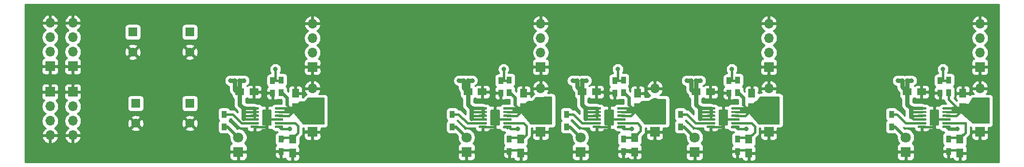
<source format=gbr>
%TF.GenerationSoftware,KiCad,Pcbnew,(5.1.5)-3*%
%TF.CreationDate,2021-02-05T17:27:38+00:00*%
%TF.ProjectId,Power Board,506f7765-7220-4426-9f61-72642e6b6963,rev?*%
%TF.SameCoordinates,Original*%
%TF.FileFunction,Copper,L1,Top*%
%TF.FilePolarity,Positive*%
%FSLAX46Y46*%
G04 Gerber Fmt 4.6, Leading zero omitted, Abs format (unit mm)*
G04 Created by KiCad (PCBNEW (5.1.5)-3) date 2021-02-05 17:27:38*
%MOMM*%
%LPD*%
G04 APERTURE LIST*
%TA.AperFunction,SMDPad,CuDef*%
%ADD10R,1.500000X1.250000*%
%TD*%
%TA.AperFunction,SMDPad,CuDef*%
%ADD11R,1.250000X1.500000*%
%TD*%
%TA.AperFunction,ComponentPad*%
%ADD12O,1.700000X1.700000*%
%TD*%
%TA.AperFunction,ComponentPad*%
%ADD13R,1.700000X1.700000*%
%TD*%
%TA.AperFunction,SMDPad,CuDef*%
%ADD14C,0.100000*%
%TD*%
%TA.AperFunction,ComponentPad*%
%ADD15C,1.800000*%
%TD*%
%TA.AperFunction,ComponentPad*%
%ADD16R,1.800000X1.800000*%
%TD*%
%TA.AperFunction,SMDPad,CuDef*%
%ADD17R,0.900000X1.200000*%
%TD*%
%TA.AperFunction,ComponentPad*%
%ADD18R,1.600000X1.600000*%
%TD*%
%TA.AperFunction,ComponentPad*%
%ADD19C,1.600000*%
%TD*%
%TA.AperFunction,ViaPad*%
%ADD20C,0.800000*%
%TD*%
%TA.AperFunction,Conductor*%
%ADD21C,0.600000*%
%TD*%
%TA.AperFunction,Conductor*%
%ADD22C,0.400000*%
%TD*%
%TA.AperFunction,Conductor*%
%ADD23C,0.800000*%
%TD*%
%TA.AperFunction,Conductor*%
%ADD24C,0.254000*%
%TD*%
%TA.AperFunction,Conductor*%
%ADD25C,0.200000*%
%TD*%
G04 APERTURE END LIST*
D10*
%TO.P,C3,2*%
%TO.N,GND*%
X159750000Y-100000000D03*
%TO.P,C3,1*%
%TO.N,VCC*%
X157250000Y-100000000D03*
%TD*%
D11*
%TO.P,C4,2*%
%TO.N,GND*%
X166500000Y-110750000D03*
%TO.P,C4,1*%
%TO.N,Net-(C4-Pad1)*%
X166500000Y-108250000D03*
%TD*%
%TO.P,C5,1*%
%TO.N,Net-(C5-Pad1)*%
X167000000Y-102750000D03*
%TO.P,C5,2*%
%TO.N,GND*%
X167000000Y-100250000D03*
%TD*%
D10*
%TO.P,C6,2*%
%TO.N,GND*%
X119750000Y-100000000D03*
%TO.P,C6,1*%
%TO.N,VCC*%
X117250000Y-100000000D03*
%TD*%
D11*
%TO.P,C7,1*%
%TO.N,Net-(C7-Pad1)*%
X126500000Y-108250000D03*
%TO.P,C7,2*%
%TO.N,GND*%
X126500000Y-110750000D03*
%TD*%
%TO.P,C8,1*%
%TO.N,Net-(C8-Pad1)*%
X127000000Y-102750000D03*
%TO.P,C8,2*%
%TO.N,GND*%
X127000000Y-100250000D03*
%TD*%
D10*
%TO.P,C9,2*%
%TO.N,GND*%
X179750000Y-100000000D03*
%TO.P,C9,1*%
%TO.N,VCC*%
X177250000Y-100000000D03*
%TD*%
D11*
%TO.P,C10,2*%
%TO.N,GND*%
X186500000Y-110500000D03*
%TO.P,C10,1*%
%TO.N,Net-(C10-Pad1)*%
X186500000Y-108000000D03*
%TD*%
%TO.P,C11,1*%
%TO.N,Net-(C11-Pad1)*%
X187000000Y-102750000D03*
%TO.P,C11,2*%
%TO.N,GND*%
X187000000Y-100250000D03*
%TD*%
D10*
%TO.P,C12,2*%
%TO.N,GND*%
X236750000Y-100000000D03*
%TO.P,C12,1*%
%TO.N,VCC*%
X234250000Y-100000000D03*
%TD*%
D11*
%TO.P,C13,1*%
%TO.N,Net-(C13-Pad1)*%
X243500000Y-108250000D03*
%TO.P,C13,2*%
%TO.N,GND*%
X243500000Y-110750000D03*
%TD*%
%TO.P,C14,1*%
%TO.N,Net-(C14-Pad1)*%
X244000000Y-102750000D03*
%TO.P,C14,2*%
%TO.N,GND*%
X244000000Y-100250000D03*
%TD*%
D10*
%TO.P,C15,2*%
%TO.N,GND*%
X199750000Y-100000000D03*
%TO.P,C15,1*%
%TO.N,VCC*%
X197250000Y-100000000D03*
%TD*%
D11*
%TO.P,C16,2*%
%TO.N,GND*%
X206500000Y-110750000D03*
%TO.P,C16,1*%
%TO.N,Net-(C16-Pad1)*%
X206500000Y-108250000D03*
%TD*%
%TO.P,C17,1*%
%TO.N,Net-(C17-Pad1)*%
X207000000Y-102750000D03*
%TO.P,C17,2*%
%TO.N,GND*%
X207000000Y-100250000D03*
%TD*%
D12*
%TO.P,J1,4*%
%TO.N,GND*%
X88000000Y-107620000D03*
%TO.P,J1,3*%
%TO.N,VCC*%
X88000000Y-105080000D03*
%TO.P,J1,2*%
X88000000Y-102540000D03*
D13*
%TO.P,J1,1*%
%TO.N,GND*%
X88000000Y-100000000D03*
%TD*%
%TO.P,J2,1*%
%TO.N,GND*%
X130000000Y-107000000D03*
D12*
%TO.P,J2,2*%
%TO.N,Net-(C8-Pad1)*%
X130000000Y-104460000D03*
%TO.P,J2,3*%
X130000000Y-101920000D03*
%TO.P,J2,4*%
%TO.N,GND*%
X130000000Y-99380000D03*
%TD*%
D13*
%TO.P,J3,1*%
%TO.N,GND*%
X170000000Y-107000000D03*
D12*
%TO.P,J3,2*%
%TO.N,Net-(C5-Pad1)*%
X170000000Y-104460000D03*
%TO.P,J3,3*%
X170000000Y-101920000D03*
%TO.P,J3,4*%
%TO.N,GND*%
X170000000Y-99380000D03*
%TD*%
D13*
%TO.P,J4,1*%
%TO.N,GND*%
X190000000Y-107000000D03*
D12*
%TO.P,J4,2*%
%TO.N,Net-(C11-Pad1)*%
X190000000Y-104460000D03*
%TO.P,J4,3*%
X190000000Y-101920000D03*
%TO.P,J4,4*%
%TO.N,GND*%
X190000000Y-99380000D03*
%TD*%
%TO.P,J5,4*%
%TO.N,GND*%
X247000000Y-99380000D03*
%TO.P,J5,3*%
%TO.N,Net-(C14-Pad1)*%
X247000000Y-101920000D03*
%TO.P,J5,2*%
X247000000Y-104460000D03*
D13*
%TO.P,J5,1*%
%TO.N,GND*%
X247000000Y-107000000D03*
%TD*%
%TO.P,J6,1*%
%TO.N,GND*%
X88000000Y-95500000D03*
D12*
%TO.P,J6,2*%
%TO.N,+4V*%
X88000000Y-92960000D03*
%TO.P,J6,3*%
X88000000Y-90420000D03*
%TO.P,J6,4*%
%TO.N,GND*%
X88000000Y-87880000D03*
%TD*%
%TO.P,J8,4*%
%TO.N,GND*%
X170000000Y-88000000D03*
%TO.P,J8,3*%
%TO.N,+4V*%
X170000000Y-90540000D03*
%TO.P,J8,2*%
X170000000Y-93080000D03*
D13*
%TO.P,J8,1*%
%TO.N,GND*%
X170000000Y-95620000D03*
%TD*%
D12*
%TO.P,J9,4*%
%TO.N,GND*%
X210000000Y-88000000D03*
%TO.P,J9,3*%
%TO.N,+4V*%
X210000000Y-90540000D03*
%TO.P,J9,2*%
X210000000Y-93080000D03*
D13*
%TO.P,J9,1*%
%TO.N,GND*%
X210000000Y-95620000D03*
%TD*%
%TO.P,J10,1*%
%TO.N,GND*%
X247000000Y-95620000D03*
D12*
%TO.P,J10,2*%
%TO.N,+4V*%
X247000000Y-93080000D03*
%TO.P,J10,3*%
X247000000Y-90540000D03*
%TO.P,J10,4*%
%TO.N,GND*%
X247000000Y-88000000D03*
%TD*%
D13*
%TO.P,J11,1*%
%TO.N,GND*%
X84000000Y-100000000D03*
D12*
%TO.P,J11,2*%
%TO.N,VCC*%
X84000000Y-102540000D03*
%TO.P,J11,3*%
X84000000Y-105080000D03*
%TO.P,J11,4*%
%TO.N,GND*%
X84000000Y-107620000D03*
%TD*%
%TO.P,J12,4*%
%TO.N,GND*%
X210000000Y-99380000D03*
%TO.P,J12,3*%
%TO.N,Net-(C17-Pad1)*%
X210000000Y-101920000D03*
%TO.P,J12,2*%
X210000000Y-104460000D03*
D13*
%TO.P,J12,1*%
%TO.N,GND*%
X210000000Y-107000000D03*
%TD*%
%TA.AperFunction,SMDPad,CuDef*%
D14*
%TO.P,U1,12*%
%TO.N,Net-(C5-Pad1)*%
G36*
X164784802Y-102675482D02*
G01*
X164794509Y-102676921D01*
X164804028Y-102679306D01*
X164813268Y-102682612D01*
X164822140Y-102686808D01*
X164830557Y-102691853D01*
X164838439Y-102697699D01*
X164845711Y-102704289D01*
X164852301Y-102711561D01*
X164858147Y-102719443D01*
X164863192Y-102727860D01*
X164867388Y-102736732D01*
X164870694Y-102745972D01*
X164873079Y-102755491D01*
X164874518Y-102765198D01*
X164875000Y-102775000D01*
X164875000Y-102975000D01*
X164874518Y-102984802D01*
X164873079Y-102994509D01*
X164870694Y-103004028D01*
X164867388Y-103013268D01*
X164863192Y-103022140D01*
X164858147Y-103030557D01*
X164852301Y-103038439D01*
X164845711Y-103045711D01*
X164838439Y-103052301D01*
X164830557Y-103058147D01*
X164822140Y-103063192D01*
X164813268Y-103067388D01*
X164804028Y-103070694D01*
X164794509Y-103073079D01*
X164784802Y-103074518D01*
X164775000Y-103075000D01*
X163525000Y-103075000D01*
X163515198Y-103074518D01*
X163505491Y-103073079D01*
X163495972Y-103070694D01*
X163486732Y-103067388D01*
X163477860Y-103063192D01*
X163469443Y-103058147D01*
X163461561Y-103052301D01*
X163454289Y-103045711D01*
X163447699Y-103038439D01*
X163441853Y-103030557D01*
X163436808Y-103022140D01*
X163432612Y-103013268D01*
X163429306Y-103004028D01*
X163426921Y-102994509D01*
X163425482Y-102984802D01*
X163425000Y-102975000D01*
X163425000Y-102775000D01*
X163425482Y-102765198D01*
X163426921Y-102755491D01*
X163429306Y-102745972D01*
X163432612Y-102736732D01*
X163436808Y-102727860D01*
X163441853Y-102719443D01*
X163447699Y-102711561D01*
X163454289Y-102704289D01*
X163461561Y-102697699D01*
X163469443Y-102691853D01*
X163477860Y-102686808D01*
X163486732Y-102682612D01*
X163495972Y-102679306D01*
X163505491Y-102676921D01*
X163515198Y-102675482D01*
X163525000Y-102675000D01*
X164775000Y-102675000D01*
X164784802Y-102675482D01*
G37*
%TD.AperFunction*%
%TA.AperFunction,SMDPad,CuDef*%
%TO.P,U1,11*%
G36*
X164784802Y-103325482D02*
G01*
X164794509Y-103326921D01*
X164804028Y-103329306D01*
X164813268Y-103332612D01*
X164822140Y-103336808D01*
X164830557Y-103341853D01*
X164838439Y-103347699D01*
X164845711Y-103354289D01*
X164852301Y-103361561D01*
X164858147Y-103369443D01*
X164863192Y-103377860D01*
X164867388Y-103386732D01*
X164870694Y-103395972D01*
X164873079Y-103405491D01*
X164874518Y-103415198D01*
X164875000Y-103425000D01*
X164875000Y-103625000D01*
X164874518Y-103634802D01*
X164873079Y-103644509D01*
X164870694Y-103654028D01*
X164867388Y-103663268D01*
X164863192Y-103672140D01*
X164858147Y-103680557D01*
X164852301Y-103688439D01*
X164845711Y-103695711D01*
X164838439Y-103702301D01*
X164830557Y-103708147D01*
X164822140Y-103713192D01*
X164813268Y-103717388D01*
X164804028Y-103720694D01*
X164794509Y-103723079D01*
X164784802Y-103724518D01*
X164775000Y-103725000D01*
X163525000Y-103725000D01*
X163515198Y-103724518D01*
X163505491Y-103723079D01*
X163495972Y-103720694D01*
X163486732Y-103717388D01*
X163477860Y-103713192D01*
X163469443Y-103708147D01*
X163461561Y-103702301D01*
X163454289Y-103695711D01*
X163447699Y-103688439D01*
X163441853Y-103680557D01*
X163436808Y-103672140D01*
X163432612Y-103663268D01*
X163429306Y-103654028D01*
X163426921Y-103644509D01*
X163425482Y-103634802D01*
X163425000Y-103625000D01*
X163425000Y-103425000D01*
X163425482Y-103415198D01*
X163426921Y-103405491D01*
X163429306Y-103395972D01*
X163432612Y-103386732D01*
X163436808Y-103377860D01*
X163441853Y-103369443D01*
X163447699Y-103361561D01*
X163454289Y-103354289D01*
X163461561Y-103347699D01*
X163469443Y-103341853D01*
X163477860Y-103336808D01*
X163486732Y-103332612D01*
X163495972Y-103329306D01*
X163505491Y-103326921D01*
X163515198Y-103325482D01*
X163525000Y-103325000D01*
X164775000Y-103325000D01*
X164784802Y-103325482D01*
G37*
%TD.AperFunction*%
%TA.AperFunction,SMDPad,CuDef*%
%TO.P,U1,10*%
G36*
X164784802Y-103975482D02*
G01*
X164794509Y-103976921D01*
X164804028Y-103979306D01*
X164813268Y-103982612D01*
X164822140Y-103986808D01*
X164830557Y-103991853D01*
X164838439Y-103997699D01*
X164845711Y-104004289D01*
X164852301Y-104011561D01*
X164858147Y-104019443D01*
X164863192Y-104027860D01*
X164867388Y-104036732D01*
X164870694Y-104045972D01*
X164873079Y-104055491D01*
X164874518Y-104065198D01*
X164875000Y-104075000D01*
X164875000Y-104275000D01*
X164874518Y-104284802D01*
X164873079Y-104294509D01*
X164870694Y-104304028D01*
X164867388Y-104313268D01*
X164863192Y-104322140D01*
X164858147Y-104330557D01*
X164852301Y-104338439D01*
X164845711Y-104345711D01*
X164838439Y-104352301D01*
X164830557Y-104358147D01*
X164822140Y-104363192D01*
X164813268Y-104367388D01*
X164804028Y-104370694D01*
X164794509Y-104373079D01*
X164784802Y-104374518D01*
X164775000Y-104375000D01*
X163525000Y-104375000D01*
X163515198Y-104374518D01*
X163505491Y-104373079D01*
X163495972Y-104370694D01*
X163486732Y-104367388D01*
X163477860Y-104363192D01*
X163469443Y-104358147D01*
X163461561Y-104352301D01*
X163454289Y-104345711D01*
X163447699Y-104338439D01*
X163441853Y-104330557D01*
X163436808Y-104322140D01*
X163432612Y-104313268D01*
X163429306Y-104304028D01*
X163426921Y-104294509D01*
X163425482Y-104284802D01*
X163425000Y-104275000D01*
X163425000Y-104075000D01*
X163425482Y-104065198D01*
X163426921Y-104055491D01*
X163429306Y-104045972D01*
X163432612Y-104036732D01*
X163436808Y-104027860D01*
X163441853Y-104019443D01*
X163447699Y-104011561D01*
X163454289Y-104004289D01*
X163461561Y-103997699D01*
X163469443Y-103991853D01*
X163477860Y-103986808D01*
X163486732Y-103982612D01*
X163495972Y-103979306D01*
X163505491Y-103976921D01*
X163515198Y-103975482D01*
X163525000Y-103975000D01*
X164775000Y-103975000D01*
X164784802Y-103975482D01*
G37*
%TD.AperFunction*%
%TA.AperFunction,SMDPad,CuDef*%
%TO.P,U1,9*%
%TO.N,GND*%
G36*
X164784802Y-104625482D02*
G01*
X164794509Y-104626921D01*
X164804028Y-104629306D01*
X164813268Y-104632612D01*
X164822140Y-104636808D01*
X164830557Y-104641853D01*
X164838439Y-104647699D01*
X164845711Y-104654289D01*
X164852301Y-104661561D01*
X164858147Y-104669443D01*
X164863192Y-104677860D01*
X164867388Y-104686732D01*
X164870694Y-104695972D01*
X164873079Y-104705491D01*
X164874518Y-104715198D01*
X164875000Y-104725000D01*
X164875000Y-104925000D01*
X164874518Y-104934802D01*
X164873079Y-104944509D01*
X164870694Y-104954028D01*
X164867388Y-104963268D01*
X164863192Y-104972140D01*
X164858147Y-104980557D01*
X164852301Y-104988439D01*
X164845711Y-104995711D01*
X164838439Y-105002301D01*
X164830557Y-105008147D01*
X164822140Y-105013192D01*
X164813268Y-105017388D01*
X164804028Y-105020694D01*
X164794509Y-105023079D01*
X164784802Y-105024518D01*
X164775000Y-105025000D01*
X163525000Y-105025000D01*
X163515198Y-105024518D01*
X163505491Y-105023079D01*
X163495972Y-105020694D01*
X163486732Y-105017388D01*
X163477860Y-105013192D01*
X163469443Y-105008147D01*
X163461561Y-105002301D01*
X163454289Y-104995711D01*
X163447699Y-104988439D01*
X163441853Y-104980557D01*
X163436808Y-104972140D01*
X163432612Y-104963268D01*
X163429306Y-104954028D01*
X163426921Y-104944509D01*
X163425482Y-104934802D01*
X163425000Y-104925000D01*
X163425000Y-104725000D01*
X163425482Y-104715198D01*
X163426921Y-104705491D01*
X163429306Y-104695972D01*
X163432612Y-104686732D01*
X163436808Y-104677860D01*
X163441853Y-104669443D01*
X163447699Y-104661561D01*
X163454289Y-104654289D01*
X163461561Y-104647699D01*
X163469443Y-104641853D01*
X163477860Y-104636808D01*
X163486732Y-104632612D01*
X163495972Y-104629306D01*
X163505491Y-104626921D01*
X163515198Y-104625482D01*
X163525000Y-104625000D01*
X164775000Y-104625000D01*
X164784802Y-104625482D01*
G37*
%TD.AperFunction*%
%TA.AperFunction,SMDPad,CuDef*%
%TO.P,U1,8*%
%TO.N,Net-(C4-Pad1)*%
G36*
X164784802Y-105275482D02*
G01*
X164794509Y-105276921D01*
X164804028Y-105279306D01*
X164813268Y-105282612D01*
X164822140Y-105286808D01*
X164830557Y-105291853D01*
X164838439Y-105297699D01*
X164845711Y-105304289D01*
X164852301Y-105311561D01*
X164858147Y-105319443D01*
X164863192Y-105327860D01*
X164867388Y-105336732D01*
X164870694Y-105345972D01*
X164873079Y-105355491D01*
X164874518Y-105365198D01*
X164875000Y-105375000D01*
X164875000Y-105575000D01*
X164874518Y-105584802D01*
X164873079Y-105594509D01*
X164870694Y-105604028D01*
X164867388Y-105613268D01*
X164863192Y-105622140D01*
X164858147Y-105630557D01*
X164852301Y-105638439D01*
X164845711Y-105645711D01*
X164838439Y-105652301D01*
X164830557Y-105658147D01*
X164822140Y-105663192D01*
X164813268Y-105667388D01*
X164804028Y-105670694D01*
X164794509Y-105673079D01*
X164784802Y-105674518D01*
X164775000Y-105675000D01*
X163525000Y-105675000D01*
X163515198Y-105674518D01*
X163505491Y-105673079D01*
X163495972Y-105670694D01*
X163486732Y-105667388D01*
X163477860Y-105663192D01*
X163469443Y-105658147D01*
X163461561Y-105652301D01*
X163454289Y-105645711D01*
X163447699Y-105638439D01*
X163441853Y-105630557D01*
X163436808Y-105622140D01*
X163432612Y-105613268D01*
X163429306Y-105604028D01*
X163426921Y-105594509D01*
X163425482Y-105584802D01*
X163425000Y-105575000D01*
X163425000Y-105375000D01*
X163425482Y-105365198D01*
X163426921Y-105355491D01*
X163429306Y-105345972D01*
X163432612Y-105336732D01*
X163436808Y-105327860D01*
X163441853Y-105319443D01*
X163447699Y-105311561D01*
X163454289Y-105304289D01*
X163461561Y-105297699D01*
X163469443Y-105291853D01*
X163477860Y-105286808D01*
X163486732Y-105282612D01*
X163495972Y-105279306D01*
X163505491Y-105276921D01*
X163515198Y-105275482D01*
X163525000Y-105275000D01*
X164775000Y-105275000D01*
X164784802Y-105275482D01*
G37*
%TD.AperFunction*%
%TA.AperFunction,SMDPad,CuDef*%
%TO.P,U1,7*%
%TO.N,Net-(R3-Pad2)*%
G36*
X164784802Y-105925482D02*
G01*
X164794509Y-105926921D01*
X164804028Y-105929306D01*
X164813268Y-105932612D01*
X164822140Y-105936808D01*
X164830557Y-105941853D01*
X164838439Y-105947699D01*
X164845711Y-105954289D01*
X164852301Y-105961561D01*
X164858147Y-105969443D01*
X164863192Y-105977860D01*
X164867388Y-105986732D01*
X164870694Y-105995972D01*
X164873079Y-106005491D01*
X164874518Y-106015198D01*
X164875000Y-106025000D01*
X164875000Y-106225000D01*
X164874518Y-106234802D01*
X164873079Y-106244509D01*
X164870694Y-106254028D01*
X164867388Y-106263268D01*
X164863192Y-106272140D01*
X164858147Y-106280557D01*
X164852301Y-106288439D01*
X164845711Y-106295711D01*
X164838439Y-106302301D01*
X164830557Y-106308147D01*
X164822140Y-106313192D01*
X164813268Y-106317388D01*
X164804028Y-106320694D01*
X164794509Y-106323079D01*
X164784802Y-106324518D01*
X164775000Y-106325000D01*
X163525000Y-106325000D01*
X163515198Y-106324518D01*
X163505491Y-106323079D01*
X163495972Y-106320694D01*
X163486732Y-106317388D01*
X163477860Y-106313192D01*
X163469443Y-106308147D01*
X163461561Y-106302301D01*
X163454289Y-106295711D01*
X163447699Y-106288439D01*
X163441853Y-106280557D01*
X163436808Y-106272140D01*
X163432612Y-106263268D01*
X163429306Y-106254028D01*
X163426921Y-106244509D01*
X163425482Y-106234802D01*
X163425000Y-106225000D01*
X163425000Y-106025000D01*
X163425482Y-106015198D01*
X163426921Y-106005491D01*
X163429306Y-105995972D01*
X163432612Y-105986732D01*
X163436808Y-105977860D01*
X163441853Y-105969443D01*
X163447699Y-105961561D01*
X163454289Y-105954289D01*
X163461561Y-105947699D01*
X163469443Y-105941853D01*
X163477860Y-105936808D01*
X163486732Y-105932612D01*
X163495972Y-105929306D01*
X163505491Y-105926921D01*
X163515198Y-105925482D01*
X163525000Y-105925000D01*
X164775000Y-105925000D01*
X164784802Y-105925482D01*
G37*
%TD.AperFunction*%
%TA.AperFunction,SMDPad,CuDef*%
%TO.P,U1,6*%
%TO.N,GND*%
G36*
X160484802Y-105925482D02*
G01*
X160494509Y-105926921D01*
X160504028Y-105929306D01*
X160513268Y-105932612D01*
X160522140Y-105936808D01*
X160530557Y-105941853D01*
X160538439Y-105947699D01*
X160545711Y-105954289D01*
X160552301Y-105961561D01*
X160558147Y-105969443D01*
X160563192Y-105977860D01*
X160567388Y-105986732D01*
X160570694Y-105995972D01*
X160573079Y-106005491D01*
X160574518Y-106015198D01*
X160575000Y-106025000D01*
X160575000Y-106225000D01*
X160574518Y-106234802D01*
X160573079Y-106244509D01*
X160570694Y-106254028D01*
X160567388Y-106263268D01*
X160563192Y-106272140D01*
X160558147Y-106280557D01*
X160552301Y-106288439D01*
X160545711Y-106295711D01*
X160538439Y-106302301D01*
X160530557Y-106308147D01*
X160522140Y-106313192D01*
X160513268Y-106317388D01*
X160504028Y-106320694D01*
X160494509Y-106323079D01*
X160484802Y-106324518D01*
X160475000Y-106325000D01*
X159225000Y-106325000D01*
X159215198Y-106324518D01*
X159205491Y-106323079D01*
X159195972Y-106320694D01*
X159186732Y-106317388D01*
X159177860Y-106313192D01*
X159169443Y-106308147D01*
X159161561Y-106302301D01*
X159154289Y-106295711D01*
X159147699Y-106288439D01*
X159141853Y-106280557D01*
X159136808Y-106272140D01*
X159132612Y-106263268D01*
X159129306Y-106254028D01*
X159126921Y-106244509D01*
X159125482Y-106234802D01*
X159125000Y-106225000D01*
X159125000Y-106025000D01*
X159125482Y-106015198D01*
X159126921Y-106005491D01*
X159129306Y-105995972D01*
X159132612Y-105986732D01*
X159136808Y-105977860D01*
X159141853Y-105969443D01*
X159147699Y-105961561D01*
X159154289Y-105954289D01*
X159161561Y-105947699D01*
X159169443Y-105941853D01*
X159177860Y-105936808D01*
X159186732Y-105932612D01*
X159195972Y-105929306D01*
X159205491Y-105926921D01*
X159215198Y-105925482D01*
X159225000Y-105925000D01*
X160475000Y-105925000D01*
X160484802Y-105925482D01*
G37*
%TD.AperFunction*%
%TA.AperFunction,SMDPad,CuDef*%
%TO.P,U1,5*%
%TO.N,Net-(R2-Pad2)*%
G36*
X160484802Y-105275482D02*
G01*
X160494509Y-105276921D01*
X160504028Y-105279306D01*
X160513268Y-105282612D01*
X160522140Y-105286808D01*
X160530557Y-105291853D01*
X160538439Y-105297699D01*
X160545711Y-105304289D01*
X160552301Y-105311561D01*
X160558147Y-105319443D01*
X160563192Y-105327860D01*
X160567388Y-105336732D01*
X160570694Y-105345972D01*
X160573079Y-105355491D01*
X160574518Y-105365198D01*
X160575000Y-105375000D01*
X160575000Y-105575000D01*
X160574518Y-105584802D01*
X160573079Y-105594509D01*
X160570694Y-105604028D01*
X160567388Y-105613268D01*
X160563192Y-105622140D01*
X160558147Y-105630557D01*
X160552301Y-105638439D01*
X160545711Y-105645711D01*
X160538439Y-105652301D01*
X160530557Y-105658147D01*
X160522140Y-105663192D01*
X160513268Y-105667388D01*
X160504028Y-105670694D01*
X160494509Y-105673079D01*
X160484802Y-105674518D01*
X160475000Y-105675000D01*
X159225000Y-105675000D01*
X159215198Y-105674518D01*
X159205491Y-105673079D01*
X159195972Y-105670694D01*
X159186732Y-105667388D01*
X159177860Y-105663192D01*
X159169443Y-105658147D01*
X159161561Y-105652301D01*
X159154289Y-105645711D01*
X159147699Y-105638439D01*
X159141853Y-105630557D01*
X159136808Y-105622140D01*
X159132612Y-105613268D01*
X159129306Y-105604028D01*
X159126921Y-105594509D01*
X159125482Y-105584802D01*
X159125000Y-105575000D01*
X159125000Y-105375000D01*
X159125482Y-105365198D01*
X159126921Y-105355491D01*
X159129306Y-105345972D01*
X159132612Y-105336732D01*
X159136808Y-105327860D01*
X159141853Y-105319443D01*
X159147699Y-105311561D01*
X159154289Y-105304289D01*
X159161561Y-105297699D01*
X159169443Y-105291853D01*
X159177860Y-105286808D01*
X159186732Y-105282612D01*
X159195972Y-105279306D01*
X159205491Y-105276921D01*
X159215198Y-105275482D01*
X159225000Y-105275000D01*
X160475000Y-105275000D01*
X160484802Y-105275482D01*
G37*
%TD.AperFunction*%
%TA.AperFunction,SMDPad,CuDef*%
%TO.P,U1,4*%
%TO.N,VCC*%
G36*
X160484802Y-104625482D02*
G01*
X160494509Y-104626921D01*
X160504028Y-104629306D01*
X160513268Y-104632612D01*
X160522140Y-104636808D01*
X160530557Y-104641853D01*
X160538439Y-104647699D01*
X160545711Y-104654289D01*
X160552301Y-104661561D01*
X160558147Y-104669443D01*
X160563192Y-104677860D01*
X160567388Y-104686732D01*
X160570694Y-104695972D01*
X160573079Y-104705491D01*
X160574518Y-104715198D01*
X160575000Y-104725000D01*
X160575000Y-104925000D01*
X160574518Y-104934802D01*
X160573079Y-104944509D01*
X160570694Y-104954028D01*
X160567388Y-104963268D01*
X160563192Y-104972140D01*
X160558147Y-104980557D01*
X160552301Y-104988439D01*
X160545711Y-104995711D01*
X160538439Y-105002301D01*
X160530557Y-105008147D01*
X160522140Y-105013192D01*
X160513268Y-105017388D01*
X160504028Y-105020694D01*
X160494509Y-105023079D01*
X160484802Y-105024518D01*
X160475000Y-105025000D01*
X159225000Y-105025000D01*
X159215198Y-105024518D01*
X159205491Y-105023079D01*
X159195972Y-105020694D01*
X159186732Y-105017388D01*
X159177860Y-105013192D01*
X159169443Y-105008147D01*
X159161561Y-105002301D01*
X159154289Y-104995711D01*
X159147699Y-104988439D01*
X159141853Y-104980557D01*
X159136808Y-104972140D01*
X159132612Y-104963268D01*
X159129306Y-104954028D01*
X159126921Y-104944509D01*
X159125482Y-104934802D01*
X159125000Y-104925000D01*
X159125000Y-104725000D01*
X159125482Y-104715198D01*
X159126921Y-104705491D01*
X159129306Y-104695972D01*
X159132612Y-104686732D01*
X159136808Y-104677860D01*
X159141853Y-104669443D01*
X159147699Y-104661561D01*
X159154289Y-104654289D01*
X159161561Y-104647699D01*
X159169443Y-104641853D01*
X159177860Y-104636808D01*
X159186732Y-104632612D01*
X159195972Y-104629306D01*
X159205491Y-104626921D01*
X159215198Y-104625482D01*
X159225000Y-104625000D01*
X160475000Y-104625000D01*
X160484802Y-104625482D01*
G37*
%TD.AperFunction*%
%TA.AperFunction,SMDPad,CuDef*%
%TO.P,U1,3*%
G36*
X160484802Y-103975482D02*
G01*
X160494509Y-103976921D01*
X160504028Y-103979306D01*
X160513268Y-103982612D01*
X160522140Y-103986808D01*
X160530557Y-103991853D01*
X160538439Y-103997699D01*
X160545711Y-104004289D01*
X160552301Y-104011561D01*
X160558147Y-104019443D01*
X160563192Y-104027860D01*
X160567388Y-104036732D01*
X160570694Y-104045972D01*
X160573079Y-104055491D01*
X160574518Y-104065198D01*
X160575000Y-104075000D01*
X160575000Y-104275000D01*
X160574518Y-104284802D01*
X160573079Y-104294509D01*
X160570694Y-104304028D01*
X160567388Y-104313268D01*
X160563192Y-104322140D01*
X160558147Y-104330557D01*
X160552301Y-104338439D01*
X160545711Y-104345711D01*
X160538439Y-104352301D01*
X160530557Y-104358147D01*
X160522140Y-104363192D01*
X160513268Y-104367388D01*
X160504028Y-104370694D01*
X160494509Y-104373079D01*
X160484802Y-104374518D01*
X160475000Y-104375000D01*
X159225000Y-104375000D01*
X159215198Y-104374518D01*
X159205491Y-104373079D01*
X159195972Y-104370694D01*
X159186732Y-104367388D01*
X159177860Y-104363192D01*
X159169443Y-104358147D01*
X159161561Y-104352301D01*
X159154289Y-104345711D01*
X159147699Y-104338439D01*
X159141853Y-104330557D01*
X159136808Y-104322140D01*
X159132612Y-104313268D01*
X159129306Y-104304028D01*
X159126921Y-104294509D01*
X159125482Y-104284802D01*
X159125000Y-104275000D01*
X159125000Y-104075000D01*
X159125482Y-104065198D01*
X159126921Y-104055491D01*
X159129306Y-104045972D01*
X159132612Y-104036732D01*
X159136808Y-104027860D01*
X159141853Y-104019443D01*
X159147699Y-104011561D01*
X159154289Y-104004289D01*
X159161561Y-103997699D01*
X159169443Y-103991853D01*
X159177860Y-103986808D01*
X159186732Y-103982612D01*
X159195972Y-103979306D01*
X159205491Y-103976921D01*
X159215198Y-103975482D01*
X159225000Y-103975000D01*
X160475000Y-103975000D01*
X160484802Y-103975482D01*
G37*
%TD.AperFunction*%
%TA.AperFunction,SMDPad,CuDef*%
%TO.P,U1,2*%
G36*
X160484802Y-103325482D02*
G01*
X160494509Y-103326921D01*
X160504028Y-103329306D01*
X160513268Y-103332612D01*
X160522140Y-103336808D01*
X160530557Y-103341853D01*
X160538439Y-103347699D01*
X160545711Y-103354289D01*
X160552301Y-103361561D01*
X160558147Y-103369443D01*
X160563192Y-103377860D01*
X160567388Y-103386732D01*
X160570694Y-103395972D01*
X160573079Y-103405491D01*
X160574518Y-103415198D01*
X160575000Y-103425000D01*
X160575000Y-103625000D01*
X160574518Y-103634802D01*
X160573079Y-103644509D01*
X160570694Y-103654028D01*
X160567388Y-103663268D01*
X160563192Y-103672140D01*
X160558147Y-103680557D01*
X160552301Y-103688439D01*
X160545711Y-103695711D01*
X160538439Y-103702301D01*
X160530557Y-103708147D01*
X160522140Y-103713192D01*
X160513268Y-103717388D01*
X160504028Y-103720694D01*
X160494509Y-103723079D01*
X160484802Y-103724518D01*
X160475000Y-103725000D01*
X159225000Y-103725000D01*
X159215198Y-103724518D01*
X159205491Y-103723079D01*
X159195972Y-103720694D01*
X159186732Y-103717388D01*
X159177860Y-103713192D01*
X159169443Y-103708147D01*
X159161561Y-103702301D01*
X159154289Y-103695711D01*
X159147699Y-103688439D01*
X159141853Y-103680557D01*
X159136808Y-103672140D01*
X159132612Y-103663268D01*
X159129306Y-103654028D01*
X159126921Y-103644509D01*
X159125482Y-103634802D01*
X159125000Y-103625000D01*
X159125000Y-103425000D01*
X159125482Y-103415198D01*
X159126921Y-103405491D01*
X159129306Y-103395972D01*
X159132612Y-103386732D01*
X159136808Y-103377860D01*
X159141853Y-103369443D01*
X159147699Y-103361561D01*
X159154289Y-103354289D01*
X159161561Y-103347699D01*
X159169443Y-103341853D01*
X159177860Y-103336808D01*
X159186732Y-103332612D01*
X159195972Y-103329306D01*
X159205491Y-103326921D01*
X159215198Y-103325482D01*
X159225000Y-103325000D01*
X160475000Y-103325000D01*
X160484802Y-103325482D01*
G37*
%TD.AperFunction*%
%TA.AperFunction,SMDPad,CuDef*%
%TO.P,U1,1*%
G36*
X160484802Y-102675482D02*
G01*
X160494509Y-102676921D01*
X160504028Y-102679306D01*
X160513268Y-102682612D01*
X160522140Y-102686808D01*
X160530557Y-102691853D01*
X160538439Y-102697699D01*
X160545711Y-102704289D01*
X160552301Y-102711561D01*
X160558147Y-102719443D01*
X160563192Y-102727860D01*
X160567388Y-102736732D01*
X160570694Y-102745972D01*
X160573079Y-102755491D01*
X160574518Y-102765198D01*
X160575000Y-102775000D01*
X160575000Y-102975000D01*
X160574518Y-102984802D01*
X160573079Y-102994509D01*
X160570694Y-103004028D01*
X160567388Y-103013268D01*
X160563192Y-103022140D01*
X160558147Y-103030557D01*
X160552301Y-103038439D01*
X160545711Y-103045711D01*
X160538439Y-103052301D01*
X160530557Y-103058147D01*
X160522140Y-103063192D01*
X160513268Y-103067388D01*
X160504028Y-103070694D01*
X160494509Y-103073079D01*
X160484802Y-103074518D01*
X160475000Y-103075000D01*
X159225000Y-103075000D01*
X159215198Y-103074518D01*
X159205491Y-103073079D01*
X159195972Y-103070694D01*
X159186732Y-103067388D01*
X159177860Y-103063192D01*
X159169443Y-103058147D01*
X159161561Y-103052301D01*
X159154289Y-103045711D01*
X159147699Y-103038439D01*
X159141853Y-103030557D01*
X159136808Y-103022140D01*
X159132612Y-103013268D01*
X159129306Y-103004028D01*
X159126921Y-102994509D01*
X159125482Y-102984802D01*
X159125000Y-102975000D01*
X159125000Y-102775000D01*
X159125482Y-102765198D01*
X159126921Y-102755491D01*
X159129306Y-102745972D01*
X159132612Y-102736732D01*
X159136808Y-102727860D01*
X159141853Y-102719443D01*
X159147699Y-102711561D01*
X159154289Y-102704289D01*
X159161561Y-102697699D01*
X159169443Y-102691853D01*
X159177860Y-102686808D01*
X159186732Y-102682612D01*
X159195972Y-102679306D01*
X159205491Y-102676921D01*
X159215198Y-102675482D01*
X159225000Y-102675000D01*
X160475000Y-102675000D01*
X160484802Y-102675482D01*
G37*
%TD.AperFunction*%
%TA.AperFunction,SMDPad,CuDef*%
%TO.P,U1,13*%
%TO.N,GND*%
G36*
X162599505Y-103076204D02*
G01*
X162623773Y-103079804D01*
X162647572Y-103085765D01*
X162670671Y-103094030D01*
X162692850Y-103104520D01*
X162713893Y-103117132D01*
X162733599Y-103131747D01*
X162751777Y-103148223D01*
X162768253Y-103166401D01*
X162782868Y-103186107D01*
X162795480Y-103207150D01*
X162805970Y-103229329D01*
X162814235Y-103252428D01*
X162820196Y-103276227D01*
X162823796Y-103300495D01*
X162825000Y-103324999D01*
X162825000Y-105675001D01*
X162823796Y-105699505D01*
X162820196Y-105723773D01*
X162814235Y-105747572D01*
X162805970Y-105770671D01*
X162795480Y-105792850D01*
X162782868Y-105813893D01*
X162768253Y-105833599D01*
X162751777Y-105851777D01*
X162733599Y-105868253D01*
X162713893Y-105882868D01*
X162692850Y-105895480D01*
X162670671Y-105905970D01*
X162647572Y-105914235D01*
X162623773Y-105920196D01*
X162599505Y-105923796D01*
X162575001Y-105925000D01*
X161424999Y-105925000D01*
X161400495Y-105923796D01*
X161376227Y-105920196D01*
X161352428Y-105914235D01*
X161329329Y-105905970D01*
X161307150Y-105895480D01*
X161286107Y-105882868D01*
X161266401Y-105868253D01*
X161248223Y-105851777D01*
X161231747Y-105833599D01*
X161217132Y-105813893D01*
X161204520Y-105792850D01*
X161194030Y-105770671D01*
X161185765Y-105747572D01*
X161179804Y-105723773D01*
X161176204Y-105699505D01*
X161175000Y-105675001D01*
X161175000Y-103324999D01*
X161176204Y-103300495D01*
X161179804Y-103276227D01*
X161185765Y-103252428D01*
X161194030Y-103229329D01*
X161204520Y-103207150D01*
X161217132Y-103186107D01*
X161231747Y-103166401D01*
X161248223Y-103148223D01*
X161266401Y-103131747D01*
X161286107Y-103117132D01*
X161307150Y-103104520D01*
X161329329Y-103094030D01*
X161352428Y-103085765D01*
X161376227Y-103079804D01*
X161400495Y-103076204D01*
X161424999Y-103075000D01*
X162575001Y-103075000D01*
X162599505Y-103076204D01*
G37*
%TD.AperFunction*%
%TD*%
%TA.AperFunction,SMDPad,CuDef*%
%TO.P,U2,12*%
%TO.N,Net-(C8-Pad1)*%
G36*
X124784802Y-102675482D02*
G01*
X124794509Y-102676921D01*
X124804028Y-102679306D01*
X124813268Y-102682612D01*
X124822140Y-102686808D01*
X124830557Y-102691853D01*
X124838439Y-102697699D01*
X124845711Y-102704289D01*
X124852301Y-102711561D01*
X124858147Y-102719443D01*
X124863192Y-102727860D01*
X124867388Y-102736732D01*
X124870694Y-102745972D01*
X124873079Y-102755491D01*
X124874518Y-102765198D01*
X124875000Y-102775000D01*
X124875000Y-102975000D01*
X124874518Y-102984802D01*
X124873079Y-102994509D01*
X124870694Y-103004028D01*
X124867388Y-103013268D01*
X124863192Y-103022140D01*
X124858147Y-103030557D01*
X124852301Y-103038439D01*
X124845711Y-103045711D01*
X124838439Y-103052301D01*
X124830557Y-103058147D01*
X124822140Y-103063192D01*
X124813268Y-103067388D01*
X124804028Y-103070694D01*
X124794509Y-103073079D01*
X124784802Y-103074518D01*
X124775000Y-103075000D01*
X123525000Y-103075000D01*
X123515198Y-103074518D01*
X123505491Y-103073079D01*
X123495972Y-103070694D01*
X123486732Y-103067388D01*
X123477860Y-103063192D01*
X123469443Y-103058147D01*
X123461561Y-103052301D01*
X123454289Y-103045711D01*
X123447699Y-103038439D01*
X123441853Y-103030557D01*
X123436808Y-103022140D01*
X123432612Y-103013268D01*
X123429306Y-103004028D01*
X123426921Y-102994509D01*
X123425482Y-102984802D01*
X123425000Y-102975000D01*
X123425000Y-102775000D01*
X123425482Y-102765198D01*
X123426921Y-102755491D01*
X123429306Y-102745972D01*
X123432612Y-102736732D01*
X123436808Y-102727860D01*
X123441853Y-102719443D01*
X123447699Y-102711561D01*
X123454289Y-102704289D01*
X123461561Y-102697699D01*
X123469443Y-102691853D01*
X123477860Y-102686808D01*
X123486732Y-102682612D01*
X123495972Y-102679306D01*
X123505491Y-102676921D01*
X123515198Y-102675482D01*
X123525000Y-102675000D01*
X124775000Y-102675000D01*
X124784802Y-102675482D01*
G37*
%TD.AperFunction*%
%TA.AperFunction,SMDPad,CuDef*%
%TO.P,U2,11*%
G36*
X124784802Y-103325482D02*
G01*
X124794509Y-103326921D01*
X124804028Y-103329306D01*
X124813268Y-103332612D01*
X124822140Y-103336808D01*
X124830557Y-103341853D01*
X124838439Y-103347699D01*
X124845711Y-103354289D01*
X124852301Y-103361561D01*
X124858147Y-103369443D01*
X124863192Y-103377860D01*
X124867388Y-103386732D01*
X124870694Y-103395972D01*
X124873079Y-103405491D01*
X124874518Y-103415198D01*
X124875000Y-103425000D01*
X124875000Y-103625000D01*
X124874518Y-103634802D01*
X124873079Y-103644509D01*
X124870694Y-103654028D01*
X124867388Y-103663268D01*
X124863192Y-103672140D01*
X124858147Y-103680557D01*
X124852301Y-103688439D01*
X124845711Y-103695711D01*
X124838439Y-103702301D01*
X124830557Y-103708147D01*
X124822140Y-103713192D01*
X124813268Y-103717388D01*
X124804028Y-103720694D01*
X124794509Y-103723079D01*
X124784802Y-103724518D01*
X124775000Y-103725000D01*
X123525000Y-103725000D01*
X123515198Y-103724518D01*
X123505491Y-103723079D01*
X123495972Y-103720694D01*
X123486732Y-103717388D01*
X123477860Y-103713192D01*
X123469443Y-103708147D01*
X123461561Y-103702301D01*
X123454289Y-103695711D01*
X123447699Y-103688439D01*
X123441853Y-103680557D01*
X123436808Y-103672140D01*
X123432612Y-103663268D01*
X123429306Y-103654028D01*
X123426921Y-103644509D01*
X123425482Y-103634802D01*
X123425000Y-103625000D01*
X123425000Y-103425000D01*
X123425482Y-103415198D01*
X123426921Y-103405491D01*
X123429306Y-103395972D01*
X123432612Y-103386732D01*
X123436808Y-103377860D01*
X123441853Y-103369443D01*
X123447699Y-103361561D01*
X123454289Y-103354289D01*
X123461561Y-103347699D01*
X123469443Y-103341853D01*
X123477860Y-103336808D01*
X123486732Y-103332612D01*
X123495972Y-103329306D01*
X123505491Y-103326921D01*
X123515198Y-103325482D01*
X123525000Y-103325000D01*
X124775000Y-103325000D01*
X124784802Y-103325482D01*
G37*
%TD.AperFunction*%
%TA.AperFunction,SMDPad,CuDef*%
%TO.P,U2,10*%
G36*
X124784802Y-103975482D02*
G01*
X124794509Y-103976921D01*
X124804028Y-103979306D01*
X124813268Y-103982612D01*
X124822140Y-103986808D01*
X124830557Y-103991853D01*
X124838439Y-103997699D01*
X124845711Y-104004289D01*
X124852301Y-104011561D01*
X124858147Y-104019443D01*
X124863192Y-104027860D01*
X124867388Y-104036732D01*
X124870694Y-104045972D01*
X124873079Y-104055491D01*
X124874518Y-104065198D01*
X124875000Y-104075000D01*
X124875000Y-104275000D01*
X124874518Y-104284802D01*
X124873079Y-104294509D01*
X124870694Y-104304028D01*
X124867388Y-104313268D01*
X124863192Y-104322140D01*
X124858147Y-104330557D01*
X124852301Y-104338439D01*
X124845711Y-104345711D01*
X124838439Y-104352301D01*
X124830557Y-104358147D01*
X124822140Y-104363192D01*
X124813268Y-104367388D01*
X124804028Y-104370694D01*
X124794509Y-104373079D01*
X124784802Y-104374518D01*
X124775000Y-104375000D01*
X123525000Y-104375000D01*
X123515198Y-104374518D01*
X123505491Y-104373079D01*
X123495972Y-104370694D01*
X123486732Y-104367388D01*
X123477860Y-104363192D01*
X123469443Y-104358147D01*
X123461561Y-104352301D01*
X123454289Y-104345711D01*
X123447699Y-104338439D01*
X123441853Y-104330557D01*
X123436808Y-104322140D01*
X123432612Y-104313268D01*
X123429306Y-104304028D01*
X123426921Y-104294509D01*
X123425482Y-104284802D01*
X123425000Y-104275000D01*
X123425000Y-104075000D01*
X123425482Y-104065198D01*
X123426921Y-104055491D01*
X123429306Y-104045972D01*
X123432612Y-104036732D01*
X123436808Y-104027860D01*
X123441853Y-104019443D01*
X123447699Y-104011561D01*
X123454289Y-104004289D01*
X123461561Y-103997699D01*
X123469443Y-103991853D01*
X123477860Y-103986808D01*
X123486732Y-103982612D01*
X123495972Y-103979306D01*
X123505491Y-103976921D01*
X123515198Y-103975482D01*
X123525000Y-103975000D01*
X124775000Y-103975000D01*
X124784802Y-103975482D01*
G37*
%TD.AperFunction*%
%TA.AperFunction,SMDPad,CuDef*%
%TO.P,U2,9*%
%TO.N,GND*%
G36*
X124784802Y-104625482D02*
G01*
X124794509Y-104626921D01*
X124804028Y-104629306D01*
X124813268Y-104632612D01*
X124822140Y-104636808D01*
X124830557Y-104641853D01*
X124838439Y-104647699D01*
X124845711Y-104654289D01*
X124852301Y-104661561D01*
X124858147Y-104669443D01*
X124863192Y-104677860D01*
X124867388Y-104686732D01*
X124870694Y-104695972D01*
X124873079Y-104705491D01*
X124874518Y-104715198D01*
X124875000Y-104725000D01*
X124875000Y-104925000D01*
X124874518Y-104934802D01*
X124873079Y-104944509D01*
X124870694Y-104954028D01*
X124867388Y-104963268D01*
X124863192Y-104972140D01*
X124858147Y-104980557D01*
X124852301Y-104988439D01*
X124845711Y-104995711D01*
X124838439Y-105002301D01*
X124830557Y-105008147D01*
X124822140Y-105013192D01*
X124813268Y-105017388D01*
X124804028Y-105020694D01*
X124794509Y-105023079D01*
X124784802Y-105024518D01*
X124775000Y-105025000D01*
X123525000Y-105025000D01*
X123515198Y-105024518D01*
X123505491Y-105023079D01*
X123495972Y-105020694D01*
X123486732Y-105017388D01*
X123477860Y-105013192D01*
X123469443Y-105008147D01*
X123461561Y-105002301D01*
X123454289Y-104995711D01*
X123447699Y-104988439D01*
X123441853Y-104980557D01*
X123436808Y-104972140D01*
X123432612Y-104963268D01*
X123429306Y-104954028D01*
X123426921Y-104944509D01*
X123425482Y-104934802D01*
X123425000Y-104925000D01*
X123425000Y-104725000D01*
X123425482Y-104715198D01*
X123426921Y-104705491D01*
X123429306Y-104695972D01*
X123432612Y-104686732D01*
X123436808Y-104677860D01*
X123441853Y-104669443D01*
X123447699Y-104661561D01*
X123454289Y-104654289D01*
X123461561Y-104647699D01*
X123469443Y-104641853D01*
X123477860Y-104636808D01*
X123486732Y-104632612D01*
X123495972Y-104629306D01*
X123505491Y-104626921D01*
X123515198Y-104625482D01*
X123525000Y-104625000D01*
X124775000Y-104625000D01*
X124784802Y-104625482D01*
G37*
%TD.AperFunction*%
%TA.AperFunction,SMDPad,CuDef*%
%TO.P,U2,8*%
%TO.N,Net-(C7-Pad1)*%
G36*
X124784802Y-105275482D02*
G01*
X124794509Y-105276921D01*
X124804028Y-105279306D01*
X124813268Y-105282612D01*
X124822140Y-105286808D01*
X124830557Y-105291853D01*
X124838439Y-105297699D01*
X124845711Y-105304289D01*
X124852301Y-105311561D01*
X124858147Y-105319443D01*
X124863192Y-105327860D01*
X124867388Y-105336732D01*
X124870694Y-105345972D01*
X124873079Y-105355491D01*
X124874518Y-105365198D01*
X124875000Y-105375000D01*
X124875000Y-105575000D01*
X124874518Y-105584802D01*
X124873079Y-105594509D01*
X124870694Y-105604028D01*
X124867388Y-105613268D01*
X124863192Y-105622140D01*
X124858147Y-105630557D01*
X124852301Y-105638439D01*
X124845711Y-105645711D01*
X124838439Y-105652301D01*
X124830557Y-105658147D01*
X124822140Y-105663192D01*
X124813268Y-105667388D01*
X124804028Y-105670694D01*
X124794509Y-105673079D01*
X124784802Y-105674518D01*
X124775000Y-105675000D01*
X123525000Y-105675000D01*
X123515198Y-105674518D01*
X123505491Y-105673079D01*
X123495972Y-105670694D01*
X123486732Y-105667388D01*
X123477860Y-105663192D01*
X123469443Y-105658147D01*
X123461561Y-105652301D01*
X123454289Y-105645711D01*
X123447699Y-105638439D01*
X123441853Y-105630557D01*
X123436808Y-105622140D01*
X123432612Y-105613268D01*
X123429306Y-105604028D01*
X123426921Y-105594509D01*
X123425482Y-105584802D01*
X123425000Y-105575000D01*
X123425000Y-105375000D01*
X123425482Y-105365198D01*
X123426921Y-105355491D01*
X123429306Y-105345972D01*
X123432612Y-105336732D01*
X123436808Y-105327860D01*
X123441853Y-105319443D01*
X123447699Y-105311561D01*
X123454289Y-105304289D01*
X123461561Y-105297699D01*
X123469443Y-105291853D01*
X123477860Y-105286808D01*
X123486732Y-105282612D01*
X123495972Y-105279306D01*
X123505491Y-105276921D01*
X123515198Y-105275482D01*
X123525000Y-105275000D01*
X124775000Y-105275000D01*
X124784802Y-105275482D01*
G37*
%TD.AperFunction*%
%TA.AperFunction,SMDPad,CuDef*%
%TO.P,U2,7*%
%TO.N,Net-(R7-Pad2)*%
G36*
X124784802Y-105925482D02*
G01*
X124794509Y-105926921D01*
X124804028Y-105929306D01*
X124813268Y-105932612D01*
X124822140Y-105936808D01*
X124830557Y-105941853D01*
X124838439Y-105947699D01*
X124845711Y-105954289D01*
X124852301Y-105961561D01*
X124858147Y-105969443D01*
X124863192Y-105977860D01*
X124867388Y-105986732D01*
X124870694Y-105995972D01*
X124873079Y-106005491D01*
X124874518Y-106015198D01*
X124875000Y-106025000D01*
X124875000Y-106225000D01*
X124874518Y-106234802D01*
X124873079Y-106244509D01*
X124870694Y-106254028D01*
X124867388Y-106263268D01*
X124863192Y-106272140D01*
X124858147Y-106280557D01*
X124852301Y-106288439D01*
X124845711Y-106295711D01*
X124838439Y-106302301D01*
X124830557Y-106308147D01*
X124822140Y-106313192D01*
X124813268Y-106317388D01*
X124804028Y-106320694D01*
X124794509Y-106323079D01*
X124784802Y-106324518D01*
X124775000Y-106325000D01*
X123525000Y-106325000D01*
X123515198Y-106324518D01*
X123505491Y-106323079D01*
X123495972Y-106320694D01*
X123486732Y-106317388D01*
X123477860Y-106313192D01*
X123469443Y-106308147D01*
X123461561Y-106302301D01*
X123454289Y-106295711D01*
X123447699Y-106288439D01*
X123441853Y-106280557D01*
X123436808Y-106272140D01*
X123432612Y-106263268D01*
X123429306Y-106254028D01*
X123426921Y-106244509D01*
X123425482Y-106234802D01*
X123425000Y-106225000D01*
X123425000Y-106025000D01*
X123425482Y-106015198D01*
X123426921Y-106005491D01*
X123429306Y-105995972D01*
X123432612Y-105986732D01*
X123436808Y-105977860D01*
X123441853Y-105969443D01*
X123447699Y-105961561D01*
X123454289Y-105954289D01*
X123461561Y-105947699D01*
X123469443Y-105941853D01*
X123477860Y-105936808D01*
X123486732Y-105932612D01*
X123495972Y-105929306D01*
X123505491Y-105926921D01*
X123515198Y-105925482D01*
X123525000Y-105925000D01*
X124775000Y-105925000D01*
X124784802Y-105925482D01*
G37*
%TD.AperFunction*%
%TA.AperFunction,SMDPad,CuDef*%
%TO.P,U2,6*%
%TO.N,GND*%
G36*
X120484802Y-105925482D02*
G01*
X120494509Y-105926921D01*
X120504028Y-105929306D01*
X120513268Y-105932612D01*
X120522140Y-105936808D01*
X120530557Y-105941853D01*
X120538439Y-105947699D01*
X120545711Y-105954289D01*
X120552301Y-105961561D01*
X120558147Y-105969443D01*
X120563192Y-105977860D01*
X120567388Y-105986732D01*
X120570694Y-105995972D01*
X120573079Y-106005491D01*
X120574518Y-106015198D01*
X120575000Y-106025000D01*
X120575000Y-106225000D01*
X120574518Y-106234802D01*
X120573079Y-106244509D01*
X120570694Y-106254028D01*
X120567388Y-106263268D01*
X120563192Y-106272140D01*
X120558147Y-106280557D01*
X120552301Y-106288439D01*
X120545711Y-106295711D01*
X120538439Y-106302301D01*
X120530557Y-106308147D01*
X120522140Y-106313192D01*
X120513268Y-106317388D01*
X120504028Y-106320694D01*
X120494509Y-106323079D01*
X120484802Y-106324518D01*
X120475000Y-106325000D01*
X119225000Y-106325000D01*
X119215198Y-106324518D01*
X119205491Y-106323079D01*
X119195972Y-106320694D01*
X119186732Y-106317388D01*
X119177860Y-106313192D01*
X119169443Y-106308147D01*
X119161561Y-106302301D01*
X119154289Y-106295711D01*
X119147699Y-106288439D01*
X119141853Y-106280557D01*
X119136808Y-106272140D01*
X119132612Y-106263268D01*
X119129306Y-106254028D01*
X119126921Y-106244509D01*
X119125482Y-106234802D01*
X119125000Y-106225000D01*
X119125000Y-106025000D01*
X119125482Y-106015198D01*
X119126921Y-106005491D01*
X119129306Y-105995972D01*
X119132612Y-105986732D01*
X119136808Y-105977860D01*
X119141853Y-105969443D01*
X119147699Y-105961561D01*
X119154289Y-105954289D01*
X119161561Y-105947699D01*
X119169443Y-105941853D01*
X119177860Y-105936808D01*
X119186732Y-105932612D01*
X119195972Y-105929306D01*
X119205491Y-105926921D01*
X119215198Y-105925482D01*
X119225000Y-105925000D01*
X120475000Y-105925000D01*
X120484802Y-105925482D01*
G37*
%TD.AperFunction*%
%TA.AperFunction,SMDPad,CuDef*%
%TO.P,U2,5*%
%TO.N,Net-(R6-Pad2)*%
G36*
X120484802Y-105275482D02*
G01*
X120494509Y-105276921D01*
X120504028Y-105279306D01*
X120513268Y-105282612D01*
X120522140Y-105286808D01*
X120530557Y-105291853D01*
X120538439Y-105297699D01*
X120545711Y-105304289D01*
X120552301Y-105311561D01*
X120558147Y-105319443D01*
X120563192Y-105327860D01*
X120567388Y-105336732D01*
X120570694Y-105345972D01*
X120573079Y-105355491D01*
X120574518Y-105365198D01*
X120575000Y-105375000D01*
X120575000Y-105575000D01*
X120574518Y-105584802D01*
X120573079Y-105594509D01*
X120570694Y-105604028D01*
X120567388Y-105613268D01*
X120563192Y-105622140D01*
X120558147Y-105630557D01*
X120552301Y-105638439D01*
X120545711Y-105645711D01*
X120538439Y-105652301D01*
X120530557Y-105658147D01*
X120522140Y-105663192D01*
X120513268Y-105667388D01*
X120504028Y-105670694D01*
X120494509Y-105673079D01*
X120484802Y-105674518D01*
X120475000Y-105675000D01*
X119225000Y-105675000D01*
X119215198Y-105674518D01*
X119205491Y-105673079D01*
X119195972Y-105670694D01*
X119186732Y-105667388D01*
X119177860Y-105663192D01*
X119169443Y-105658147D01*
X119161561Y-105652301D01*
X119154289Y-105645711D01*
X119147699Y-105638439D01*
X119141853Y-105630557D01*
X119136808Y-105622140D01*
X119132612Y-105613268D01*
X119129306Y-105604028D01*
X119126921Y-105594509D01*
X119125482Y-105584802D01*
X119125000Y-105575000D01*
X119125000Y-105375000D01*
X119125482Y-105365198D01*
X119126921Y-105355491D01*
X119129306Y-105345972D01*
X119132612Y-105336732D01*
X119136808Y-105327860D01*
X119141853Y-105319443D01*
X119147699Y-105311561D01*
X119154289Y-105304289D01*
X119161561Y-105297699D01*
X119169443Y-105291853D01*
X119177860Y-105286808D01*
X119186732Y-105282612D01*
X119195972Y-105279306D01*
X119205491Y-105276921D01*
X119215198Y-105275482D01*
X119225000Y-105275000D01*
X120475000Y-105275000D01*
X120484802Y-105275482D01*
G37*
%TD.AperFunction*%
%TA.AperFunction,SMDPad,CuDef*%
%TO.P,U2,4*%
%TO.N,VCC*%
G36*
X120484802Y-104625482D02*
G01*
X120494509Y-104626921D01*
X120504028Y-104629306D01*
X120513268Y-104632612D01*
X120522140Y-104636808D01*
X120530557Y-104641853D01*
X120538439Y-104647699D01*
X120545711Y-104654289D01*
X120552301Y-104661561D01*
X120558147Y-104669443D01*
X120563192Y-104677860D01*
X120567388Y-104686732D01*
X120570694Y-104695972D01*
X120573079Y-104705491D01*
X120574518Y-104715198D01*
X120575000Y-104725000D01*
X120575000Y-104925000D01*
X120574518Y-104934802D01*
X120573079Y-104944509D01*
X120570694Y-104954028D01*
X120567388Y-104963268D01*
X120563192Y-104972140D01*
X120558147Y-104980557D01*
X120552301Y-104988439D01*
X120545711Y-104995711D01*
X120538439Y-105002301D01*
X120530557Y-105008147D01*
X120522140Y-105013192D01*
X120513268Y-105017388D01*
X120504028Y-105020694D01*
X120494509Y-105023079D01*
X120484802Y-105024518D01*
X120475000Y-105025000D01*
X119225000Y-105025000D01*
X119215198Y-105024518D01*
X119205491Y-105023079D01*
X119195972Y-105020694D01*
X119186732Y-105017388D01*
X119177860Y-105013192D01*
X119169443Y-105008147D01*
X119161561Y-105002301D01*
X119154289Y-104995711D01*
X119147699Y-104988439D01*
X119141853Y-104980557D01*
X119136808Y-104972140D01*
X119132612Y-104963268D01*
X119129306Y-104954028D01*
X119126921Y-104944509D01*
X119125482Y-104934802D01*
X119125000Y-104925000D01*
X119125000Y-104725000D01*
X119125482Y-104715198D01*
X119126921Y-104705491D01*
X119129306Y-104695972D01*
X119132612Y-104686732D01*
X119136808Y-104677860D01*
X119141853Y-104669443D01*
X119147699Y-104661561D01*
X119154289Y-104654289D01*
X119161561Y-104647699D01*
X119169443Y-104641853D01*
X119177860Y-104636808D01*
X119186732Y-104632612D01*
X119195972Y-104629306D01*
X119205491Y-104626921D01*
X119215198Y-104625482D01*
X119225000Y-104625000D01*
X120475000Y-104625000D01*
X120484802Y-104625482D01*
G37*
%TD.AperFunction*%
%TA.AperFunction,SMDPad,CuDef*%
%TO.P,U2,3*%
G36*
X120484802Y-103975482D02*
G01*
X120494509Y-103976921D01*
X120504028Y-103979306D01*
X120513268Y-103982612D01*
X120522140Y-103986808D01*
X120530557Y-103991853D01*
X120538439Y-103997699D01*
X120545711Y-104004289D01*
X120552301Y-104011561D01*
X120558147Y-104019443D01*
X120563192Y-104027860D01*
X120567388Y-104036732D01*
X120570694Y-104045972D01*
X120573079Y-104055491D01*
X120574518Y-104065198D01*
X120575000Y-104075000D01*
X120575000Y-104275000D01*
X120574518Y-104284802D01*
X120573079Y-104294509D01*
X120570694Y-104304028D01*
X120567388Y-104313268D01*
X120563192Y-104322140D01*
X120558147Y-104330557D01*
X120552301Y-104338439D01*
X120545711Y-104345711D01*
X120538439Y-104352301D01*
X120530557Y-104358147D01*
X120522140Y-104363192D01*
X120513268Y-104367388D01*
X120504028Y-104370694D01*
X120494509Y-104373079D01*
X120484802Y-104374518D01*
X120475000Y-104375000D01*
X119225000Y-104375000D01*
X119215198Y-104374518D01*
X119205491Y-104373079D01*
X119195972Y-104370694D01*
X119186732Y-104367388D01*
X119177860Y-104363192D01*
X119169443Y-104358147D01*
X119161561Y-104352301D01*
X119154289Y-104345711D01*
X119147699Y-104338439D01*
X119141853Y-104330557D01*
X119136808Y-104322140D01*
X119132612Y-104313268D01*
X119129306Y-104304028D01*
X119126921Y-104294509D01*
X119125482Y-104284802D01*
X119125000Y-104275000D01*
X119125000Y-104075000D01*
X119125482Y-104065198D01*
X119126921Y-104055491D01*
X119129306Y-104045972D01*
X119132612Y-104036732D01*
X119136808Y-104027860D01*
X119141853Y-104019443D01*
X119147699Y-104011561D01*
X119154289Y-104004289D01*
X119161561Y-103997699D01*
X119169443Y-103991853D01*
X119177860Y-103986808D01*
X119186732Y-103982612D01*
X119195972Y-103979306D01*
X119205491Y-103976921D01*
X119215198Y-103975482D01*
X119225000Y-103975000D01*
X120475000Y-103975000D01*
X120484802Y-103975482D01*
G37*
%TD.AperFunction*%
%TA.AperFunction,SMDPad,CuDef*%
%TO.P,U2,2*%
G36*
X120484802Y-103325482D02*
G01*
X120494509Y-103326921D01*
X120504028Y-103329306D01*
X120513268Y-103332612D01*
X120522140Y-103336808D01*
X120530557Y-103341853D01*
X120538439Y-103347699D01*
X120545711Y-103354289D01*
X120552301Y-103361561D01*
X120558147Y-103369443D01*
X120563192Y-103377860D01*
X120567388Y-103386732D01*
X120570694Y-103395972D01*
X120573079Y-103405491D01*
X120574518Y-103415198D01*
X120575000Y-103425000D01*
X120575000Y-103625000D01*
X120574518Y-103634802D01*
X120573079Y-103644509D01*
X120570694Y-103654028D01*
X120567388Y-103663268D01*
X120563192Y-103672140D01*
X120558147Y-103680557D01*
X120552301Y-103688439D01*
X120545711Y-103695711D01*
X120538439Y-103702301D01*
X120530557Y-103708147D01*
X120522140Y-103713192D01*
X120513268Y-103717388D01*
X120504028Y-103720694D01*
X120494509Y-103723079D01*
X120484802Y-103724518D01*
X120475000Y-103725000D01*
X119225000Y-103725000D01*
X119215198Y-103724518D01*
X119205491Y-103723079D01*
X119195972Y-103720694D01*
X119186732Y-103717388D01*
X119177860Y-103713192D01*
X119169443Y-103708147D01*
X119161561Y-103702301D01*
X119154289Y-103695711D01*
X119147699Y-103688439D01*
X119141853Y-103680557D01*
X119136808Y-103672140D01*
X119132612Y-103663268D01*
X119129306Y-103654028D01*
X119126921Y-103644509D01*
X119125482Y-103634802D01*
X119125000Y-103625000D01*
X119125000Y-103425000D01*
X119125482Y-103415198D01*
X119126921Y-103405491D01*
X119129306Y-103395972D01*
X119132612Y-103386732D01*
X119136808Y-103377860D01*
X119141853Y-103369443D01*
X119147699Y-103361561D01*
X119154289Y-103354289D01*
X119161561Y-103347699D01*
X119169443Y-103341853D01*
X119177860Y-103336808D01*
X119186732Y-103332612D01*
X119195972Y-103329306D01*
X119205491Y-103326921D01*
X119215198Y-103325482D01*
X119225000Y-103325000D01*
X120475000Y-103325000D01*
X120484802Y-103325482D01*
G37*
%TD.AperFunction*%
%TA.AperFunction,SMDPad,CuDef*%
%TO.P,U2,1*%
G36*
X120484802Y-102675482D02*
G01*
X120494509Y-102676921D01*
X120504028Y-102679306D01*
X120513268Y-102682612D01*
X120522140Y-102686808D01*
X120530557Y-102691853D01*
X120538439Y-102697699D01*
X120545711Y-102704289D01*
X120552301Y-102711561D01*
X120558147Y-102719443D01*
X120563192Y-102727860D01*
X120567388Y-102736732D01*
X120570694Y-102745972D01*
X120573079Y-102755491D01*
X120574518Y-102765198D01*
X120575000Y-102775000D01*
X120575000Y-102975000D01*
X120574518Y-102984802D01*
X120573079Y-102994509D01*
X120570694Y-103004028D01*
X120567388Y-103013268D01*
X120563192Y-103022140D01*
X120558147Y-103030557D01*
X120552301Y-103038439D01*
X120545711Y-103045711D01*
X120538439Y-103052301D01*
X120530557Y-103058147D01*
X120522140Y-103063192D01*
X120513268Y-103067388D01*
X120504028Y-103070694D01*
X120494509Y-103073079D01*
X120484802Y-103074518D01*
X120475000Y-103075000D01*
X119225000Y-103075000D01*
X119215198Y-103074518D01*
X119205491Y-103073079D01*
X119195972Y-103070694D01*
X119186732Y-103067388D01*
X119177860Y-103063192D01*
X119169443Y-103058147D01*
X119161561Y-103052301D01*
X119154289Y-103045711D01*
X119147699Y-103038439D01*
X119141853Y-103030557D01*
X119136808Y-103022140D01*
X119132612Y-103013268D01*
X119129306Y-103004028D01*
X119126921Y-102994509D01*
X119125482Y-102984802D01*
X119125000Y-102975000D01*
X119125000Y-102775000D01*
X119125482Y-102765198D01*
X119126921Y-102755491D01*
X119129306Y-102745972D01*
X119132612Y-102736732D01*
X119136808Y-102727860D01*
X119141853Y-102719443D01*
X119147699Y-102711561D01*
X119154289Y-102704289D01*
X119161561Y-102697699D01*
X119169443Y-102691853D01*
X119177860Y-102686808D01*
X119186732Y-102682612D01*
X119195972Y-102679306D01*
X119205491Y-102676921D01*
X119215198Y-102675482D01*
X119225000Y-102675000D01*
X120475000Y-102675000D01*
X120484802Y-102675482D01*
G37*
%TD.AperFunction*%
%TA.AperFunction,SMDPad,CuDef*%
%TO.P,U2,13*%
%TO.N,GND*%
G36*
X122599505Y-103076204D02*
G01*
X122623773Y-103079804D01*
X122647572Y-103085765D01*
X122670671Y-103094030D01*
X122692850Y-103104520D01*
X122713893Y-103117132D01*
X122733599Y-103131747D01*
X122751777Y-103148223D01*
X122768253Y-103166401D01*
X122782868Y-103186107D01*
X122795480Y-103207150D01*
X122805970Y-103229329D01*
X122814235Y-103252428D01*
X122820196Y-103276227D01*
X122823796Y-103300495D01*
X122825000Y-103324999D01*
X122825000Y-105675001D01*
X122823796Y-105699505D01*
X122820196Y-105723773D01*
X122814235Y-105747572D01*
X122805970Y-105770671D01*
X122795480Y-105792850D01*
X122782868Y-105813893D01*
X122768253Y-105833599D01*
X122751777Y-105851777D01*
X122733599Y-105868253D01*
X122713893Y-105882868D01*
X122692850Y-105895480D01*
X122670671Y-105905970D01*
X122647572Y-105914235D01*
X122623773Y-105920196D01*
X122599505Y-105923796D01*
X122575001Y-105925000D01*
X121424999Y-105925000D01*
X121400495Y-105923796D01*
X121376227Y-105920196D01*
X121352428Y-105914235D01*
X121329329Y-105905970D01*
X121307150Y-105895480D01*
X121286107Y-105882868D01*
X121266401Y-105868253D01*
X121248223Y-105851777D01*
X121231747Y-105833599D01*
X121217132Y-105813893D01*
X121204520Y-105792850D01*
X121194030Y-105770671D01*
X121185765Y-105747572D01*
X121179804Y-105723773D01*
X121176204Y-105699505D01*
X121175000Y-105675001D01*
X121175000Y-103324999D01*
X121176204Y-103300495D01*
X121179804Y-103276227D01*
X121185765Y-103252428D01*
X121194030Y-103229329D01*
X121204520Y-103207150D01*
X121217132Y-103186107D01*
X121231747Y-103166401D01*
X121248223Y-103148223D01*
X121266401Y-103131747D01*
X121286107Y-103117132D01*
X121307150Y-103104520D01*
X121329329Y-103094030D01*
X121352428Y-103085765D01*
X121376227Y-103079804D01*
X121400495Y-103076204D01*
X121424999Y-103075000D01*
X122575001Y-103075000D01*
X122599505Y-103076204D01*
G37*
%TD.AperFunction*%
%TD*%
%TA.AperFunction,SMDPad,CuDef*%
%TO.P,U3,13*%
%TO.N,GND*%
G36*
X182599505Y-103076204D02*
G01*
X182623773Y-103079804D01*
X182647572Y-103085765D01*
X182670671Y-103094030D01*
X182692850Y-103104520D01*
X182713893Y-103117132D01*
X182733599Y-103131747D01*
X182751777Y-103148223D01*
X182768253Y-103166401D01*
X182782868Y-103186107D01*
X182795480Y-103207150D01*
X182805970Y-103229329D01*
X182814235Y-103252428D01*
X182820196Y-103276227D01*
X182823796Y-103300495D01*
X182825000Y-103324999D01*
X182825000Y-105675001D01*
X182823796Y-105699505D01*
X182820196Y-105723773D01*
X182814235Y-105747572D01*
X182805970Y-105770671D01*
X182795480Y-105792850D01*
X182782868Y-105813893D01*
X182768253Y-105833599D01*
X182751777Y-105851777D01*
X182733599Y-105868253D01*
X182713893Y-105882868D01*
X182692850Y-105895480D01*
X182670671Y-105905970D01*
X182647572Y-105914235D01*
X182623773Y-105920196D01*
X182599505Y-105923796D01*
X182575001Y-105925000D01*
X181424999Y-105925000D01*
X181400495Y-105923796D01*
X181376227Y-105920196D01*
X181352428Y-105914235D01*
X181329329Y-105905970D01*
X181307150Y-105895480D01*
X181286107Y-105882868D01*
X181266401Y-105868253D01*
X181248223Y-105851777D01*
X181231747Y-105833599D01*
X181217132Y-105813893D01*
X181204520Y-105792850D01*
X181194030Y-105770671D01*
X181185765Y-105747572D01*
X181179804Y-105723773D01*
X181176204Y-105699505D01*
X181175000Y-105675001D01*
X181175000Y-103324999D01*
X181176204Y-103300495D01*
X181179804Y-103276227D01*
X181185765Y-103252428D01*
X181194030Y-103229329D01*
X181204520Y-103207150D01*
X181217132Y-103186107D01*
X181231747Y-103166401D01*
X181248223Y-103148223D01*
X181266401Y-103131747D01*
X181286107Y-103117132D01*
X181307150Y-103104520D01*
X181329329Y-103094030D01*
X181352428Y-103085765D01*
X181376227Y-103079804D01*
X181400495Y-103076204D01*
X181424999Y-103075000D01*
X182575001Y-103075000D01*
X182599505Y-103076204D01*
G37*
%TD.AperFunction*%
%TA.AperFunction,SMDPad,CuDef*%
%TO.P,U3,1*%
%TO.N,VCC*%
G36*
X180484802Y-102675482D02*
G01*
X180494509Y-102676921D01*
X180504028Y-102679306D01*
X180513268Y-102682612D01*
X180522140Y-102686808D01*
X180530557Y-102691853D01*
X180538439Y-102697699D01*
X180545711Y-102704289D01*
X180552301Y-102711561D01*
X180558147Y-102719443D01*
X180563192Y-102727860D01*
X180567388Y-102736732D01*
X180570694Y-102745972D01*
X180573079Y-102755491D01*
X180574518Y-102765198D01*
X180575000Y-102775000D01*
X180575000Y-102975000D01*
X180574518Y-102984802D01*
X180573079Y-102994509D01*
X180570694Y-103004028D01*
X180567388Y-103013268D01*
X180563192Y-103022140D01*
X180558147Y-103030557D01*
X180552301Y-103038439D01*
X180545711Y-103045711D01*
X180538439Y-103052301D01*
X180530557Y-103058147D01*
X180522140Y-103063192D01*
X180513268Y-103067388D01*
X180504028Y-103070694D01*
X180494509Y-103073079D01*
X180484802Y-103074518D01*
X180475000Y-103075000D01*
X179225000Y-103075000D01*
X179215198Y-103074518D01*
X179205491Y-103073079D01*
X179195972Y-103070694D01*
X179186732Y-103067388D01*
X179177860Y-103063192D01*
X179169443Y-103058147D01*
X179161561Y-103052301D01*
X179154289Y-103045711D01*
X179147699Y-103038439D01*
X179141853Y-103030557D01*
X179136808Y-103022140D01*
X179132612Y-103013268D01*
X179129306Y-103004028D01*
X179126921Y-102994509D01*
X179125482Y-102984802D01*
X179125000Y-102975000D01*
X179125000Y-102775000D01*
X179125482Y-102765198D01*
X179126921Y-102755491D01*
X179129306Y-102745972D01*
X179132612Y-102736732D01*
X179136808Y-102727860D01*
X179141853Y-102719443D01*
X179147699Y-102711561D01*
X179154289Y-102704289D01*
X179161561Y-102697699D01*
X179169443Y-102691853D01*
X179177860Y-102686808D01*
X179186732Y-102682612D01*
X179195972Y-102679306D01*
X179205491Y-102676921D01*
X179215198Y-102675482D01*
X179225000Y-102675000D01*
X180475000Y-102675000D01*
X180484802Y-102675482D01*
G37*
%TD.AperFunction*%
%TA.AperFunction,SMDPad,CuDef*%
%TO.P,U3,2*%
G36*
X180484802Y-103325482D02*
G01*
X180494509Y-103326921D01*
X180504028Y-103329306D01*
X180513268Y-103332612D01*
X180522140Y-103336808D01*
X180530557Y-103341853D01*
X180538439Y-103347699D01*
X180545711Y-103354289D01*
X180552301Y-103361561D01*
X180558147Y-103369443D01*
X180563192Y-103377860D01*
X180567388Y-103386732D01*
X180570694Y-103395972D01*
X180573079Y-103405491D01*
X180574518Y-103415198D01*
X180575000Y-103425000D01*
X180575000Y-103625000D01*
X180574518Y-103634802D01*
X180573079Y-103644509D01*
X180570694Y-103654028D01*
X180567388Y-103663268D01*
X180563192Y-103672140D01*
X180558147Y-103680557D01*
X180552301Y-103688439D01*
X180545711Y-103695711D01*
X180538439Y-103702301D01*
X180530557Y-103708147D01*
X180522140Y-103713192D01*
X180513268Y-103717388D01*
X180504028Y-103720694D01*
X180494509Y-103723079D01*
X180484802Y-103724518D01*
X180475000Y-103725000D01*
X179225000Y-103725000D01*
X179215198Y-103724518D01*
X179205491Y-103723079D01*
X179195972Y-103720694D01*
X179186732Y-103717388D01*
X179177860Y-103713192D01*
X179169443Y-103708147D01*
X179161561Y-103702301D01*
X179154289Y-103695711D01*
X179147699Y-103688439D01*
X179141853Y-103680557D01*
X179136808Y-103672140D01*
X179132612Y-103663268D01*
X179129306Y-103654028D01*
X179126921Y-103644509D01*
X179125482Y-103634802D01*
X179125000Y-103625000D01*
X179125000Y-103425000D01*
X179125482Y-103415198D01*
X179126921Y-103405491D01*
X179129306Y-103395972D01*
X179132612Y-103386732D01*
X179136808Y-103377860D01*
X179141853Y-103369443D01*
X179147699Y-103361561D01*
X179154289Y-103354289D01*
X179161561Y-103347699D01*
X179169443Y-103341853D01*
X179177860Y-103336808D01*
X179186732Y-103332612D01*
X179195972Y-103329306D01*
X179205491Y-103326921D01*
X179215198Y-103325482D01*
X179225000Y-103325000D01*
X180475000Y-103325000D01*
X180484802Y-103325482D01*
G37*
%TD.AperFunction*%
%TA.AperFunction,SMDPad,CuDef*%
%TO.P,U3,3*%
G36*
X180484802Y-103975482D02*
G01*
X180494509Y-103976921D01*
X180504028Y-103979306D01*
X180513268Y-103982612D01*
X180522140Y-103986808D01*
X180530557Y-103991853D01*
X180538439Y-103997699D01*
X180545711Y-104004289D01*
X180552301Y-104011561D01*
X180558147Y-104019443D01*
X180563192Y-104027860D01*
X180567388Y-104036732D01*
X180570694Y-104045972D01*
X180573079Y-104055491D01*
X180574518Y-104065198D01*
X180575000Y-104075000D01*
X180575000Y-104275000D01*
X180574518Y-104284802D01*
X180573079Y-104294509D01*
X180570694Y-104304028D01*
X180567388Y-104313268D01*
X180563192Y-104322140D01*
X180558147Y-104330557D01*
X180552301Y-104338439D01*
X180545711Y-104345711D01*
X180538439Y-104352301D01*
X180530557Y-104358147D01*
X180522140Y-104363192D01*
X180513268Y-104367388D01*
X180504028Y-104370694D01*
X180494509Y-104373079D01*
X180484802Y-104374518D01*
X180475000Y-104375000D01*
X179225000Y-104375000D01*
X179215198Y-104374518D01*
X179205491Y-104373079D01*
X179195972Y-104370694D01*
X179186732Y-104367388D01*
X179177860Y-104363192D01*
X179169443Y-104358147D01*
X179161561Y-104352301D01*
X179154289Y-104345711D01*
X179147699Y-104338439D01*
X179141853Y-104330557D01*
X179136808Y-104322140D01*
X179132612Y-104313268D01*
X179129306Y-104304028D01*
X179126921Y-104294509D01*
X179125482Y-104284802D01*
X179125000Y-104275000D01*
X179125000Y-104075000D01*
X179125482Y-104065198D01*
X179126921Y-104055491D01*
X179129306Y-104045972D01*
X179132612Y-104036732D01*
X179136808Y-104027860D01*
X179141853Y-104019443D01*
X179147699Y-104011561D01*
X179154289Y-104004289D01*
X179161561Y-103997699D01*
X179169443Y-103991853D01*
X179177860Y-103986808D01*
X179186732Y-103982612D01*
X179195972Y-103979306D01*
X179205491Y-103976921D01*
X179215198Y-103975482D01*
X179225000Y-103975000D01*
X180475000Y-103975000D01*
X180484802Y-103975482D01*
G37*
%TD.AperFunction*%
%TA.AperFunction,SMDPad,CuDef*%
%TO.P,U3,4*%
G36*
X180484802Y-104625482D02*
G01*
X180494509Y-104626921D01*
X180504028Y-104629306D01*
X180513268Y-104632612D01*
X180522140Y-104636808D01*
X180530557Y-104641853D01*
X180538439Y-104647699D01*
X180545711Y-104654289D01*
X180552301Y-104661561D01*
X180558147Y-104669443D01*
X180563192Y-104677860D01*
X180567388Y-104686732D01*
X180570694Y-104695972D01*
X180573079Y-104705491D01*
X180574518Y-104715198D01*
X180575000Y-104725000D01*
X180575000Y-104925000D01*
X180574518Y-104934802D01*
X180573079Y-104944509D01*
X180570694Y-104954028D01*
X180567388Y-104963268D01*
X180563192Y-104972140D01*
X180558147Y-104980557D01*
X180552301Y-104988439D01*
X180545711Y-104995711D01*
X180538439Y-105002301D01*
X180530557Y-105008147D01*
X180522140Y-105013192D01*
X180513268Y-105017388D01*
X180504028Y-105020694D01*
X180494509Y-105023079D01*
X180484802Y-105024518D01*
X180475000Y-105025000D01*
X179225000Y-105025000D01*
X179215198Y-105024518D01*
X179205491Y-105023079D01*
X179195972Y-105020694D01*
X179186732Y-105017388D01*
X179177860Y-105013192D01*
X179169443Y-105008147D01*
X179161561Y-105002301D01*
X179154289Y-104995711D01*
X179147699Y-104988439D01*
X179141853Y-104980557D01*
X179136808Y-104972140D01*
X179132612Y-104963268D01*
X179129306Y-104954028D01*
X179126921Y-104944509D01*
X179125482Y-104934802D01*
X179125000Y-104925000D01*
X179125000Y-104725000D01*
X179125482Y-104715198D01*
X179126921Y-104705491D01*
X179129306Y-104695972D01*
X179132612Y-104686732D01*
X179136808Y-104677860D01*
X179141853Y-104669443D01*
X179147699Y-104661561D01*
X179154289Y-104654289D01*
X179161561Y-104647699D01*
X179169443Y-104641853D01*
X179177860Y-104636808D01*
X179186732Y-104632612D01*
X179195972Y-104629306D01*
X179205491Y-104626921D01*
X179215198Y-104625482D01*
X179225000Y-104625000D01*
X180475000Y-104625000D01*
X180484802Y-104625482D01*
G37*
%TD.AperFunction*%
%TA.AperFunction,SMDPad,CuDef*%
%TO.P,U3,5*%
%TO.N,Net-(R10-Pad2)*%
G36*
X180484802Y-105275482D02*
G01*
X180494509Y-105276921D01*
X180504028Y-105279306D01*
X180513268Y-105282612D01*
X180522140Y-105286808D01*
X180530557Y-105291853D01*
X180538439Y-105297699D01*
X180545711Y-105304289D01*
X180552301Y-105311561D01*
X180558147Y-105319443D01*
X180563192Y-105327860D01*
X180567388Y-105336732D01*
X180570694Y-105345972D01*
X180573079Y-105355491D01*
X180574518Y-105365198D01*
X180575000Y-105375000D01*
X180575000Y-105575000D01*
X180574518Y-105584802D01*
X180573079Y-105594509D01*
X180570694Y-105604028D01*
X180567388Y-105613268D01*
X180563192Y-105622140D01*
X180558147Y-105630557D01*
X180552301Y-105638439D01*
X180545711Y-105645711D01*
X180538439Y-105652301D01*
X180530557Y-105658147D01*
X180522140Y-105663192D01*
X180513268Y-105667388D01*
X180504028Y-105670694D01*
X180494509Y-105673079D01*
X180484802Y-105674518D01*
X180475000Y-105675000D01*
X179225000Y-105675000D01*
X179215198Y-105674518D01*
X179205491Y-105673079D01*
X179195972Y-105670694D01*
X179186732Y-105667388D01*
X179177860Y-105663192D01*
X179169443Y-105658147D01*
X179161561Y-105652301D01*
X179154289Y-105645711D01*
X179147699Y-105638439D01*
X179141853Y-105630557D01*
X179136808Y-105622140D01*
X179132612Y-105613268D01*
X179129306Y-105604028D01*
X179126921Y-105594509D01*
X179125482Y-105584802D01*
X179125000Y-105575000D01*
X179125000Y-105375000D01*
X179125482Y-105365198D01*
X179126921Y-105355491D01*
X179129306Y-105345972D01*
X179132612Y-105336732D01*
X179136808Y-105327860D01*
X179141853Y-105319443D01*
X179147699Y-105311561D01*
X179154289Y-105304289D01*
X179161561Y-105297699D01*
X179169443Y-105291853D01*
X179177860Y-105286808D01*
X179186732Y-105282612D01*
X179195972Y-105279306D01*
X179205491Y-105276921D01*
X179215198Y-105275482D01*
X179225000Y-105275000D01*
X180475000Y-105275000D01*
X180484802Y-105275482D01*
G37*
%TD.AperFunction*%
%TA.AperFunction,SMDPad,CuDef*%
%TO.P,U3,6*%
%TO.N,GND*%
G36*
X180484802Y-105925482D02*
G01*
X180494509Y-105926921D01*
X180504028Y-105929306D01*
X180513268Y-105932612D01*
X180522140Y-105936808D01*
X180530557Y-105941853D01*
X180538439Y-105947699D01*
X180545711Y-105954289D01*
X180552301Y-105961561D01*
X180558147Y-105969443D01*
X180563192Y-105977860D01*
X180567388Y-105986732D01*
X180570694Y-105995972D01*
X180573079Y-106005491D01*
X180574518Y-106015198D01*
X180575000Y-106025000D01*
X180575000Y-106225000D01*
X180574518Y-106234802D01*
X180573079Y-106244509D01*
X180570694Y-106254028D01*
X180567388Y-106263268D01*
X180563192Y-106272140D01*
X180558147Y-106280557D01*
X180552301Y-106288439D01*
X180545711Y-106295711D01*
X180538439Y-106302301D01*
X180530557Y-106308147D01*
X180522140Y-106313192D01*
X180513268Y-106317388D01*
X180504028Y-106320694D01*
X180494509Y-106323079D01*
X180484802Y-106324518D01*
X180475000Y-106325000D01*
X179225000Y-106325000D01*
X179215198Y-106324518D01*
X179205491Y-106323079D01*
X179195972Y-106320694D01*
X179186732Y-106317388D01*
X179177860Y-106313192D01*
X179169443Y-106308147D01*
X179161561Y-106302301D01*
X179154289Y-106295711D01*
X179147699Y-106288439D01*
X179141853Y-106280557D01*
X179136808Y-106272140D01*
X179132612Y-106263268D01*
X179129306Y-106254028D01*
X179126921Y-106244509D01*
X179125482Y-106234802D01*
X179125000Y-106225000D01*
X179125000Y-106025000D01*
X179125482Y-106015198D01*
X179126921Y-106005491D01*
X179129306Y-105995972D01*
X179132612Y-105986732D01*
X179136808Y-105977860D01*
X179141853Y-105969443D01*
X179147699Y-105961561D01*
X179154289Y-105954289D01*
X179161561Y-105947699D01*
X179169443Y-105941853D01*
X179177860Y-105936808D01*
X179186732Y-105932612D01*
X179195972Y-105929306D01*
X179205491Y-105926921D01*
X179215198Y-105925482D01*
X179225000Y-105925000D01*
X180475000Y-105925000D01*
X180484802Y-105925482D01*
G37*
%TD.AperFunction*%
%TA.AperFunction,SMDPad,CuDef*%
%TO.P,U3,7*%
%TO.N,Net-(R11-Pad2)*%
G36*
X184784802Y-105925482D02*
G01*
X184794509Y-105926921D01*
X184804028Y-105929306D01*
X184813268Y-105932612D01*
X184822140Y-105936808D01*
X184830557Y-105941853D01*
X184838439Y-105947699D01*
X184845711Y-105954289D01*
X184852301Y-105961561D01*
X184858147Y-105969443D01*
X184863192Y-105977860D01*
X184867388Y-105986732D01*
X184870694Y-105995972D01*
X184873079Y-106005491D01*
X184874518Y-106015198D01*
X184875000Y-106025000D01*
X184875000Y-106225000D01*
X184874518Y-106234802D01*
X184873079Y-106244509D01*
X184870694Y-106254028D01*
X184867388Y-106263268D01*
X184863192Y-106272140D01*
X184858147Y-106280557D01*
X184852301Y-106288439D01*
X184845711Y-106295711D01*
X184838439Y-106302301D01*
X184830557Y-106308147D01*
X184822140Y-106313192D01*
X184813268Y-106317388D01*
X184804028Y-106320694D01*
X184794509Y-106323079D01*
X184784802Y-106324518D01*
X184775000Y-106325000D01*
X183525000Y-106325000D01*
X183515198Y-106324518D01*
X183505491Y-106323079D01*
X183495972Y-106320694D01*
X183486732Y-106317388D01*
X183477860Y-106313192D01*
X183469443Y-106308147D01*
X183461561Y-106302301D01*
X183454289Y-106295711D01*
X183447699Y-106288439D01*
X183441853Y-106280557D01*
X183436808Y-106272140D01*
X183432612Y-106263268D01*
X183429306Y-106254028D01*
X183426921Y-106244509D01*
X183425482Y-106234802D01*
X183425000Y-106225000D01*
X183425000Y-106025000D01*
X183425482Y-106015198D01*
X183426921Y-106005491D01*
X183429306Y-105995972D01*
X183432612Y-105986732D01*
X183436808Y-105977860D01*
X183441853Y-105969443D01*
X183447699Y-105961561D01*
X183454289Y-105954289D01*
X183461561Y-105947699D01*
X183469443Y-105941853D01*
X183477860Y-105936808D01*
X183486732Y-105932612D01*
X183495972Y-105929306D01*
X183505491Y-105926921D01*
X183515198Y-105925482D01*
X183525000Y-105925000D01*
X184775000Y-105925000D01*
X184784802Y-105925482D01*
G37*
%TD.AperFunction*%
%TA.AperFunction,SMDPad,CuDef*%
%TO.P,U3,8*%
%TO.N,Net-(C10-Pad1)*%
G36*
X184784802Y-105275482D02*
G01*
X184794509Y-105276921D01*
X184804028Y-105279306D01*
X184813268Y-105282612D01*
X184822140Y-105286808D01*
X184830557Y-105291853D01*
X184838439Y-105297699D01*
X184845711Y-105304289D01*
X184852301Y-105311561D01*
X184858147Y-105319443D01*
X184863192Y-105327860D01*
X184867388Y-105336732D01*
X184870694Y-105345972D01*
X184873079Y-105355491D01*
X184874518Y-105365198D01*
X184875000Y-105375000D01*
X184875000Y-105575000D01*
X184874518Y-105584802D01*
X184873079Y-105594509D01*
X184870694Y-105604028D01*
X184867388Y-105613268D01*
X184863192Y-105622140D01*
X184858147Y-105630557D01*
X184852301Y-105638439D01*
X184845711Y-105645711D01*
X184838439Y-105652301D01*
X184830557Y-105658147D01*
X184822140Y-105663192D01*
X184813268Y-105667388D01*
X184804028Y-105670694D01*
X184794509Y-105673079D01*
X184784802Y-105674518D01*
X184775000Y-105675000D01*
X183525000Y-105675000D01*
X183515198Y-105674518D01*
X183505491Y-105673079D01*
X183495972Y-105670694D01*
X183486732Y-105667388D01*
X183477860Y-105663192D01*
X183469443Y-105658147D01*
X183461561Y-105652301D01*
X183454289Y-105645711D01*
X183447699Y-105638439D01*
X183441853Y-105630557D01*
X183436808Y-105622140D01*
X183432612Y-105613268D01*
X183429306Y-105604028D01*
X183426921Y-105594509D01*
X183425482Y-105584802D01*
X183425000Y-105575000D01*
X183425000Y-105375000D01*
X183425482Y-105365198D01*
X183426921Y-105355491D01*
X183429306Y-105345972D01*
X183432612Y-105336732D01*
X183436808Y-105327860D01*
X183441853Y-105319443D01*
X183447699Y-105311561D01*
X183454289Y-105304289D01*
X183461561Y-105297699D01*
X183469443Y-105291853D01*
X183477860Y-105286808D01*
X183486732Y-105282612D01*
X183495972Y-105279306D01*
X183505491Y-105276921D01*
X183515198Y-105275482D01*
X183525000Y-105275000D01*
X184775000Y-105275000D01*
X184784802Y-105275482D01*
G37*
%TD.AperFunction*%
%TA.AperFunction,SMDPad,CuDef*%
%TO.P,U3,9*%
%TO.N,GND*%
G36*
X184784802Y-104625482D02*
G01*
X184794509Y-104626921D01*
X184804028Y-104629306D01*
X184813268Y-104632612D01*
X184822140Y-104636808D01*
X184830557Y-104641853D01*
X184838439Y-104647699D01*
X184845711Y-104654289D01*
X184852301Y-104661561D01*
X184858147Y-104669443D01*
X184863192Y-104677860D01*
X184867388Y-104686732D01*
X184870694Y-104695972D01*
X184873079Y-104705491D01*
X184874518Y-104715198D01*
X184875000Y-104725000D01*
X184875000Y-104925000D01*
X184874518Y-104934802D01*
X184873079Y-104944509D01*
X184870694Y-104954028D01*
X184867388Y-104963268D01*
X184863192Y-104972140D01*
X184858147Y-104980557D01*
X184852301Y-104988439D01*
X184845711Y-104995711D01*
X184838439Y-105002301D01*
X184830557Y-105008147D01*
X184822140Y-105013192D01*
X184813268Y-105017388D01*
X184804028Y-105020694D01*
X184794509Y-105023079D01*
X184784802Y-105024518D01*
X184775000Y-105025000D01*
X183525000Y-105025000D01*
X183515198Y-105024518D01*
X183505491Y-105023079D01*
X183495972Y-105020694D01*
X183486732Y-105017388D01*
X183477860Y-105013192D01*
X183469443Y-105008147D01*
X183461561Y-105002301D01*
X183454289Y-104995711D01*
X183447699Y-104988439D01*
X183441853Y-104980557D01*
X183436808Y-104972140D01*
X183432612Y-104963268D01*
X183429306Y-104954028D01*
X183426921Y-104944509D01*
X183425482Y-104934802D01*
X183425000Y-104925000D01*
X183425000Y-104725000D01*
X183425482Y-104715198D01*
X183426921Y-104705491D01*
X183429306Y-104695972D01*
X183432612Y-104686732D01*
X183436808Y-104677860D01*
X183441853Y-104669443D01*
X183447699Y-104661561D01*
X183454289Y-104654289D01*
X183461561Y-104647699D01*
X183469443Y-104641853D01*
X183477860Y-104636808D01*
X183486732Y-104632612D01*
X183495972Y-104629306D01*
X183505491Y-104626921D01*
X183515198Y-104625482D01*
X183525000Y-104625000D01*
X184775000Y-104625000D01*
X184784802Y-104625482D01*
G37*
%TD.AperFunction*%
%TA.AperFunction,SMDPad,CuDef*%
%TO.P,U3,10*%
%TO.N,Net-(C11-Pad1)*%
G36*
X184784802Y-103975482D02*
G01*
X184794509Y-103976921D01*
X184804028Y-103979306D01*
X184813268Y-103982612D01*
X184822140Y-103986808D01*
X184830557Y-103991853D01*
X184838439Y-103997699D01*
X184845711Y-104004289D01*
X184852301Y-104011561D01*
X184858147Y-104019443D01*
X184863192Y-104027860D01*
X184867388Y-104036732D01*
X184870694Y-104045972D01*
X184873079Y-104055491D01*
X184874518Y-104065198D01*
X184875000Y-104075000D01*
X184875000Y-104275000D01*
X184874518Y-104284802D01*
X184873079Y-104294509D01*
X184870694Y-104304028D01*
X184867388Y-104313268D01*
X184863192Y-104322140D01*
X184858147Y-104330557D01*
X184852301Y-104338439D01*
X184845711Y-104345711D01*
X184838439Y-104352301D01*
X184830557Y-104358147D01*
X184822140Y-104363192D01*
X184813268Y-104367388D01*
X184804028Y-104370694D01*
X184794509Y-104373079D01*
X184784802Y-104374518D01*
X184775000Y-104375000D01*
X183525000Y-104375000D01*
X183515198Y-104374518D01*
X183505491Y-104373079D01*
X183495972Y-104370694D01*
X183486732Y-104367388D01*
X183477860Y-104363192D01*
X183469443Y-104358147D01*
X183461561Y-104352301D01*
X183454289Y-104345711D01*
X183447699Y-104338439D01*
X183441853Y-104330557D01*
X183436808Y-104322140D01*
X183432612Y-104313268D01*
X183429306Y-104304028D01*
X183426921Y-104294509D01*
X183425482Y-104284802D01*
X183425000Y-104275000D01*
X183425000Y-104075000D01*
X183425482Y-104065198D01*
X183426921Y-104055491D01*
X183429306Y-104045972D01*
X183432612Y-104036732D01*
X183436808Y-104027860D01*
X183441853Y-104019443D01*
X183447699Y-104011561D01*
X183454289Y-104004289D01*
X183461561Y-103997699D01*
X183469443Y-103991853D01*
X183477860Y-103986808D01*
X183486732Y-103982612D01*
X183495972Y-103979306D01*
X183505491Y-103976921D01*
X183515198Y-103975482D01*
X183525000Y-103975000D01*
X184775000Y-103975000D01*
X184784802Y-103975482D01*
G37*
%TD.AperFunction*%
%TA.AperFunction,SMDPad,CuDef*%
%TO.P,U3,11*%
G36*
X184784802Y-103325482D02*
G01*
X184794509Y-103326921D01*
X184804028Y-103329306D01*
X184813268Y-103332612D01*
X184822140Y-103336808D01*
X184830557Y-103341853D01*
X184838439Y-103347699D01*
X184845711Y-103354289D01*
X184852301Y-103361561D01*
X184858147Y-103369443D01*
X184863192Y-103377860D01*
X184867388Y-103386732D01*
X184870694Y-103395972D01*
X184873079Y-103405491D01*
X184874518Y-103415198D01*
X184875000Y-103425000D01*
X184875000Y-103625000D01*
X184874518Y-103634802D01*
X184873079Y-103644509D01*
X184870694Y-103654028D01*
X184867388Y-103663268D01*
X184863192Y-103672140D01*
X184858147Y-103680557D01*
X184852301Y-103688439D01*
X184845711Y-103695711D01*
X184838439Y-103702301D01*
X184830557Y-103708147D01*
X184822140Y-103713192D01*
X184813268Y-103717388D01*
X184804028Y-103720694D01*
X184794509Y-103723079D01*
X184784802Y-103724518D01*
X184775000Y-103725000D01*
X183525000Y-103725000D01*
X183515198Y-103724518D01*
X183505491Y-103723079D01*
X183495972Y-103720694D01*
X183486732Y-103717388D01*
X183477860Y-103713192D01*
X183469443Y-103708147D01*
X183461561Y-103702301D01*
X183454289Y-103695711D01*
X183447699Y-103688439D01*
X183441853Y-103680557D01*
X183436808Y-103672140D01*
X183432612Y-103663268D01*
X183429306Y-103654028D01*
X183426921Y-103644509D01*
X183425482Y-103634802D01*
X183425000Y-103625000D01*
X183425000Y-103425000D01*
X183425482Y-103415198D01*
X183426921Y-103405491D01*
X183429306Y-103395972D01*
X183432612Y-103386732D01*
X183436808Y-103377860D01*
X183441853Y-103369443D01*
X183447699Y-103361561D01*
X183454289Y-103354289D01*
X183461561Y-103347699D01*
X183469443Y-103341853D01*
X183477860Y-103336808D01*
X183486732Y-103332612D01*
X183495972Y-103329306D01*
X183505491Y-103326921D01*
X183515198Y-103325482D01*
X183525000Y-103325000D01*
X184775000Y-103325000D01*
X184784802Y-103325482D01*
G37*
%TD.AperFunction*%
%TA.AperFunction,SMDPad,CuDef*%
%TO.P,U3,12*%
G36*
X184784802Y-102675482D02*
G01*
X184794509Y-102676921D01*
X184804028Y-102679306D01*
X184813268Y-102682612D01*
X184822140Y-102686808D01*
X184830557Y-102691853D01*
X184838439Y-102697699D01*
X184845711Y-102704289D01*
X184852301Y-102711561D01*
X184858147Y-102719443D01*
X184863192Y-102727860D01*
X184867388Y-102736732D01*
X184870694Y-102745972D01*
X184873079Y-102755491D01*
X184874518Y-102765198D01*
X184875000Y-102775000D01*
X184875000Y-102975000D01*
X184874518Y-102984802D01*
X184873079Y-102994509D01*
X184870694Y-103004028D01*
X184867388Y-103013268D01*
X184863192Y-103022140D01*
X184858147Y-103030557D01*
X184852301Y-103038439D01*
X184845711Y-103045711D01*
X184838439Y-103052301D01*
X184830557Y-103058147D01*
X184822140Y-103063192D01*
X184813268Y-103067388D01*
X184804028Y-103070694D01*
X184794509Y-103073079D01*
X184784802Y-103074518D01*
X184775000Y-103075000D01*
X183525000Y-103075000D01*
X183515198Y-103074518D01*
X183505491Y-103073079D01*
X183495972Y-103070694D01*
X183486732Y-103067388D01*
X183477860Y-103063192D01*
X183469443Y-103058147D01*
X183461561Y-103052301D01*
X183454289Y-103045711D01*
X183447699Y-103038439D01*
X183441853Y-103030557D01*
X183436808Y-103022140D01*
X183432612Y-103013268D01*
X183429306Y-103004028D01*
X183426921Y-102994509D01*
X183425482Y-102984802D01*
X183425000Y-102975000D01*
X183425000Y-102775000D01*
X183425482Y-102765198D01*
X183426921Y-102755491D01*
X183429306Y-102745972D01*
X183432612Y-102736732D01*
X183436808Y-102727860D01*
X183441853Y-102719443D01*
X183447699Y-102711561D01*
X183454289Y-102704289D01*
X183461561Y-102697699D01*
X183469443Y-102691853D01*
X183477860Y-102686808D01*
X183486732Y-102682612D01*
X183495972Y-102679306D01*
X183505491Y-102676921D01*
X183515198Y-102675482D01*
X183525000Y-102675000D01*
X184775000Y-102675000D01*
X184784802Y-102675482D01*
G37*
%TD.AperFunction*%
%TD*%
%TA.AperFunction,SMDPad,CuDef*%
%TO.P,U4,13*%
%TO.N,GND*%
G36*
X239599505Y-103076204D02*
G01*
X239623773Y-103079804D01*
X239647572Y-103085765D01*
X239670671Y-103094030D01*
X239692850Y-103104520D01*
X239713893Y-103117132D01*
X239733599Y-103131747D01*
X239751777Y-103148223D01*
X239768253Y-103166401D01*
X239782868Y-103186107D01*
X239795480Y-103207150D01*
X239805970Y-103229329D01*
X239814235Y-103252428D01*
X239820196Y-103276227D01*
X239823796Y-103300495D01*
X239825000Y-103324999D01*
X239825000Y-105675001D01*
X239823796Y-105699505D01*
X239820196Y-105723773D01*
X239814235Y-105747572D01*
X239805970Y-105770671D01*
X239795480Y-105792850D01*
X239782868Y-105813893D01*
X239768253Y-105833599D01*
X239751777Y-105851777D01*
X239733599Y-105868253D01*
X239713893Y-105882868D01*
X239692850Y-105895480D01*
X239670671Y-105905970D01*
X239647572Y-105914235D01*
X239623773Y-105920196D01*
X239599505Y-105923796D01*
X239575001Y-105925000D01*
X238424999Y-105925000D01*
X238400495Y-105923796D01*
X238376227Y-105920196D01*
X238352428Y-105914235D01*
X238329329Y-105905970D01*
X238307150Y-105895480D01*
X238286107Y-105882868D01*
X238266401Y-105868253D01*
X238248223Y-105851777D01*
X238231747Y-105833599D01*
X238217132Y-105813893D01*
X238204520Y-105792850D01*
X238194030Y-105770671D01*
X238185765Y-105747572D01*
X238179804Y-105723773D01*
X238176204Y-105699505D01*
X238175000Y-105675001D01*
X238175000Y-103324999D01*
X238176204Y-103300495D01*
X238179804Y-103276227D01*
X238185765Y-103252428D01*
X238194030Y-103229329D01*
X238204520Y-103207150D01*
X238217132Y-103186107D01*
X238231747Y-103166401D01*
X238248223Y-103148223D01*
X238266401Y-103131747D01*
X238286107Y-103117132D01*
X238307150Y-103104520D01*
X238329329Y-103094030D01*
X238352428Y-103085765D01*
X238376227Y-103079804D01*
X238400495Y-103076204D01*
X238424999Y-103075000D01*
X239575001Y-103075000D01*
X239599505Y-103076204D01*
G37*
%TD.AperFunction*%
%TA.AperFunction,SMDPad,CuDef*%
%TO.P,U4,1*%
%TO.N,VCC*%
G36*
X237484802Y-102675482D02*
G01*
X237494509Y-102676921D01*
X237504028Y-102679306D01*
X237513268Y-102682612D01*
X237522140Y-102686808D01*
X237530557Y-102691853D01*
X237538439Y-102697699D01*
X237545711Y-102704289D01*
X237552301Y-102711561D01*
X237558147Y-102719443D01*
X237563192Y-102727860D01*
X237567388Y-102736732D01*
X237570694Y-102745972D01*
X237573079Y-102755491D01*
X237574518Y-102765198D01*
X237575000Y-102775000D01*
X237575000Y-102975000D01*
X237574518Y-102984802D01*
X237573079Y-102994509D01*
X237570694Y-103004028D01*
X237567388Y-103013268D01*
X237563192Y-103022140D01*
X237558147Y-103030557D01*
X237552301Y-103038439D01*
X237545711Y-103045711D01*
X237538439Y-103052301D01*
X237530557Y-103058147D01*
X237522140Y-103063192D01*
X237513268Y-103067388D01*
X237504028Y-103070694D01*
X237494509Y-103073079D01*
X237484802Y-103074518D01*
X237475000Y-103075000D01*
X236225000Y-103075000D01*
X236215198Y-103074518D01*
X236205491Y-103073079D01*
X236195972Y-103070694D01*
X236186732Y-103067388D01*
X236177860Y-103063192D01*
X236169443Y-103058147D01*
X236161561Y-103052301D01*
X236154289Y-103045711D01*
X236147699Y-103038439D01*
X236141853Y-103030557D01*
X236136808Y-103022140D01*
X236132612Y-103013268D01*
X236129306Y-103004028D01*
X236126921Y-102994509D01*
X236125482Y-102984802D01*
X236125000Y-102975000D01*
X236125000Y-102775000D01*
X236125482Y-102765198D01*
X236126921Y-102755491D01*
X236129306Y-102745972D01*
X236132612Y-102736732D01*
X236136808Y-102727860D01*
X236141853Y-102719443D01*
X236147699Y-102711561D01*
X236154289Y-102704289D01*
X236161561Y-102697699D01*
X236169443Y-102691853D01*
X236177860Y-102686808D01*
X236186732Y-102682612D01*
X236195972Y-102679306D01*
X236205491Y-102676921D01*
X236215198Y-102675482D01*
X236225000Y-102675000D01*
X237475000Y-102675000D01*
X237484802Y-102675482D01*
G37*
%TD.AperFunction*%
%TA.AperFunction,SMDPad,CuDef*%
%TO.P,U4,2*%
G36*
X237484802Y-103325482D02*
G01*
X237494509Y-103326921D01*
X237504028Y-103329306D01*
X237513268Y-103332612D01*
X237522140Y-103336808D01*
X237530557Y-103341853D01*
X237538439Y-103347699D01*
X237545711Y-103354289D01*
X237552301Y-103361561D01*
X237558147Y-103369443D01*
X237563192Y-103377860D01*
X237567388Y-103386732D01*
X237570694Y-103395972D01*
X237573079Y-103405491D01*
X237574518Y-103415198D01*
X237575000Y-103425000D01*
X237575000Y-103625000D01*
X237574518Y-103634802D01*
X237573079Y-103644509D01*
X237570694Y-103654028D01*
X237567388Y-103663268D01*
X237563192Y-103672140D01*
X237558147Y-103680557D01*
X237552301Y-103688439D01*
X237545711Y-103695711D01*
X237538439Y-103702301D01*
X237530557Y-103708147D01*
X237522140Y-103713192D01*
X237513268Y-103717388D01*
X237504028Y-103720694D01*
X237494509Y-103723079D01*
X237484802Y-103724518D01*
X237475000Y-103725000D01*
X236225000Y-103725000D01*
X236215198Y-103724518D01*
X236205491Y-103723079D01*
X236195972Y-103720694D01*
X236186732Y-103717388D01*
X236177860Y-103713192D01*
X236169443Y-103708147D01*
X236161561Y-103702301D01*
X236154289Y-103695711D01*
X236147699Y-103688439D01*
X236141853Y-103680557D01*
X236136808Y-103672140D01*
X236132612Y-103663268D01*
X236129306Y-103654028D01*
X236126921Y-103644509D01*
X236125482Y-103634802D01*
X236125000Y-103625000D01*
X236125000Y-103425000D01*
X236125482Y-103415198D01*
X236126921Y-103405491D01*
X236129306Y-103395972D01*
X236132612Y-103386732D01*
X236136808Y-103377860D01*
X236141853Y-103369443D01*
X236147699Y-103361561D01*
X236154289Y-103354289D01*
X236161561Y-103347699D01*
X236169443Y-103341853D01*
X236177860Y-103336808D01*
X236186732Y-103332612D01*
X236195972Y-103329306D01*
X236205491Y-103326921D01*
X236215198Y-103325482D01*
X236225000Y-103325000D01*
X237475000Y-103325000D01*
X237484802Y-103325482D01*
G37*
%TD.AperFunction*%
%TA.AperFunction,SMDPad,CuDef*%
%TO.P,U4,3*%
G36*
X237484802Y-103975482D02*
G01*
X237494509Y-103976921D01*
X237504028Y-103979306D01*
X237513268Y-103982612D01*
X237522140Y-103986808D01*
X237530557Y-103991853D01*
X237538439Y-103997699D01*
X237545711Y-104004289D01*
X237552301Y-104011561D01*
X237558147Y-104019443D01*
X237563192Y-104027860D01*
X237567388Y-104036732D01*
X237570694Y-104045972D01*
X237573079Y-104055491D01*
X237574518Y-104065198D01*
X237575000Y-104075000D01*
X237575000Y-104275000D01*
X237574518Y-104284802D01*
X237573079Y-104294509D01*
X237570694Y-104304028D01*
X237567388Y-104313268D01*
X237563192Y-104322140D01*
X237558147Y-104330557D01*
X237552301Y-104338439D01*
X237545711Y-104345711D01*
X237538439Y-104352301D01*
X237530557Y-104358147D01*
X237522140Y-104363192D01*
X237513268Y-104367388D01*
X237504028Y-104370694D01*
X237494509Y-104373079D01*
X237484802Y-104374518D01*
X237475000Y-104375000D01*
X236225000Y-104375000D01*
X236215198Y-104374518D01*
X236205491Y-104373079D01*
X236195972Y-104370694D01*
X236186732Y-104367388D01*
X236177860Y-104363192D01*
X236169443Y-104358147D01*
X236161561Y-104352301D01*
X236154289Y-104345711D01*
X236147699Y-104338439D01*
X236141853Y-104330557D01*
X236136808Y-104322140D01*
X236132612Y-104313268D01*
X236129306Y-104304028D01*
X236126921Y-104294509D01*
X236125482Y-104284802D01*
X236125000Y-104275000D01*
X236125000Y-104075000D01*
X236125482Y-104065198D01*
X236126921Y-104055491D01*
X236129306Y-104045972D01*
X236132612Y-104036732D01*
X236136808Y-104027860D01*
X236141853Y-104019443D01*
X236147699Y-104011561D01*
X236154289Y-104004289D01*
X236161561Y-103997699D01*
X236169443Y-103991853D01*
X236177860Y-103986808D01*
X236186732Y-103982612D01*
X236195972Y-103979306D01*
X236205491Y-103976921D01*
X236215198Y-103975482D01*
X236225000Y-103975000D01*
X237475000Y-103975000D01*
X237484802Y-103975482D01*
G37*
%TD.AperFunction*%
%TA.AperFunction,SMDPad,CuDef*%
%TO.P,U4,4*%
G36*
X237484802Y-104625482D02*
G01*
X237494509Y-104626921D01*
X237504028Y-104629306D01*
X237513268Y-104632612D01*
X237522140Y-104636808D01*
X237530557Y-104641853D01*
X237538439Y-104647699D01*
X237545711Y-104654289D01*
X237552301Y-104661561D01*
X237558147Y-104669443D01*
X237563192Y-104677860D01*
X237567388Y-104686732D01*
X237570694Y-104695972D01*
X237573079Y-104705491D01*
X237574518Y-104715198D01*
X237575000Y-104725000D01*
X237575000Y-104925000D01*
X237574518Y-104934802D01*
X237573079Y-104944509D01*
X237570694Y-104954028D01*
X237567388Y-104963268D01*
X237563192Y-104972140D01*
X237558147Y-104980557D01*
X237552301Y-104988439D01*
X237545711Y-104995711D01*
X237538439Y-105002301D01*
X237530557Y-105008147D01*
X237522140Y-105013192D01*
X237513268Y-105017388D01*
X237504028Y-105020694D01*
X237494509Y-105023079D01*
X237484802Y-105024518D01*
X237475000Y-105025000D01*
X236225000Y-105025000D01*
X236215198Y-105024518D01*
X236205491Y-105023079D01*
X236195972Y-105020694D01*
X236186732Y-105017388D01*
X236177860Y-105013192D01*
X236169443Y-105008147D01*
X236161561Y-105002301D01*
X236154289Y-104995711D01*
X236147699Y-104988439D01*
X236141853Y-104980557D01*
X236136808Y-104972140D01*
X236132612Y-104963268D01*
X236129306Y-104954028D01*
X236126921Y-104944509D01*
X236125482Y-104934802D01*
X236125000Y-104925000D01*
X236125000Y-104725000D01*
X236125482Y-104715198D01*
X236126921Y-104705491D01*
X236129306Y-104695972D01*
X236132612Y-104686732D01*
X236136808Y-104677860D01*
X236141853Y-104669443D01*
X236147699Y-104661561D01*
X236154289Y-104654289D01*
X236161561Y-104647699D01*
X236169443Y-104641853D01*
X236177860Y-104636808D01*
X236186732Y-104632612D01*
X236195972Y-104629306D01*
X236205491Y-104626921D01*
X236215198Y-104625482D01*
X236225000Y-104625000D01*
X237475000Y-104625000D01*
X237484802Y-104625482D01*
G37*
%TD.AperFunction*%
%TA.AperFunction,SMDPad,CuDef*%
%TO.P,U4,5*%
%TO.N,Net-(R14-Pad2)*%
G36*
X237484802Y-105275482D02*
G01*
X237494509Y-105276921D01*
X237504028Y-105279306D01*
X237513268Y-105282612D01*
X237522140Y-105286808D01*
X237530557Y-105291853D01*
X237538439Y-105297699D01*
X237545711Y-105304289D01*
X237552301Y-105311561D01*
X237558147Y-105319443D01*
X237563192Y-105327860D01*
X237567388Y-105336732D01*
X237570694Y-105345972D01*
X237573079Y-105355491D01*
X237574518Y-105365198D01*
X237575000Y-105375000D01*
X237575000Y-105575000D01*
X237574518Y-105584802D01*
X237573079Y-105594509D01*
X237570694Y-105604028D01*
X237567388Y-105613268D01*
X237563192Y-105622140D01*
X237558147Y-105630557D01*
X237552301Y-105638439D01*
X237545711Y-105645711D01*
X237538439Y-105652301D01*
X237530557Y-105658147D01*
X237522140Y-105663192D01*
X237513268Y-105667388D01*
X237504028Y-105670694D01*
X237494509Y-105673079D01*
X237484802Y-105674518D01*
X237475000Y-105675000D01*
X236225000Y-105675000D01*
X236215198Y-105674518D01*
X236205491Y-105673079D01*
X236195972Y-105670694D01*
X236186732Y-105667388D01*
X236177860Y-105663192D01*
X236169443Y-105658147D01*
X236161561Y-105652301D01*
X236154289Y-105645711D01*
X236147699Y-105638439D01*
X236141853Y-105630557D01*
X236136808Y-105622140D01*
X236132612Y-105613268D01*
X236129306Y-105604028D01*
X236126921Y-105594509D01*
X236125482Y-105584802D01*
X236125000Y-105575000D01*
X236125000Y-105375000D01*
X236125482Y-105365198D01*
X236126921Y-105355491D01*
X236129306Y-105345972D01*
X236132612Y-105336732D01*
X236136808Y-105327860D01*
X236141853Y-105319443D01*
X236147699Y-105311561D01*
X236154289Y-105304289D01*
X236161561Y-105297699D01*
X236169443Y-105291853D01*
X236177860Y-105286808D01*
X236186732Y-105282612D01*
X236195972Y-105279306D01*
X236205491Y-105276921D01*
X236215198Y-105275482D01*
X236225000Y-105275000D01*
X237475000Y-105275000D01*
X237484802Y-105275482D01*
G37*
%TD.AperFunction*%
%TA.AperFunction,SMDPad,CuDef*%
%TO.P,U4,6*%
%TO.N,GND*%
G36*
X237484802Y-105925482D02*
G01*
X237494509Y-105926921D01*
X237504028Y-105929306D01*
X237513268Y-105932612D01*
X237522140Y-105936808D01*
X237530557Y-105941853D01*
X237538439Y-105947699D01*
X237545711Y-105954289D01*
X237552301Y-105961561D01*
X237558147Y-105969443D01*
X237563192Y-105977860D01*
X237567388Y-105986732D01*
X237570694Y-105995972D01*
X237573079Y-106005491D01*
X237574518Y-106015198D01*
X237575000Y-106025000D01*
X237575000Y-106225000D01*
X237574518Y-106234802D01*
X237573079Y-106244509D01*
X237570694Y-106254028D01*
X237567388Y-106263268D01*
X237563192Y-106272140D01*
X237558147Y-106280557D01*
X237552301Y-106288439D01*
X237545711Y-106295711D01*
X237538439Y-106302301D01*
X237530557Y-106308147D01*
X237522140Y-106313192D01*
X237513268Y-106317388D01*
X237504028Y-106320694D01*
X237494509Y-106323079D01*
X237484802Y-106324518D01*
X237475000Y-106325000D01*
X236225000Y-106325000D01*
X236215198Y-106324518D01*
X236205491Y-106323079D01*
X236195972Y-106320694D01*
X236186732Y-106317388D01*
X236177860Y-106313192D01*
X236169443Y-106308147D01*
X236161561Y-106302301D01*
X236154289Y-106295711D01*
X236147699Y-106288439D01*
X236141853Y-106280557D01*
X236136808Y-106272140D01*
X236132612Y-106263268D01*
X236129306Y-106254028D01*
X236126921Y-106244509D01*
X236125482Y-106234802D01*
X236125000Y-106225000D01*
X236125000Y-106025000D01*
X236125482Y-106015198D01*
X236126921Y-106005491D01*
X236129306Y-105995972D01*
X236132612Y-105986732D01*
X236136808Y-105977860D01*
X236141853Y-105969443D01*
X236147699Y-105961561D01*
X236154289Y-105954289D01*
X236161561Y-105947699D01*
X236169443Y-105941853D01*
X236177860Y-105936808D01*
X236186732Y-105932612D01*
X236195972Y-105929306D01*
X236205491Y-105926921D01*
X236215198Y-105925482D01*
X236225000Y-105925000D01*
X237475000Y-105925000D01*
X237484802Y-105925482D01*
G37*
%TD.AperFunction*%
%TA.AperFunction,SMDPad,CuDef*%
%TO.P,U4,7*%
%TO.N,Net-(R15-Pad2)*%
G36*
X241784802Y-105925482D02*
G01*
X241794509Y-105926921D01*
X241804028Y-105929306D01*
X241813268Y-105932612D01*
X241822140Y-105936808D01*
X241830557Y-105941853D01*
X241838439Y-105947699D01*
X241845711Y-105954289D01*
X241852301Y-105961561D01*
X241858147Y-105969443D01*
X241863192Y-105977860D01*
X241867388Y-105986732D01*
X241870694Y-105995972D01*
X241873079Y-106005491D01*
X241874518Y-106015198D01*
X241875000Y-106025000D01*
X241875000Y-106225000D01*
X241874518Y-106234802D01*
X241873079Y-106244509D01*
X241870694Y-106254028D01*
X241867388Y-106263268D01*
X241863192Y-106272140D01*
X241858147Y-106280557D01*
X241852301Y-106288439D01*
X241845711Y-106295711D01*
X241838439Y-106302301D01*
X241830557Y-106308147D01*
X241822140Y-106313192D01*
X241813268Y-106317388D01*
X241804028Y-106320694D01*
X241794509Y-106323079D01*
X241784802Y-106324518D01*
X241775000Y-106325000D01*
X240525000Y-106325000D01*
X240515198Y-106324518D01*
X240505491Y-106323079D01*
X240495972Y-106320694D01*
X240486732Y-106317388D01*
X240477860Y-106313192D01*
X240469443Y-106308147D01*
X240461561Y-106302301D01*
X240454289Y-106295711D01*
X240447699Y-106288439D01*
X240441853Y-106280557D01*
X240436808Y-106272140D01*
X240432612Y-106263268D01*
X240429306Y-106254028D01*
X240426921Y-106244509D01*
X240425482Y-106234802D01*
X240425000Y-106225000D01*
X240425000Y-106025000D01*
X240425482Y-106015198D01*
X240426921Y-106005491D01*
X240429306Y-105995972D01*
X240432612Y-105986732D01*
X240436808Y-105977860D01*
X240441853Y-105969443D01*
X240447699Y-105961561D01*
X240454289Y-105954289D01*
X240461561Y-105947699D01*
X240469443Y-105941853D01*
X240477860Y-105936808D01*
X240486732Y-105932612D01*
X240495972Y-105929306D01*
X240505491Y-105926921D01*
X240515198Y-105925482D01*
X240525000Y-105925000D01*
X241775000Y-105925000D01*
X241784802Y-105925482D01*
G37*
%TD.AperFunction*%
%TA.AperFunction,SMDPad,CuDef*%
%TO.P,U4,8*%
%TO.N,Net-(C13-Pad1)*%
G36*
X241784802Y-105275482D02*
G01*
X241794509Y-105276921D01*
X241804028Y-105279306D01*
X241813268Y-105282612D01*
X241822140Y-105286808D01*
X241830557Y-105291853D01*
X241838439Y-105297699D01*
X241845711Y-105304289D01*
X241852301Y-105311561D01*
X241858147Y-105319443D01*
X241863192Y-105327860D01*
X241867388Y-105336732D01*
X241870694Y-105345972D01*
X241873079Y-105355491D01*
X241874518Y-105365198D01*
X241875000Y-105375000D01*
X241875000Y-105575000D01*
X241874518Y-105584802D01*
X241873079Y-105594509D01*
X241870694Y-105604028D01*
X241867388Y-105613268D01*
X241863192Y-105622140D01*
X241858147Y-105630557D01*
X241852301Y-105638439D01*
X241845711Y-105645711D01*
X241838439Y-105652301D01*
X241830557Y-105658147D01*
X241822140Y-105663192D01*
X241813268Y-105667388D01*
X241804028Y-105670694D01*
X241794509Y-105673079D01*
X241784802Y-105674518D01*
X241775000Y-105675000D01*
X240525000Y-105675000D01*
X240515198Y-105674518D01*
X240505491Y-105673079D01*
X240495972Y-105670694D01*
X240486732Y-105667388D01*
X240477860Y-105663192D01*
X240469443Y-105658147D01*
X240461561Y-105652301D01*
X240454289Y-105645711D01*
X240447699Y-105638439D01*
X240441853Y-105630557D01*
X240436808Y-105622140D01*
X240432612Y-105613268D01*
X240429306Y-105604028D01*
X240426921Y-105594509D01*
X240425482Y-105584802D01*
X240425000Y-105575000D01*
X240425000Y-105375000D01*
X240425482Y-105365198D01*
X240426921Y-105355491D01*
X240429306Y-105345972D01*
X240432612Y-105336732D01*
X240436808Y-105327860D01*
X240441853Y-105319443D01*
X240447699Y-105311561D01*
X240454289Y-105304289D01*
X240461561Y-105297699D01*
X240469443Y-105291853D01*
X240477860Y-105286808D01*
X240486732Y-105282612D01*
X240495972Y-105279306D01*
X240505491Y-105276921D01*
X240515198Y-105275482D01*
X240525000Y-105275000D01*
X241775000Y-105275000D01*
X241784802Y-105275482D01*
G37*
%TD.AperFunction*%
%TA.AperFunction,SMDPad,CuDef*%
%TO.P,U4,9*%
%TO.N,GND*%
G36*
X241784802Y-104625482D02*
G01*
X241794509Y-104626921D01*
X241804028Y-104629306D01*
X241813268Y-104632612D01*
X241822140Y-104636808D01*
X241830557Y-104641853D01*
X241838439Y-104647699D01*
X241845711Y-104654289D01*
X241852301Y-104661561D01*
X241858147Y-104669443D01*
X241863192Y-104677860D01*
X241867388Y-104686732D01*
X241870694Y-104695972D01*
X241873079Y-104705491D01*
X241874518Y-104715198D01*
X241875000Y-104725000D01*
X241875000Y-104925000D01*
X241874518Y-104934802D01*
X241873079Y-104944509D01*
X241870694Y-104954028D01*
X241867388Y-104963268D01*
X241863192Y-104972140D01*
X241858147Y-104980557D01*
X241852301Y-104988439D01*
X241845711Y-104995711D01*
X241838439Y-105002301D01*
X241830557Y-105008147D01*
X241822140Y-105013192D01*
X241813268Y-105017388D01*
X241804028Y-105020694D01*
X241794509Y-105023079D01*
X241784802Y-105024518D01*
X241775000Y-105025000D01*
X240525000Y-105025000D01*
X240515198Y-105024518D01*
X240505491Y-105023079D01*
X240495972Y-105020694D01*
X240486732Y-105017388D01*
X240477860Y-105013192D01*
X240469443Y-105008147D01*
X240461561Y-105002301D01*
X240454289Y-104995711D01*
X240447699Y-104988439D01*
X240441853Y-104980557D01*
X240436808Y-104972140D01*
X240432612Y-104963268D01*
X240429306Y-104954028D01*
X240426921Y-104944509D01*
X240425482Y-104934802D01*
X240425000Y-104925000D01*
X240425000Y-104725000D01*
X240425482Y-104715198D01*
X240426921Y-104705491D01*
X240429306Y-104695972D01*
X240432612Y-104686732D01*
X240436808Y-104677860D01*
X240441853Y-104669443D01*
X240447699Y-104661561D01*
X240454289Y-104654289D01*
X240461561Y-104647699D01*
X240469443Y-104641853D01*
X240477860Y-104636808D01*
X240486732Y-104632612D01*
X240495972Y-104629306D01*
X240505491Y-104626921D01*
X240515198Y-104625482D01*
X240525000Y-104625000D01*
X241775000Y-104625000D01*
X241784802Y-104625482D01*
G37*
%TD.AperFunction*%
%TA.AperFunction,SMDPad,CuDef*%
%TO.P,U4,10*%
%TO.N,Net-(C14-Pad1)*%
G36*
X241784802Y-103975482D02*
G01*
X241794509Y-103976921D01*
X241804028Y-103979306D01*
X241813268Y-103982612D01*
X241822140Y-103986808D01*
X241830557Y-103991853D01*
X241838439Y-103997699D01*
X241845711Y-104004289D01*
X241852301Y-104011561D01*
X241858147Y-104019443D01*
X241863192Y-104027860D01*
X241867388Y-104036732D01*
X241870694Y-104045972D01*
X241873079Y-104055491D01*
X241874518Y-104065198D01*
X241875000Y-104075000D01*
X241875000Y-104275000D01*
X241874518Y-104284802D01*
X241873079Y-104294509D01*
X241870694Y-104304028D01*
X241867388Y-104313268D01*
X241863192Y-104322140D01*
X241858147Y-104330557D01*
X241852301Y-104338439D01*
X241845711Y-104345711D01*
X241838439Y-104352301D01*
X241830557Y-104358147D01*
X241822140Y-104363192D01*
X241813268Y-104367388D01*
X241804028Y-104370694D01*
X241794509Y-104373079D01*
X241784802Y-104374518D01*
X241775000Y-104375000D01*
X240525000Y-104375000D01*
X240515198Y-104374518D01*
X240505491Y-104373079D01*
X240495972Y-104370694D01*
X240486732Y-104367388D01*
X240477860Y-104363192D01*
X240469443Y-104358147D01*
X240461561Y-104352301D01*
X240454289Y-104345711D01*
X240447699Y-104338439D01*
X240441853Y-104330557D01*
X240436808Y-104322140D01*
X240432612Y-104313268D01*
X240429306Y-104304028D01*
X240426921Y-104294509D01*
X240425482Y-104284802D01*
X240425000Y-104275000D01*
X240425000Y-104075000D01*
X240425482Y-104065198D01*
X240426921Y-104055491D01*
X240429306Y-104045972D01*
X240432612Y-104036732D01*
X240436808Y-104027860D01*
X240441853Y-104019443D01*
X240447699Y-104011561D01*
X240454289Y-104004289D01*
X240461561Y-103997699D01*
X240469443Y-103991853D01*
X240477860Y-103986808D01*
X240486732Y-103982612D01*
X240495972Y-103979306D01*
X240505491Y-103976921D01*
X240515198Y-103975482D01*
X240525000Y-103975000D01*
X241775000Y-103975000D01*
X241784802Y-103975482D01*
G37*
%TD.AperFunction*%
%TA.AperFunction,SMDPad,CuDef*%
%TO.P,U4,11*%
G36*
X241784802Y-103325482D02*
G01*
X241794509Y-103326921D01*
X241804028Y-103329306D01*
X241813268Y-103332612D01*
X241822140Y-103336808D01*
X241830557Y-103341853D01*
X241838439Y-103347699D01*
X241845711Y-103354289D01*
X241852301Y-103361561D01*
X241858147Y-103369443D01*
X241863192Y-103377860D01*
X241867388Y-103386732D01*
X241870694Y-103395972D01*
X241873079Y-103405491D01*
X241874518Y-103415198D01*
X241875000Y-103425000D01*
X241875000Y-103625000D01*
X241874518Y-103634802D01*
X241873079Y-103644509D01*
X241870694Y-103654028D01*
X241867388Y-103663268D01*
X241863192Y-103672140D01*
X241858147Y-103680557D01*
X241852301Y-103688439D01*
X241845711Y-103695711D01*
X241838439Y-103702301D01*
X241830557Y-103708147D01*
X241822140Y-103713192D01*
X241813268Y-103717388D01*
X241804028Y-103720694D01*
X241794509Y-103723079D01*
X241784802Y-103724518D01*
X241775000Y-103725000D01*
X240525000Y-103725000D01*
X240515198Y-103724518D01*
X240505491Y-103723079D01*
X240495972Y-103720694D01*
X240486732Y-103717388D01*
X240477860Y-103713192D01*
X240469443Y-103708147D01*
X240461561Y-103702301D01*
X240454289Y-103695711D01*
X240447699Y-103688439D01*
X240441853Y-103680557D01*
X240436808Y-103672140D01*
X240432612Y-103663268D01*
X240429306Y-103654028D01*
X240426921Y-103644509D01*
X240425482Y-103634802D01*
X240425000Y-103625000D01*
X240425000Y-103425000D01*
X240425482Y-103415198D01*
X240426921Y-103405491D01*
X240429306Y-103395972D01*
X240432612Y-103386732D01*
X240436808Y-103377860D01*
X240441853Y-103369443D01*
X240447699Y-103361561D01*
X240454289Y-103354289D01*
X240461561Y-103347699D01*
X240469443Y-103341853D01*
X240477860Y-103336808D01*
X240486732Y-103332612D01*
X240495972Y-103329306D01*
X240505491Y-103326921D01*
X240515198Y-103325482D01*
X240525000Y-103325000D01*
X241775000Y-103325000D01*
X241784802Y-103325482D01*
G37*
%TD.AperFunction*%
%TA.AperFunction,SMDPad,CuDef*%
%TO.P,U4,12*%
G36*
X241784802Y-102675482D02*
G01*
X241794509Y-102676921D01*
X241804028Y-102679306D01*
X241813268Y-102682612D01*
X241822140Y-102686808D01*
X241830557Y-102691853D01*
X241838439Y-102697699D01*
X241845711Y-102704289D01*
X241852301Y-102711561D01*
X241858147Y-102719443D01*
X241863192Y-102727860D01*
X241867388Y-102736732D01*
X241870694Y-102745972D01*
X241873079Y-102755491D01*
X241874518Y-102765198D01*
X241875000Y-102775000D01*
X241875000Y-102975000D01*
X241874518Y-102984802D01*
X241873079Y-102994509D01*
X241870694Y-103004028D01*
X241867388Y-103013268D01*
X241863192Y-103022140D01*
X241858147Y-103030557D01*
X241852301Y-103038439D01*
X241845711Y-103045711D01*
X241838439Y-103052301D01*
X241830557Y-103058147D01*
X241822140Y-103063192D01*
X241813268Y-103067388D01*
X241804028Y-103070694D01*
X241794509Y-103073079D01*
X241784802Y-103074518D01*
X241775000Y-103075000D01*
X240525000Y-103075000D01*
X240515198Y-103074518D01*
X240505491Y-103073079D01*
X240495972Y-103070694D01*
X240486732Y-103067388D01*
X240477860Y-103063192D01*
X240469443Y-103058147D01*
X240461561Y-103052301D01*
X240454289Y-103045711D01*
X240447699Y-103038439D01*
X240441853Y-103030557D01*
X240436808Y-103022140D01*
X240432612Y-103013268D01*
X240429306Y-103004028D01*
X240426921Y-102994509D01*
X240425482Y-102984802D01*
X240425000Y-102975000D01*
X240425000Y-102775000D01*
X240425482Y-102765198D01*
X240426921Y-102755491D01*
X240429306Y-102745972D01*
X240432612Y-102736732D01*
X240436808Y-102727860D01*
X240441853Y-102719443D01*
X240447699Y-102711561D01*
X240454289Y-102704289D01*
X240461561Y-102697699D01*
X240469443Y-102691853D01*
X240477860Y-102686808D01*
X240486732Y-102682612D01*
X240495972Y-102679306D01*
X240505491Y-102676921D01*
X240515198Y-102675482D01*
X240525000Y-102675000D01*
X241775000Y-102675000D01*
X241784802Y-102675482D01*
G37*
%TD.AperFunction*%
%TD*%
%TA.AperFunction,SMDPad,CuDef*%
%TO.P,U5,13*%
%TO.N,GND*%
G36*
X202599505Y-103076204D02*
G01*
X202623773Y-103079804D01*
X202647572Y-103085765D01*
X202670671Y-103094030D01*
X202692850Y-103104520D01*
X202713893Y-103117132D01*
X202733599Y-103131747D01*
X202751777Y-103148223D01*
X202768253Y-103166401D01*
X202782868Y-103186107D01*
X202795480Y-103207150D01*
X202805970Y-103229329D01*
X202814235Y-103252428D01*
X202820196Y-103276227D01*
X202823796Y-103300495D01*
X202825000Y-103324999D01*
X202825000Y-105675001D01*
X202823796Y-105699505D01*
X202820196Y-105723773D01*
X202814235Y-105747572D01*
X202805970Y-105770671D01*
X202795480Y-105792850D01*
X202782868Y-105813893D01*
X202768253Y-105833599D01*
X202751777Y-105851777D01*
X202733599Y-105868253D01*
X202713893Y-105882868D01*
X202692850Y-105895480D01*
X202670671Y-105905970D01*
X202647572Y-105914235D01*
X202623773Y-105920196D01*
X202599505Y-105923796D01*
X202575001Y-105925000D01*
X201424999Y-105925000D01*
X201400495Y-105923796D01*
X201376227Y-105920196D01*
X201352428Y-105914235D01*
X201329329Y-105905970D01*
X201307150Y-105895480D01*
X201286107Y-105882868D01*
X201266401Y-105868253D01*
X201248223Y-105851777D01*
X201231747Y-105833599D01*
X201217132Y-105813893D01*
X201204520Y-105792850D01*
X201194030Y-105770671D01*
X201185765Y-105747572D01*
X201179804Y-105723773D01*
X201176204Y-105699505D01*
X201175000Y-105675001D01*
X201175000Y-103324999D01*
X201176204Y-103300495D01*
X201179804Y-103276227D01*
X201185765Y-103252428D01*
X201194030Y-103229329D01*
X201204520Y-103207150D01*
X201217132Y-103186107D01*
X201231747Y-103166401D01*
X201248223Y-103148223D01*
X201266401Y-103131747D01*
X201286107Y-103117132D01*
X201307150Y-103104520D01*
X201329329Y-103094030D01*
X201352428Y-103085765D01*
X201376227Y-103079804D01*
X201400495Y-103076204D01*
X201424999Y-103075000D01*
X202575001Y-103075000D01*
X202599505Y-103076204D01*
G37*
%TD.AperFunction*%
%TA.AperFunction,SMDPad,CuDef*%
%TO.P,U5,1*%
%TO.N,VCC*%
G36*
X200484802Y-102675482D02*
G01*
X200494509Y-102676921D01*
X200504028Y-102679306D01*
X200513268Y-102682612D01*
X200522140Y-102686808D01*
X200530557Y-102691853D01*
X200538439Y-102697699D01*
X200545711Y-102704289D01*
X200552301Y-102711561D01*
X200558147Y-102719443D01*
X200563192Y-102727860D01*
X200567388Y-102736732D01*
X200570694Y-102745972D01*
X200573079Y-102755491D01*
X200574518Y-102765198D01*
X200575000Y-102775000D01*
X200575000Y-102975000D01*
X200574518Y-102984802D01*
X200573079Y-102994509D01*
X200570694Y-103004028D01*
X200567388Y-103013268D01*
X200563192Y-103022140D01*
X200558147Y-103030557D01*
X200552301Y-103038439D01*
X200545711Y-103045711D01*
X200538439Y-103052301D01*
X200530557Y-103058147D01*
X200522140Y-103063192D01*
X200513268Y-103067388D01*
X200504028Y-103070694D01*
X200494509Y-103073079D01*
X200484802Y-103074518D01*
X200475000Y-103075000D01*
X199225000Y-103075000D01*
X199215198Y-103074518D01*
X199205491Y-103073079D01*
X199195972Y-103070694D01*
X199186732Y-103067388D01*
X199177860Y-103063192D01*
X199169443Y-103058147D01*
X199161561Y-103052301D01*
X199154289Y-103045711D01*
X199147699Y-103038439D01*
X199141853Y-103030557D01*
X199136808Y-103022140D01*
X199132612Y-103013268D01*
X199129306Y-103004028D01*
X199126921Y-102994509D01*
X199125482Y-102984802D01*
X199125000Y-102975000D01*
X199125000Y-102775000D01*
X199125482Y-102765198D01*
X199126921Y-102755491D01*
X199129306Y-102745972D01*
X199132612Y-102736732D01*
X199136808Y-102727860D01*
X199141853Y-102719443D01*
X199147699Y-102711561D01*
X199154289Y-102704289D01*
X199161561Y-102697699D01*
X199169443Y-102691853D01*
X199177860Y-102686808D01*
X199186732Y-102682612D01*
X199195972Y-102679306D01*
X199205491Y-102676921D01*
X199215198Y-102675482D01*
X199225000Y-102675000D01*
X200475000Y-102675000D01*
X200484802Y-102675482D01*
G37*
%TD.AperFunction*%
%TA.AperFunction,SMDPad,CuDef*%
%TO.P,U5,2*%
G36*
X200484802Y-103325482D02*
G01*
X200494509Y-103326921D01*
X200504028Y-103329306D01*
X200513268Y-103332612D01*
X200522140Y-103336808D01*
X200530557Y-103341853D01*
X200538439Y-103347699D01*
X200545711Y-103354289D01*
X200552301Y-103361561D01*
X200558147Y-103369443D01*
X200563192Y-103377860D01*
X200567388Y-103386732D01*
X200570694Y-103395972D01*
X200573079Y-103405491D01*
X200574518Y-103415198D01*
X200575000Y-103425000D01*
X200575000Y-103625000D01*
X200574518Y-103634802D01*
X200573079Y-103644509D01*
X200570694Y-103654028D01*
X200567388Y-103663268D01*
X200563192Y-103672140D01*
X200558147Y-103680557D01*
X200552301Y-103688439D01*
X200545711Y-103695711D01*
X200538439Y-103702301D01*
X200530557Y-103708147D01*
X200522140Y-103713192D01*
X200513268Y-103717388D01*
X200504028Y-103720694D01*
X200494509Y-103723079D01*
X200484802Y-103724518D01*
X200475000Y-103725000D01*
X199225000Y-103725000D01*
X199215198Y-103724518D01*
X199205491Y-103723079D01*
X199195972Y-103720694D01*
X199186732Y-103717388D01*
X199177860Y-103713192D01*
X199169443Y-103708147D01*
X199161561Y-103702301D01*
X199154289Y-103695711D01*
X199147699Y-103688439D01*
X199141853Y-103680557D01*
X199136808Y-103672140D01*
X199132612Y-103663268D01*
X199129306Y-103654028D01*
X199126921Y-103644509D01*
X199125482Y-103634802D01*
X199125000Y-103625000D01*
X199125000Y-103425000D01*
X199125482Y-103415198D01*
X199126921Y-103405491D01*
X199129306Y-103395972D01*
X199132612Y-103386732D01*
X199136808Y-103377860D01*
X199141853Y-103369443D01*
X199147699Y-103361561D01*
X199154289Y-103354289D01*
X199161561Y-103347699D01*
X199169443Y-103341853D01*
X199177860Y-103336808D01*
X199186732Y-103332612D01*
X199195972Y-103329306D01*
X199205491Y-103326921D01*
X199215198Y-103325482D01*
X199225000Y-103325000D01*
X200475000Y-103325000D01*
X200484802Y-103325482D01*
G37*
%TD.AperFunction*%
%TA.AperFunction,SMDPad,CuDef*%
%TO.P,U5,3*%
G36*
X200484802Y-103975482D02*
G01*
X200494509Y-103976921D01*
X200504028Y-103979306D01*
X200513268Y-103982612D01*
X200522140Y-103986808D01*
X200530557Y-103991853D01*
X200538439Y-103997699D01*
X200545711Y-104004289D01*
X200552301Y-104011561D01*
X200558147Y-104019443D01*
X200563192Y-104027860D01*
X200567388Y-104036732D01*
X200570694Y-104045972D01*
X200573079Y-104055491D01*
X200574518Y-104065198D01*
X200575000Y-104075000D01*
X200575000Y-104275000D01*
X200574518Y-104284802D01*
X200573079Y-104294509D01*
X200570694Y-104304028D01*
X200567388Y-104313268D01*
X200563192Y-104322140D01*
X200558147Y-104330557D01*
X200552301Y-104338439D01*
X200545711Y-104345711D01*
X200538439Y-104352301D01*
X200530557Y-104358147D01*
X200522140Y-104363192D01*
X200513268Y-104367388D01*
X200504028Y-104370694D01*
X200494509Y-104373079D01*
X200484802Y-104374518D01*
X200475000Y-104375000D01*
X199225000Y-104375000D01*
X199215198Y-104374518D01*
X199205491Y-104373079D01*
X199195972Y-104370694D01*
X199186732Y-104367388D01*
X199177860Y-104363192D01*
X199169443Y-104358147D01*
X199161561Y-104352301D01*
X199154289Y-104345711D01*
X199147699Y-104338439D01*
X199141853Y-104330557D01*
X199136808Y-104322140D01*
X199132612Y-104313268D01*
X199129306Y-104304028D01*
X199126921Y-104294509D01*
X199125482Y-104284802D01*
X199125000Y-104275000D01*
X199125000Y-104075000D01*
X199125482Y-104065198D01*
X199126921Y-104055491D01*
X199129306Y-104045972D01*
X199132612Y-104036732D01*
X199136808Y-104027860D01*
X199141853Y-104019443D01*
X199147699Y-104011561D01*
X199154289Y-104004289D01*
X199161561Y-103997699D01*
X199169443Y-103991853D01*
X199177860Y-103986808D01*
X199186732Y-103982612D01*
X199195972Y-103979306D01*
X199205491Y-103976921D01*
X199215198Y-103975482D01*
X199225000Y-103975000D01*
X200475000Y-103975000D01*
X200484802Y-103975482D01*
G37*
%TD.AperFunction*%
%TA.AperFunction,SMDPad,CuDef*%
%TO.P,U5,4*%
G36*
X200484802Y-104625482D02*
G01*
X200494509Y-104626921D01*
X200504028Y-104629306D01*
X200513268Y-104632612D01*
X200522140Y-104636808D01*
X200530557Y-104641853D01*
X200538439Y-104647699D01*
X200545711Y-104654289D01*
X200552301Y-104661561D01*
X200558147Y-104669443D01*
X200563192Y-104677860D01*
X200567388Y-104686732D01*
X200570694Y-104695972D01*
X200573079Y-104705491D01*
X200574518Y-104715198D01*
X200575000Y-104725000D01*
X200575000Y-104925000D01*
X200574518Y-104934802D01*
X200573079Y-104944509D01*
X200570694Y-104954028D01*
X200567388Y-104963268D01*
X200563192Y-104972140D01*
X200558147Y-104980557D01*
X200552301Y-104988439D01*
X200545711Y-104995711D01*
X200538439Y-105002301D01*
X200530557Y-105008147D01*
X200522140Y-105013192D01*
X200513268Y-105017388D01*
X200504028Y-105020694D01*
X200494509Y-105023079D01*
X200484802Y-105024518D01*
X200475000Y-105025000D01*
X199225000Y-105025000D01*
X199215198Y-105024518D01*
X199205491Y-105023079D01*
X199195972Y-105020694D01*
X199186732Y-105017388D01*
X199177860Y-105013192D01*
X199169443Y-105008147D01*
X199161561Y-105002301D01*
X199154289Y-104995711D01*
X199147699Y-104988439D01*
X199141853Y-104980557D01*
X199136808Y-104972140D01*
X199132612Y-104963268D01*
X199129306Y-104954028D01*
X199126921Y-104944509D01*
X199125482Y-104934802D01*
X199125000Y-104925000D01*
X199125000Y-104725000D01*
X199125482Y-104715198D01*
X199126921Y-104705491D01*
X199129306Y-104695972D01*
X199132612Y-104686732D01*
X199136808Y-104677860D01*
X199141853Y-104669443D01*
X199147699Y-104661561D01*
X199154289Y-104654289D01*
X199161561Y-104647699D01*
X199169443Y-104641853D01*
X199177860Y-104636808D01*
X199186732Y-104632612D01*
X199195972Y-104629306D01*
X199205491Y-104626921D01*
X199215198Y-104625482D01*
X199225000Y-104625000D01*
X200475000Y-104625000D01*
X200484802Y-104625482D01*
G37*
%TD.AperFunction*%
%TA.AperFunction,SMDPad,CuDef*%
%TO.P,U5,5*%
%TO.N,Net-(R18-Pad2)*%
G36*
X200484802Y-105275482D02*
G01*
X200494509Y-105276921D01*
X200504028Y-105279306D01*
X200513268Y-105282612D01*
X200522140Y-105286808D01*
X200530557Y-105291853D01*
X200538439Y-105297699D01*
X200545711Y-105304289D01*
X200552301Y-105311561D01*
X200558147Y-105319443D01*
X200563192Y-105327860D01*
X200567388Y-105336732D01*
X200570694Y-105345972D01*
X200573079Y-105355491D01*
X200574518Y-105365198D01*
X200575000Y-105375000D01*
X200575000Y-105575000D01*
X200574518Y-105584802D01*
X200573079Y-105594509D01*
X200570694Y-105604028D01*
X200567388Y-105613268D01*
X200563192Y-105622140D01*
X200558147Y-105630557D01*
X200552301Y-105638439D01*
X200545711Y-105645711D01*
X200538439Y-105652301D01*
X200530557Y-105658147D01*
X200522140Y-105663192D01*
X200513268Y-105667388D01*
X200504028Y-105670694D01*
X200494509Y-105673079D01*
X200484802Y-105674518D01*
X200475000Y-105675000D01*
X199225000Y-105675000D01*
X199215198Y-105674518D01*
X199205491Y-105673079D01*
X199195972Y-105670694D01*
X199186732Y-105667388D01*
X199177860Y-105663192D01*
X199169443Y-105658147D01*
X199161561Y-105652301D01*
X199154289Y-105645711D01*
X199147699Y-105638439D01*
X199141853Y-105630557D01*
X199136808Y-105622140D01*
X199132612Y-105613268D01*
X199129306Y-105604028D01*
X199126921Y-105594509D01*
X199125482Y-105584802D01*
X199125000Y-105575000D01*
X199125000Y-105375000D01*
X199125482Y-105365198D01*
X199126921Y-105355491D01*
X199129306Y-105345972D01*
X199132612Y-105336732D01*
X199136808Y-105327860D01*
X199141853Y-105319443D01*
X199147699Y-105311561D01*
X199154289Y-105304289D01*
X199161561Y-105297699D01*
X199169443Y-105291853D01*
X199177860Y-105286808D01*
X199186732Y-105282612D01*
X199195972Y-105279306D01*
X199205491Y-105276921D01*
X199215198Y-105275482D01*
X199225000Y-105275000D01*
X200475000Y-105275000D01*
X200484802Y-105275482D01*
G37*
%TD.AperFunction*%
%TA.AperFunction,SMDPad,CuDef*%
%TO.P,U5,6*%
%TO.N,GND*%
G36*
X200484802Y-105925482D02*
G01*
X200494509Y-105926921D01*
X200504028Y-105929306D01*
X200513268Y-105932612D01*
X200522140Y-105936808D01*
X200530557Y-105941853D01*
X200538439Y-105947699D01*
X200545711Y-105954289D01*
X200552301Y-105961561D01*
X200558147Y-105969443D01*
X200563192Y-105977860D01*
X200567388Y-105986732D01*
X200570694Y-105995972D01*
X200573079Y-106005491D01*
X200574518Y-106015198D01*
X200575000Y-106025000D01*
X200575000Y-106225000D01*
X200574518Y-106234802D01*
X200573079Y-106244509D01*
X200570694Y-106254028D01*
X200567388Y-106263268D01*
X200563192Y-106272140D01*
X200558147Y-106280557D01*
X200552301Y-106288439D01*
X200545711Y-106295711D01*
X200538439Y-106302301D01*
X200530557Y-106308147D01*
X200522140Y-106313192D01*
X200513268Y-106317388D01*
X200504028Y-106320694D01*
X200494509Y-106323079D01*
X200484802Y-106324518D01*
X200475000Y-106325000D01*
X199225000Y-106325000D01*
X199215198Y-106324518D01*
X199205491Y-106323079D01*
X199195972Y-106320694D01*
X199186732Y-106317388D01*
X199177860Y-106313192D01*
X199169443Y-106308147D01*
X199161561Y-106302301D01*
X199154289Y-106295711D01*
X199147699Y-106288439D01*
X199141853Y-106280557D01*
X199136808Y-106272140D01*
X199132612Y-106263268D01*
X199129306Y-106254028D01*
X199126921Y-106244509D01*
X199125482Y-106234802D01*
X199125000Y-106225000D01*
X199125000Y-106025000D01*
X199125482Y-106015198D01*
X199126921Y-106005491D01*
X199129306Y-105995972D01*
X199132612Y-105986732D01*
X199136808Y-105977860D01*
X199141853Y-105969443D01*
X199147699Y-105961561D01*
X199154289Y-105954289D01*
X199161561Y-105947699D01*
X199169443Y-105941853D01*
X199177860Y-105936808D01*
X199186732Y-105932612D01*
X199195972Y-105929306D01*
X199205491Y-105926921D01*
X199215198Y-105925482D01*
X199225000Y-105925000D01*
X200475000Y-105925000D01*
X200484802Y-105925482D01*
G37*
%TD.AperFunction*%
%TA.AperFunction,SMDPad,CuDef*%
%TO.P,U5,7*%
%TO.N,Net-(R19-Pad2)*%
G36*
X204784802Y-105925482D02*
G01*
X204794509Y-105926921D01*
X204804028Y-105929306D01*
X204813268Y-105932612D01*
X204822140Y-105936808D01*
X204830557Y-105941853D01*
X204838439Y-105947699D01*
X204845711Y-105954289D01*
X204852301Y-105961561D01*
X204858147Y-105969443D01*
X204863192Y-105977860D01*
X204867388Y-105986732D01*
X204870694Y-105995972D01*
X204873079Y-106005491D01*
X204874518Y-106015198D01*
X204875000Y-106025000D01*
X204875000Y-106225000D01*
X204874518Y-106234802D01*
X204873079Y-106244509D01*
X204870694Y-106254028D01*
X204867388Y-106263268D01*
X204863192Y-106272140D01*
X204858147Y-106280557D01*
X204852301Y-106288439D01*
X204845711Y-106295711D01*
X204838439Y-106302301D01*
X204830557Y-106308147D01*
X204822140Y-106313192D01*
X204813268Y-106317388D01*
X204804028Y-106320694D01*
X204794509Y-106323079D01*
X204784802Y-106324518D01*
X204775000Y-106325000D01*
X203525000Y-106325000D01*
X203515198Y-106324518D01*
X203505491Y-106323079D01*
X203495972Y-106320694D01*
X203486732Y-106317388D01*
X203477860Y-106313192D01*
X203469443Y-106308147D01*
X203461561Y-106302301D01*
X203454289Y-106295711D01*
X203447699Y-106288439D01*
X203441853Y-106280557D01*
X203436808Y-106272140D01*
X203432612Y-106263268D01*
X203429306Y-106254028D01*
X203426921Y-106244509D01*
X203425482Y-106234802D01*
X203425000Y-106225000D01*
X203425000Y-106025000D01*
X203425482Y-106015198D01*
X203426921Y-106005491D01*
X203429306Y-105995972D01*
X203432612Y-105986732D01*
X203436808Y-105977860D01*
X203441853Y-105969443D01*
X203447699Y-105961561D01*
X203454289Y-105954289D01*
X203461561Y-105947699D01*
X203469443Y-105941853D01*
X203477860Y-105936808D01*
X203486732Y-105932612D01*
X203495972Y-105929306D01*
X203505491Y-105926921D01*
X203515198Y-105925482D01*
X203525000Y-105925000D01*
X204775000Y-105925000D01*
X204784802Y-105925482D01*
G37*
%TD.AperFunction*%
%TA.AperFunction,SMDPad,CuDef*%
%TO.P,U5,8*%
%TO.N,Net-(C16-Pad1)*%
G36*
X204784802Y-105275482D02*
G01*
X204794509Y-105276921D01*
X204804028Y-105279306D01*
X204813268Y-105282612D01*
X204822140Y-105286808D01*
X204830557Y-105291853D01*
X204838439Y-105297699D01*
X204845711Y-105304289D01*
X204852301Y-105311561D01*
X204858147Y-105319443D01*
X204863192Y-105327860D01*
X204867388Y-105336732D01*
X204870694Y-105345972D01*
X204873079Y-105355491D01*
X204874518Y-105365198D01*
X204875000Y-105375000D01*
X204875000Y-105575000D01*
X204874518Y-105584802D01*
X204873079Y-105594509D01*
X204870694Y-105604028D01*
X204867388Y-105613268D01*
X204863192Y-105622140D01*
X204858147Y-105630557D01*
X204852301Y-105638439D01*
X204845711Y-105645711D01*
X204838439Y-105652301D01*
X204830557Y-105658147D01*
X204822140Y-105663192D01*
X204813268Y-105667388D01*
X204804028Y-105670694D01*
X204794509Y-105673079D01*
X204784802Y-105674518D01*
X204775000Y-105675000D01*
X203525000Y-105675000D01*
X203515198Y-105674518D01*
X203505491Y-105673079D01*
X203495972Y-105670694D01*
X203486732Y-105667388D01*
X203477860Y-105663192D01*
X203469443Y-105658147D01*
X203461561Y-105652301D01*
X203454289Y-105645711D01*
X203447699Y-105638439D01*
X203441853Y-105630557D01*
X203436808Y-105622140D01*
X203432612Y-105613268D01*
X203429306Y-105604028D01*
X203426921Y-105594509D01*
X203425482Y-105584802D01*
X203425000Y-105575000D01*
X203425000Y-105375000D01*
X203425482Y-105365198D01*
X203426921Y-105355491D01*
X203429306Y-105345972D01*
X203432612Y-105336732D01*
X203436808Y-105327860D01*
X203441853Y-105319443D01*
X203447699Y-105311561D01*
X203454289Y-105304289D01*
X203461561Y-105297699D01*
X203469443Y-105291853D01*
X203477860Y-105286808D01*
X203486732Y-105282612D01*
X203495972Y-105279306D01*
X203505491Y-105276921D01*
X203515198Y-105275482D01*
X203525000Y-105275000D01*
X204775000Y-105275000D01*
X204784802Y-105275482D01*
G37*
%TD.AperFunction*%
%TA.AperFunction,SMDPad,CuDef*%
%TO.P,U5,9*%
%TO.N,GND*%
G36*
X204784802Y-104625482D02*
G01*
X204794509Y-104626921D01*
X204804028Y-104629306D01*
X204813268Y-104632612D01*
X204822140Y-104636808D01*
X204830557Y-104641853D01*
X204838439Y-104647699D01*
X204845711Y-104654289D01*
X204852301Y-104661561D01*
X204858147Y-104669443D01*
X204863192Y-104677860D01*
X204867388Y-104686732D01*
X204870694Y-104695972D01*
X204873079Y-104705491D01*
X204874518Y-104715198D01*
X204875000Y-104725000D01*
X204875000Y-104925000D01*
X204874518Y-104934802D01*
X204873079Y-104944509D01*
X204870694Y-104954028D01*
X204867388Y-104963268D01*
X204863192Y-104972140D01*
X204858147Y-104980557D01*
X204852301Y-104988439D01*
X204845711Y-104995711D01*
X204838439Y-105002301D01*
X204830557Y-105008147D01*
X204822140Y-105013192D01*
X204813268Y-105017388D01*
X204804028Y-105020694D01*
X204794509Y-105023079D01*
X204784802Y-105024518D01*
X204775000Y-105025000D01*
X203525000Y-105025000D01*
X203515198Y-105024518D01*
X203505491Y-105023079D01*
X203495972Y-105020694D01*
X203486732Y-105017388D01*
X203477860Y-105013192D01*
X203469443Y-105008147D01*
X203461561Y-105002301D01*
X203454289Y-104995711D01*
X203447699Y-104988439D01*
X203441853Y-104980557D01*
X203436808Y-104972140D01*
X203432612Y-104963268D01*
X203429306Y-104954028D01*
X203426921Y-104944509D01*
X203425482Y-104934802D01*
X203425000Y-104925000D01*
X203425000Y-104725000D01*
X203425482Y-104715198D01*
X203426921Y-104705491D01*
X203429306Y-104695972D01*
X203432612Y-104686732D01*
X203436808Y-104677860D01*
X203441853Y-104669443D01*
X203447699Y-104661561D01*
X203454289Y-104654289D01*
X203461561Y-104647699D01*
X203469443Y-104641853D01*
X203477860Y-104636808D01*
X203486732Y-104632612D01*
X203495972Y-104629306D01*
X203505491Y-104626921D01*
X203515198Y-104625482D01*
X203525000Y-104625000D01*
X204775000Y-104625000D01*
X204784802Y-104625482D01*
G37*
%TD.AperFunction*%
%TA.AperFunction,SMDPad,CuDef*%
%TO.P,U5,10*%
%TO.N,Net-(C17-Pad1)*%
G36*
X204784802Y-103975482D02*
G01*
X204794509Y-103976921D01*
X204804028Y-103979306D01*
X204813268Y-103982612D01*
X204822140Y-103986808D01*
X204830557Y-103991853D01*
X204838439Y-103997699D01*
X204845711Y-104004289D01*
X204852301Y-104011561D01*
X204858147Y-104019443D01*
X204863192Y-104027860D01*
X204867388Y-104036732D01*
X204870694Y-104045972D01*
X204873079Y-104055491D01*
X204874518Y-104065198D01*
X204875000Y-104075000D01*
X204875000Y-104275000D01*
X204874518Y-104284802D01*
X204873079Y-104294509D01*
X204870694Y-104304028D01*
X204867388Y-104313268D01*
X204863192Y-104322140D01*
X204858147Y-104330557D01*
X204852301Y-104338439D01*
X204845711Y-104345711D01*
X204838439Y-104352301D01*
X204830557Y-104358147D01*
X204822140Y-104363192D01*
X204813268Y-104367388D01*
X204804028Y-104370694D01*
X204794509Y-104373079D01*
X204784802Y-104374518D01*
X204775000Y-104375000D01*
X203525000Y-104375000D01*
X203515198Y-104374518D01*
X203505491Y-104373079D01*
X203495972Y-104370694D01*
X203486732Y-104367388D01*
X203477860Y-104363192D01*
X203469443Y-104358147D01*
X203461561Y-104352301D01*
X203454289Y-104345711D01*
X203447699Y-104338439D01*
X203441853Y-104330557D01*
X203436808Y-104322140D01*
X203432612Y-104313268D01*
X203429306Y-104304028D01*
X203426921Y-104294509D01*
X203425482Y-104284802D01*
X203425000Y-104275000D01*
X203425000Y-104075000D01*
X203425482Y-104065198D01*
X203426921Y-104055491D01*
X203429306Y-104045972D01*
X203432612Y-104036732D01*
X203436808Y-104027860D01*
X203441853Y-104019443D01*
X203447699Y-104011561D01*
X203454289Y-104004289D01*
X203461561Y-103997699D01*
X203469443Y-103991853D01*
X203477860Y-103986808D01*
X203486732Y-103982612D01*
X203495972Y-103979306D01*
X203505491Y-103976921D01*
X203515198Y-103975482D01*
X203525000Y-103975000D01*
X204775000Y-103975000D01*
X204784802Y-103975482D01*
G37*
%TD.AperFunction*%
%TA.AperFunction,SMDPad,CuDef*%
%TO.P,U5,11*%
G36*
X204784802Y-103325482D02*
G01*
X204794509Y-103326921D01*
X204804028Y-103329306D01*
X204813268Y-103332612D01*
X204822140Y-103336808D01*
X204830557Y-103341853D01*
X204838439Y-103347699D01*
X204845711Y-103354289D01*
X204852301Y-103361561D01*
X204858147Y-103369443D01*
X204863192Y-103377860D01*
X204867388Y-103386732D01*
X204870694Y-103395972D01*
X204873079Y-103405491D01*
X204874518Y-103415198D01*
X204875000Y-103425000D01*
X204875000Y-103625000D01*
X204874518Y-103634802D01*
X204873079Y-103644509D01*
X204870694Y-103654028D01*
X204867388Y-103663268D01*
X204863192Y-103672140D01*
X204858147Y-103680557D01*
X204852301Y-103688439D01*
X204845711Y-103695711D01*
X204838439Y-103702301D01*
X204830557Y-103708147D01*
X204822140Y-103713192D01*
X204813268Y-103717388D01*
X204804028Y-103720694D01*
X204794509Y-103723079D01*
X204784802Y-103724518D01*
X204775000Y-103725000D01*
X203525000Y-103725000D01*
X203515198Y-103724518D01*
X203505491Y-103723079D01*
X203495972Y-103720694D01*
X203486732Y-103717388D01*
X203477860Y-103713192D01*
X203469443Y-103708147D01*
X203461561Y-103702301D01*
X203454289Y-103695711D01*
X203447699Y-103688439D01*
X203441853Y-103680557D01*
X203436808Y-103672140D01*
X203432612Y-103663268D01*
X203429306Y-103654028D01*
X203426921Y-103644509D01*
X203425482Y-103634802D01*
X203425000Y-103625000D01*
X203425000Y-103425000D01*
X203425482Y-103415198D01*
X203426921Y-103405491D01*
X203429306Y-103395972D01*
X203432612Y-103386732D01*
X203436808Y-103377860D01*
X203441853Y-103369443D01*
X203447699Y-103361561D01*
X203454289Y-103354289D01*
X203461561Y-103347699D01*
X203469443Y-103341853D01*
X203477860Y-103336808D01*
X203486732Y-103332612D01*
X203495972Y-103329306D01*
X203505491Y-103326921D01*
X203515198Y-103325482D01*
X203525000Y-103325000D01*
X204775000Y-103325000D01*
X204784802Y-103325482D01*
G37*
%TD.AperFunction*%
%TA.AperFunction,SMDPad,CuDef*%
%TO.P,U5,12*%
G36*
X204784802Y-102675482D02*
G01*
X204794509Y-102676921D01*
X204804028Y-102679306D01*
X204813268Y-102682612D01*
X204822140Y-102686808D01*
X204830557Y-102691853D01*
X204838439Y-102697699D01*
X204845711Y-102704289D01*
X204852301Y-102711561D01*
X204858147Y-102719443D01*
X204863192Y-102727860D01*
X204867388Y-102736732D01*
X204870694Y-102745972D01*
X204873079Y-102755491D01*
X204874518Y-102765198D01*
X204875000Y-102775000D01*
X204875000Y-102975000D01*
X204874518Y-102984802D01*
X204873079Y-102994509D01*
X204870694Y-103004028D01*
X204867388Y-103013268D01*
X204863192Y-103022140D01*
X204858147Y-103030557D01*
X204852301Y-103038439D01*
X204845711Y-103045711D01*
X204838439Y-103052301D01*
X204830557Y-103058147D01*
X204822140Y-103063192D01*
X204813268Y-103067388D01*
X204804028Y-103070694D01*
X204794509Y-103073079D01*
X204784802Y-103074518D01*
X204775000Y-103075000D01*
X203525000Y-103075000D01*
X203515198Y-103074518D01*
X203505491Y-103073079D01*
X203495972Y-103070694D01*
X203486732Y-103067388D01*
X203477860Y-103063192D01*
X203469443Y-103058147D01*
X203461561Y-103052301D01*
X203454289Y-103045711D01*
X203447699Y-103038439D01*
X203441853Y-103030557D01*
X203436808Y-103022140D01*
X203432612Y-103013268D01*
X203429306Y-103004028D01*
X203426921Y-102994509D01*
X203425482Y-102984802D01*
X203425000Y-102975000D01*
X203425000Y-102775000D01*
X203425482Y-102765198D01*
X203426921Y-102755491D01*
X203429306Y-102745972D01*
X203432612Y-102736732D01*
X203436808Y-102727860D01*
X203441853Y-102719443D01*
X203447699Y-102711561D01*
X203454289Y-102704289D01*
X203461561Y-102697699D01*
X203469443Y-102691853D01*
X203477860Y-102686808D01*
X203486732Y-102682612D01*
X203495972Y-102679306D01*
X203505491Y-102676921D01*
X203515198Y-102675482D01*
X203525000Y-102675000D01*
X204775000Y-102675000D01*
X204784802Y-102675482D01*
G37*
%TD.AperFunction*%
%TD*%
D15*
%TO.P,D1,2*%
%TO.N,Net-(D1-Pad2)*%
X157000000Y-107960000D03*
D16*
%TO.P,D1,1*%
%TO.N,GND*%
X157000000Y-110500000D03*
%TD*%
D15*
%TO.P,D2,2*%
%TO.N,Net-(D2-Pad2)*%
X117000000Y-107960000D03*
D16*
%TO.P,D2,1*%
%TO.N,GND*%
X117000000Y-110500000D03*
%TD*%
%TO.P,D3,1*%
%TO.N,GND*%
X177000000Y-110500000D03*
D15*
%TO.P,D3,2*%
%TO.N,Net-(D3-Pad2)*%
X177000000Y-107960000D03*
%TD*%
%TO.P,D4,2*%
%TO.N,Net-(D4-Pad2)*%
X234000000Y-107960000D03*
D16*
%TO.P,D4,1*%
%TO.N,GND*%
X234000000Y-110500000D03*
%TD*%
%TO.P,D5,1*%
%TO.N,GND*%
X197000000Y-110500000D03*
D15*
%TO.P,D5,2*%
%TO.N,Net-(D5-Pad2)*%
X197000000Y-107960000D03*
%TD*%
D17*
%TO.P,R1,2*%
%TO.N,GND*%
X164500000Y-110450000D03*
%TO.P,R1,1*%
%TO.N,Net-(C4-Pad1)*%
X164500000Y-108250000D03*
%TD*%
%TO.P,R2,1*%
%TO.N,Net-(D1-Pad2)*%
X154500000Y-106100000D03*
%TO.P,R2,2*%
%TO.N,Net-(R2-Pad2)*%
X154500000Y-103900000D03*
%TD*%
%TO.P,R3,2*%
%TO.N,Net-(R3-Pad2)*%
X164500000Y-97900000D03*
%TO.P,R3,1*%
%TO.N,Net-(C5-Pad1)*%
X164500000Y-100100000D03*
%TD*%
%TO.P,R4,1*%
%TO.N,GND*%
X163000000Y-100200000D03*
%TO.P,R4,2*%
%TO.N,Net-(R3-Pad2)*%
X163000000Y-98000000D03*
%TD*%
%TO.P,R5,1*%
%TO.N,Net-(C7-Pad1)*%
X124500000Y-108250000D03*
%TO.P,R5,2*%
%TO.N,GND*%
X124500000Y-110450000D03*
%TD*%
%TO.P,R6,2*%
%TO.N,Net-(R6-Pad2)*%
X114500000Y-103900000D03*
%TO.P,R6,1*%
%TO.N,Net-(D2-Pad2)*%
X114500000Y-106100000D03*
%TD*%
%TO.P,R7,2*%
%TO.N,Net-(R7-Pad2)*%
X124500000Y-97900000D03*
%TO.P,R7,1*%
%TO.N,Net-(C8-Pad1)*%
X124500000Y-100100000D03*
%TD*%
%TO.P,R8,1*%
%TO.N,GND*%
X123000000Y-100200000D03*
%TO.P,R8,2*%
%TO.N,Net-(R7-Pad2)*%
X123000000Y-98000000D03*
%TD*%
%TO.P,R9,2*%
%TO.N,GND*%
X184500000Y-110450000D03*
%TO.P,R9,1*%
%TO.N,Net-(C10-Pad1)*%
X184500000Y-108250000D03*
%TD*%
%TO.P,R10,1*%
%TO.N,Net-(D3-Pad2)*%
X174500000Y-106100000D03*
%TO.P,R10,2*%
%TO.N,Net-(R10-Pad2)*%
X174500000Y-103900000D03*
%TD*%
%TO.P,R11,1*%
%TO.N,Net-(C11-Pad1)*%
X184500000Y-100100000D03*
%TO.P,R11,2*%
%TO.N,Net-(R11-Pad2)*%
X184500000Y-97900000D03*
%TD*%
%TO.P,R12,2*%
%TO.N,Net-(R11-Pad2)*%
X183000000Y-98000000D03*
%TO.P,R12,1*%
%TO.N,GND*%
X183000000Y-100200000D03*
%TD*%
%TO.P,R13,2*%
%TO.N,GND*%
X241500000Y-110450000D03*
%TO.P,R13,1*%
%TO.N,Net-(C13-Pad1)*%
X241500000Y-108250000D03*
%TD*%
%TO.P,R14,1*%
%TO.N,Net-(D4-Pad2)*%
X231500000Y-106100000D03*
%TO.P,R14,2*%
%TO.N,Net-(R14-Pad2)*%
X231500000Y-103900000D03*
%TD*%
%TO.P,R15,2*%
%TO.N,Net-(R15-Pad2)*%
X241500000Y-97900000D03*
%TO.P,R15,1*%
%TO.N,Net-(C14-Pad1)*%
X241500000Y-100100000D03*
%TD*%
%TO.P,R16,1*%
%TO.N,GND*%
X240000000Y-100200000D03*
%TO.P,R16,2*%
%TO.N,Net-(R15-Pad2)*%
X240000000Y-98000000D03*
%TD*%
%TO.P,R17,2*%
%TO.N,GND*%
X204500000Y-110450000D03*
%TO.P,R17,1*%
%TO.N,Net-(C16-Pad1)*%
X204500000Y-108250000D03*
%TD*%
%TO.P,R18,1*%
%TO.N,Net-(D5-Pad2)*%
X194500000Y-106100000D03*
%TO.P,R18,2*%
%TO.N,Net-(R18-Pad2)*%
X194500000Y-103900000D03*
%TD*%
%TO.P,R19,2*%
%TO.N,Net-(R19-Pad2)*%
X204500000Y-97900000D03*
%TO.P,R19,1*%
%TO.N,Net-(C17-Pad1)*%
X204500000Y-100100000D03*
%TD*%
%TO.P,R20,1*%
%TO.N,GND*%
X203000000Y-100200000D03*
%TO.P,R20,2*%
%TO.N,Net-(R19-Pad2)*%
X203000000Y-98000000D03*
%TD*%
D12*
%TO.P,J13,4*%
%TO.N,GND*%
X84000000Y-87880000D03*
%TO.P,J13,3*%
%TO.N,+4V*%
X84000000Y-90420000D03*
%TO.P,J13,2*%
X84000000Y-92960000D03*
D13*
%TO.P,J13,1*%
%TO.N,GND*%
X84000000Y-95500000D03*
%TD*%
%TO.P,J14,1*%
%TO.N,GND*%
X130000000Y-95620000D03*
D12*
%TO.P,J14,2*%
%TO.N,+4V*%
X130000000Y-93080000D03*
%TO.P,J14,3*%
X130000000Y-90540000D03*
%TO.P,J14,4*%
%TO.N,GND*%
X130000000Y-88000000D03*
%TD*%
D18*
%TO.P,C1,1*%
%TO.N,VCC*%
X99000000Y-102000000D03*
D19*
%TO.P,C1,2*%
%TO.N,GND*%
X99000000Y-105500000D03*
%TD*%
%TO.P,C2,2*%
%TO.N,GND*%
X98500000Y-93000000D03*
D18*
%TO.P,C2,1*%
%TO.N,+4V*%
X98500000Y-89500000D03*
%TD*%
%TO.P,C18,1*%
%TO.N,VCC*%
X108500000Y-102000000D03*
D19*
%TO.P,C18,2*%
%TO.N,GND*%
X108500000Y-105500000D03*
%TD*%
%TO.P,C19,2*%
%TO.N,GND*%
X108500000Y-93000000D03*
D18*
%TO.P,C19,1*%
%TO.N,+4V*%
X108500000Y-89500000D03*
%TD*%
D20*
%TO.N,VCC*%
X118000000Y-98000000D03*
X117250000Y-98000000D03*
X158000000Y-98000000D03*
X157250000Y-98000000D03*
X178000000Y-98000000D03*
X177250000Y-98000000D03*
X235000000Y-98000000D03*
X234250000Y-98000000D03*
X198000000Y-98000000D03*
X197250000Y-98000000D03*
X233400000Y-98000000D03*
X232600000Y-98000000D03*
X196400000Y-98000000D03*
X195600000Y-98000000D03*
X176400000Y-98000000D03*
X175600000Y-98000000D03*
X156500000Y-98000000D03*
X155700000Y-98000000D03*
X116400000Y-98000000D03*
X115600000Y-98000000D03*
%TO.N,Net-(R3-Pad2)*%
X166000000Y-106500000D03*
X163500000Y-96000000D03*
%TO.N,Net-(R7-Pad2)*%
X126000000Y-106500000D03*
X123500000Y-96000000D03*
%TO.N,Net-(R11-Pad2)*%
X186000000Y-106500000D03*
X183500000Y-96000000D03*
%TO.N,Net-(R15-Pad2)*%
X243000000Y-106500000D03*
X240500000Y-96000000D03*
%TO.N,Net-(R19-Pad2)*%
X206000000Y-106500000D03*
X203500000Y-96000000D03*
%TD*%
D21*
%TO.N,GND*%
X130000000Y-107000000D02*
X128750000Y-107000000D01*
D22*
X122325000Y-104825000D02*
X124150000Y-104825000D01*
X122000000Y-104500000D02*
X122325000Y-104825000D01*
X121800000Y-106125000D02*
X122000000Y-105925000D01*
X122000000Y-105925000D02*
X122000000Y-104500000D01*
X119850000Y-106125000D02*
X121800000Y-106125000D01*
X118500000Y-110500000D02*
X119700000Y-110500000D01*
X126200000Y-110200000D02*
X126500000Y-110500000D01*
X125000000Y-110200000D02*
X126200000Y-110200000D01*
D21*
X170000000Y-107000000D02*
X168750000Y-107000000D01*
D22*
X162325000Y-104825000D02*
X164150000Y-104825000D01*
X162000000Y-104500000D02*
X162325000Y-104825000D01*
X161800000Y-106125000D02*
X162000000Y-105925000D01*
X162000000Y-105925000D02*
X162000000Y-104500000D01*
X159850000Y-106125000D02*
X161800000Y-106125000D01*
X158500000Y-110500000D02*
X159700000Y-110500000D01*
X166200000Y-110200000D02*
X166500000Y-110500000D01*
X165000000Y-110200000D02*
X166200000Y-110200000D01*
D21*
X190000000Y-107000000D02*
X188750000Y-107000000D01*
D22*
X182325000Y-104825000D02*
X184150000Y-104825000D01*
X182000000Y-104500000D02*
X182325000Y-104825000D01*
X181800000Y-106125000D02*
X182000000Y-105925000D01*
X182000000Y-105925000D02*
X182000000Y-104500000D01*
X179850000Y-106125000D02*
X181800000Y-106125000D01*
X178500000Y-110500000D02*
X179700000Y-110500000D01*
X186200000Y-110200000D02*
X186500000Y-110500000D01*
X185000000Y-110200000D02*
X186200000Y-110200000D01*
D21*
X247000000Y-107000000D02*
X245750000Y-107000000D01*
D22*
X239325000Y-104825000D02*
X241150000Y-104825000D01*
X239000000Y-104500000D02*
X239325000Y-104825000D01*
X238800000Y-106125000D02*
X239000000Y-105925000D01*
X239000000Y-105925000D02*
X239000000Y-104500000D01*
X236850000Y-106125000D02*
X238800000Y-106125000D01*
X235500000Y-110500000D02*
X236700000Y-110500000D01*
X243200000Y-110200000D02*
X243500000Y-110500000D01*
X242000000Y-110200000D02*
X243200000Y-110200000D01*
D21*
X210000000Y-107000000D02*
X208750000Y-107000000D01*
D22*
X202325000Y-104825000D02*
X204150000Y-104825000D01*
X202000000Y-104500000D02*
X202325000Y-104825000D01*
X201800000Y-106125000D02*
X202000000Y-105925000D01*
X202000000Y-105925000D02*
X202000000Y-104500000D01*
X199850000Y-106125000D02*
X201800000Y-106125000D01*
X198500000Y-110500000D02*
X199700000Y-110500000D01*
X206200000Y-110200000D02*
X206500000Y-110500000D01*
X205000000Y-110200000D02*
X206200000Y-110200000D01*
D21*
%TO.N,VCC*%
X119850000Y-104175000D02*
X119850000Y-102875000D01*
D22*
X119850000Y-104825000D02*
X119850000Y-104175000D01*
D21*
X119850000Y-102875000D02*
X118125000Y-102875000D01*
D23*
X118125000Y-102875000D02*
X117875000Y-102875000D01*
X117250000Y-102250000D02*
X117250000Y-100000000D01*
X117875000Y-102875000D02*
X117250000Y-102250000D01*
X117250000Y-100000000D02*
X117250000Y-98250000D01*
X118000000Y-98000000D02*
X117250000Y-98000000D01*
X117250000Y-98000000D02*
X117250000Y-98250000D01*
D21*
X159850000Y-104175000D02*
X159850000Y-102875000D01*
D22*
X159850000Y-104825000D02*
X159850000Y-104175000D01*
D21*
X159850000Y-102875000D02*
X158125000Y-102875000D01*
D23*
X158125000Y-102875000D02*
X157875000Y-102875000D01*
X157250000Y-102250000D02*
X157250000Y-100000000D01*
X157875000Y-102875000D02*
X157250000Y-102250000D01*
X157250000Y-100000000D02*
X157250000Y-98250000D01*
X158000000Y-98000000D02*
X157250000Y-98000000D01*
X157250000Y-98000000D02*
X157250000Y-98250000D01*
D21*
X179850000Y-104175000D02*
X179850000Y-102875000D01*
D22*
X179850000Y-104825000D02*
X179850000Y-104175000D01*
D21*
X179850000Y-102875000D02*
X178125000Y-102875000D01*
D23*
X178125000Y-102875000D02*
X177875000Y-102875000D01*
X177250000Y-102250000D02*
X177250000Y-100000000D01*
X177875000Y-102875000D02*
X177250000Y-102250000D01*
X177250000Y-100000000D02*
X177250000Y-98250000D01*
X178000000Y-98000000D02*
X177250000Y-98000000D01*
X177250000Y-98000000D02*
X177250000Y-98250000D01*
D21*
X236850000Y-102875000D02*
X235125000Y-102875000D01*
D23*
X235125000Y-102875000D02*
X234875000Y-102875000D01*
X234250000Y-102250000D02*
X234250000Y-100000000D01*
X234875000Y-102875000D02*
X234250000Y-102250000D01*
X234250000Y-100000000D02*
X234250000Y-98250000D01*
X235000000Y-98000000D02*
X234250000Y-98000000D01*
X234250000Y-98000000D02*
X234250000Y-98250000D01*
D21*
X199850000Y-104175000D02*
X199850000Y-102875000D01*
D22*
X199850000Y-104825000D02*
X199850000Y-104175000D01*
D21*
X199850000Y-102875000D02*
X198125000Y-102875000D01*
D23*
X198125000Y-102875000D02*
X197875000Y-102875000D01*
X197250000Y-102250000D02*
X197250000Y-100000000D01*
X197875000Y-102875000D02*
X197250000Y-102250000D01*
X197250000Y-100000000D02*
X197250000Y-98250000D01*
X198000000Y-98000000D02*
X197250000Y-98000000D01*
X197250000Y-98000000D02*
X197250000Y-98250000D01*
D22*
X236575000Y-104825000D02*
X236550000Y-104800000D01*
X236850000Y-104825000D02*
X236575000Y-104825000D01*
X235300000Y-104800000D02*
X234875000Y-104375000D01*
X236550000Y-104800000D02*
X235300000Y-104800000D01*
X236850000Y-103525000D02*
X236725000Y-103525000D01*
X234875000Y-103475000D02*
X234925000Y-103525000D01*
D23*
X234875000Y-103475000D02*
X234875000Y-104375000D01*
D22*
X234925000Y-103525000D02*
X236850000Y-103525000D01*
D23*
X234875000Y-102875000D02*
X234875000Y-103475000D01*
D22*
X235425000Y-104175000D02*
X236850000Y-104175000D01*
X234875000Y-104375000D02*
X235225000Y-104375000D01*
X235225000Y-104375000D02*
X235425000Y-104175000D01*
D23*
X117900000Y-104600000D02*
X117900000Y-104668616D01*
X117875000Y-104575000D02*
X117900000Y-104600000D01*
X117900000Y-104668616D02*
X117906374Y-104674990D01*
D22*
X118056384Y-104825000D02*
X119850000Y-104825000D01*
X117900000Y-104668616D02*
X118056384Y-104825000D01*
X117875000Y-104075000D02*
X117975000Y-104175000D01*
X117975000Y-104175000D02*
X119850000Y-104175000D01*
D23*
X117875000Y-104075000D02*
X117875000Y-104575000D01*
D22*
X117925000Y-103525000D02*
X119850000Y-103525000D01*
D23*
X117875000Y-103575000D02*
X117875000Y-104075000D01*
D22*
X117875000Y-103575000D02*
X117925000Y-103525000D01*
D23*
X117875000Y-102875000D02*
X117875000Y-103575000D01*
D22*
X158025010Y-104825000D02*
X159850000Y-104825000D01*
X157875000Y-104674990D02*
X158025010Y-104825000D01*
X157875000Y-103525000D02*
X159850000Y-103525000D01*
D23*
X157875000Y-102875000D02*
X157875000Y-103525000D01*
D22*
X157875000Y-104225000D02*
X157925000Y-104175000D01*
X157925000Y-104175000D02*
X159850000Y-104175000D01*
D23*
X157875000Y-104225000D02*
X157875000Y-104674990D01*
X157875000Y-103525000D02*
X157875000Y-104225000D01*
D22*
X179125000Y-104825000D02*
X179850000Y-104825000D01*
X177875000Y-104775000D02*
X177925000Y-104825000D01*
X177925000Y-104825000D02*
X179125000Y-104825000D01*
X177875000Y-104674990D02*
X177875000Y-104775000D01*
X177975000Y-104175000D02*
X179850000Y-104175000D01*
X177875000Y-104075000D02*
X177975000Y-104175000D01*
D23*
X177875000Y-104075000D02*
X177875000Y-104674990D01*
D22*
X177925000Y-103525000D02*
X179850000Y-103525000D01*
D23*
X177875000Y-103575000D02*
X177875000Y-104075000D01*
D22*
X177875000Y-103575000D02*
X177925000Y-103525000D01*
D23*
X177875000Y-102875000D02*
X177875000Y-103575000D01*
D22*
X197925000Y-104825000D02*
X199125000Y-104825000D01*
X197875000Y-104775000D02*
X197925000Y-104825000D01*
X199125000Y-104825000D02*
X199850000Y-104825000D01*
X197875000Y-104674990D02*
X197875000Y-104775000D01*
X197975000Y-104175000D02*
X199850000Y-104175000D01*
X197875000Y-104075000D02*
X197975000Y-104175000D01*
D23*
X197875000Y-104075000D02*
X197875000Y-104674990D01*
D22*
X198125000Y-103525000D02*
X199850000Y-103525000D01*
X197875000Y-103275000D02*
X198125000Y-103525000D01*
D23*
X197875000Y-103275000D02*
X197875000Y-104075000D01*
X197875000Y-102875000D02*
X197875000Y-103275000D01*
X117250000Y-100000000D02*
X116800000Y-100000000D01*
X116800000Y-100000000D02*
X116500000Y-99700000D01*
X115700000Y-98000000D02*
X116500000Y-98000000D01*
X155700000Y-98000000D02*
X156500000Y-98000000D01*
X156500000Y-99250000D02*
X157250000Y-100000000D01*
X156500000Y-98000000D02*
X156500000Y-99250000D01*
X175600000Y-98000000D02*
X176400000Y-98000000D01*
X176400000Y-99150000D02*
X177250000Y-100000000D01*
X176400000Y-98000000D02*
X176400000Y-99150000D01*
X195600000Y-98000000D02*
X196400000Y-98000000D01*
X197250000Y-100000000D02*
X196800000Y-100000000D01*
X196800000Y-100000000D02*
X196400000Y-99600000D01*
X196400000Y-99600000D02*
X196400000Y-98000000D01*
X232600000Y-98000000D02*
X233400000Y-98000000D01*
X233400000Y-99150000D02*
X234250000Y-100000000D01*
X233400000Y-98000000D02*
X233400000Y-99150000D01*
X116400000Y-99150000D02*
X117250000Y-100000000D01*
X116400000Y-98000000D02*
X116400000Y-99150000D01*
X116400000Y-99600000D02*
X116800000Y-100000000D01*
X116400000Y-99150000D02*
X116400000Y-99600000D01*
D22*
%TO.N,Net-(C4-Pad1)*%
X164750000Y-108000000D02*
X164500000Y-108250000D01*
X166975000Y-105475000D02*
X167500000Y-106000000D01*
X164150000Y-105475000D02*
X166975000Y-105475000D01*
X167000000Y-108000000D02*
X164750000Y-108000000D01*
X167500000Y-107500000D02*
X167000000Y-108000000D01*
X167500000Y-106000000D02*
X167500000Y-107500000D01*
%TO.N,Net-(C5-Pad1)*%
X166875000Y-102875000D02*
X167000000Y-102750000D01*
X164150000Y-102875000D02*
X166875000Y-102875000D01*
X164150000Y-103525000D02*
X166225000Y-103525000D01*
X164150000Y-104175000D02*
X164175000Y-104175000D01*
X167000000Y-102750000D02*
X166225000Y-103525000D01*
X167000000Y-103000000D02*
X167000000Y-102750000D01*
X164150000Y-104175000D02*
X165825000Y-104175000D01*
X165825000Y-104175000D02*
X167000000Y-103000000D01*
X165975000Y-102750000D02*
X167000000Y-102750000D01*
X165500000Y-102275000D02*
X165975000Y-102750000D01*
D21*
X164500000Y-100100000D02*
X164600000Y-100100000D01*
X165500000Y-101000000D02*
X165500000Y-102275000D01*
X164600000Y-100100000D02*
X165500000Y-101000000D01*
D23*
X167830000Y-101920000D02*
X167000000Y-102750000D01*
X170000000Y-101920000D02*
X167830000Y-101920000D01*
X168290000Y-102750000D02*
X170000000Y-104460000D01*
X167000000Y-102750000D02*
X168290000Y-102750000D01*
X170000000Y-104460000D02*
X170000000Y-101920000D01*
D22*
%TO.N,Net-(C7-Pad1)*%
X124150000Y-105475000D02*
X126475000Y-105475000D01*
X126475000Y-105475000D02*
X126500000Y-105500000D01*
X125000000Y-108000000D02*
X126500000Y-108000000D01*
D21*
X126500000Y-108125000D02*
X126500000Y-108250000D01*
D22*
X124750000Y-108250000D02*
X125000000Y-108000000D01*
X124500000Y-108250000D02*
X124750000Y-108250000D01*
X127500000Y-106000000D02*
X126975000Y-105475000D01*
X126975000Y-105475000D02*
X126475000Y-105475000D01*
X126500000Y-108125000D02*
X127500000Y-107125000D01*
X127500000Y-107125000D02*
X127500000Y-106000000D01*
D21*
%TO.N,Net-(C8-Pad1)*%
X127830000Y-101920000D02*
X127000000Y-102750000D01*
X130000000Y-101920000D02*
X127830000Y-101920000D01*
X130000000Y-104460000D02*
X130000000Y-101920000D01*
X128290000Y-102750000D02*
X130000000Y-104460000D01*
X127000000Y-102750000D02*
X128290000Y-102750000D01*
D22*
X126875000Y-102875000D02*
X127000000Y-102750000D01*
X124150000Y-102875000D02*
X126875000Y-102875000D01*
X124150000Y-103525000D02*
X126225000Y-103525000D01*
X124150000Y-104175000D02*
X124175000Y-104175000D01*
X127000000Y-102750000D02*
X126225000Y-103525000D01*
X127000000Y-103000000D02*
X127000000Y-102750000D01*
X124150000Y-104175000D02*
X125825000Y-104175000D01*
X125825000Y-104175000D02*
X127000000Y-103000000D01*
X125975000Y-102750000D02*
X127000000Y-102750000D01*
X125500000Y-102275000D02*
X125975000Y-102750000D01*
D21*
X124500000Y-100100000D02*
X124600000Y-100100000D01*
X125500000Y-101000000D02*
X125500000Y-102275000D01*
X124600000Y-100100000D02*
X125500000Y-101000000D01*
D22*
%TO.N,Net-(C10-Pad1)*%
X184150000Y-105475000D02*
X186475000Y-105475000D01*
X186475000Y-105475000D02*
X186500000Y-105500000D01*
X185000000Y-108000000D02*
X186500000Y-108000000D01*
X186500000Y-107875000D02*
X186500000Y-108000000D01*
X187525000Y-106850000D02*
X186500000Y-107875000D01*
X187525000Y-106025000D02*
X187525000Y-106850000D01*
X186975000Y-105475000D02*
X187525000Y-106025000D01*
X186475000Y-105475000D02*
X186975000Y-105475000D01*
X184500000Y-108250000D02*
X184500000Y-108000000D01*
X184500000Y-108000000D02*
X185000000Y-108000000D01*
%TO.N,Net-(C11-Pad1)*%
X186875000Y-102875000D02*
X187000000Y-102750000D01*
X184150000Y-102875000D02*
X186875000Y-102875000D01*
X184150000Y-103525000D02*
X186225000Y-103525000D01*
X184150000Y-104175000D02*
X184175000Y-104175000D01*
X187000000Y-102750000D02*
X186225000Y-103525000D01*
X187000000Y-103000000D02*
X187000000Y-102750000D01*
X184150000Y-104175000D02*
X185825000Y-104175000D01*
X185825000Y-104175000D02*
X187000000Y-103000000D01*
X185975000Y-102750000D02*
X187000000Y-102750000D01*
X185500000Y-102275000D02*
X185975000Y-102750000D01*
D21*
X184500000Y-100100000D02*
X184600000Y-100100000D01*
X185500000Y-101000000D02*
X185500000Y-102275000D01*
X184600000Y-100100000D02*
X185500000Y-101000000D01*
D23*
X187830000Y-101920000D02*
X187000000Y-102750000D01*
X190000000Y-101920000D02*
X187830000Y-101920000D01*
X190000000Y-104460000D02*
X188290000Y-102750000D01*
X187000000Y-102750000D02*
X188290000Y-102750000D01*
X190000000Y-101920000D02*
X190000000Y-104460000D01*
D22*
%TO.N,Net-(C13-Pad1)*%
X241150000Y-105475000D02*
X243475000Y-105475000D01*
X243475000Y-105475000D02*
X243500000Y-105500000D01*
X243475000Y-105475000D02*
X244475000Y-105475000D01*
X243500000Y-108000000D02*
X243500000Y-108250000D01*
X244000000Y-107500000D02*
X243500000Y-108000000D01*
X241750000Y-108000000D02*
X241500000Y-108250000D01*
X243500000Y-108000000D02*
X241750000Y-108000000D01*
X243500000Y-108125000D02*
X244500000Y-107125000D01*
X243500000Y-108250000D02*
X243500000Y-108125000D01*
X244500000Y-105500000D02*
X244475000Y-105475000D01*
X244500000Y-107125000D02*
X244500000Y-105500000D01*
%TO.N,Net-(C14-Pad1)*%
X243875000Y-102875000D02*
X244000000Y-102750000D01*
X241150000Y-102875000D02*
X243875000Y-102875000D01*
X241150000Y-103525000D02*
X243225000Y-103525000D01*
X241150000Y-104175000D02*
X241175000Y-104175000D01*
X244000000Y-102750000D02*
X243225000Y-103525000D01*
X244000000Y-103000000D02*
X244000000Y-102750000D01*
X241150000Y-104175000D02*
X242825000Y-104175000D01*
X242825000Y-104175000D02*
X244000000Y-103000000D01*
D21*
X241500000Y-100100000D02*
X241600000Y-100100000D01*
D22*
X241500000Y-101275000D02*
X241500000Y-100100000D01*
X244000000Y-102750000D02*
X242975000Y-102750000D01*
X242975000Y-102750000D02*
X241500000Y-101275000D01*
D23*
X246170000Y-102750000D02*
X247000000Y-101920000D01*
X244000000Y-102750000D02*
X246170000Y-102750000D01*
X246150001Y-103610001D02*
X245610001Y-103610001D01*
X247000000Y-104460000D02*
X246150001Y-103610001D01*
X245610001Y-103610001D02*
X245500000Y-103500000D01*
X245500000Y-103500000D02*
X244500000Y-103500000D01*
X244500000Y-103250000D02*
X244000000Y-102750000D01*
X244500000Y-103500000D02*
X244500000Y-103250000D01*
X247000000Y-104460000D02*
X247000000Y-101920000D01*
D22*
%TO.N,Net-(C16-Pad1)*%
X206500000Y-108000000D02*
X204750000Y-108000000D01*
X204150000Y-105475000D02*
X206475000Y-105475000D01*
X204750000Y-108000000D02*
X204500000Y-108250000D01*
X206475000Y-105475000D02*
X206500000Y-105500000D01*
X207525000Y-107100000D02*
X206500000Y-108125000D01*
X206500000Y-108125000D02*
X206500000Y-108250000D01*
X207525000Y-106025000D02*
X207525000Y-107100000D01*
X206975000Y-105475000D02*
X207525000Y-106025000D01*
X206475000Y-105475000D02*
X206975000Y-105475000D01*
%TO.N,Net-(C17-Pad1)*%
X206875000Y-102875000D02*
X207000000Y-102750000D01*
X204150000Y-102875000D02*
X206875000Y-102875000D01*
X204150000Y-103525000D02*
X206225000Y-103525000D01*
X204150000Y-104175000D02*
X204175000Y-104175000D01*
X207000000Y-102750000D02*
X206225000Y-103525000D01*
X207000000Y-103000000D02*
X207000000Y-102750000D01*
X204150000Y-104175000D02*
X205825000Y-104175000D01*
X205825000Y-104175000D02*
X207000000Y-103000000D01*
X205975000Y-102750000D02*
X207000000Y-102750000D01*
X205500000Y-102275000D02*
X205975000Y-102750000D01*
D21*
X204500000Y-100100000D02*
X204600000Y-100100000D01*
X205500000Y-101000000D02*
X205500000Y-102275000D01*
X204600000Y-100100000D02*
X205500000Y-101000000D01*
D23*
X207830000Y-101920000D02*
X207000000Y-102750000D01*
X210000000Y-101920000D02*
X207830000Y-101920000D01*
X210000000Y-104460000D02*
X208540000Y-103000000D01*
X208540000Y-103000000D02*
X208000000Y-103000000D01*
X207750000Y-102750000D02*
X208000000Y-103000000D01*
X207000000Y-102750000D02*
X207750000Y-102750000D01*
X210000000Y-101920000D02*
X210000000Y-104460000D01*
D21*
%TO.N,Net-(D1-Pad2)*%
X155140000Y-106100000D02*
X157000000Y-107960000D01*
X154500000Y-106100000D02*
X155140000Y-106100000D01*
%TO.N,Net-(D2-Pad2)*%
X115140000Y-106100000D02*
X117000000Y-107960000D01*
X114500000Y-106100000D02*
X115140000Y-106100000D01*
%TO.N,Net-(D3-Pad2)*%
X175140000Y-106100000D02*
X177000000Y-107960000D01*
X174500000Y-106100000D02*
X175140000Y-106100000D01*
%TO.N,Net-(D4-Pad2)*%
X232140000Y-106100000D02*
X234000000Y-107960000D01*
X231500000Y-106100000D02*
X232140000Y-106100000D01*
%TO.N,Net-(D5-Pad2)*%
X195140000Y-106100000D02*
X197000000Y-107960000D01*
X194500000Y-106100000D02*
X195140000Y-106100000D01*
D22*
%TO.N,Net-(R2-Pad2)*%
X155600000Y-103900000D02*
X154500000Y-103900000D01*
X159850000Y-105475000D02*
X157175000Y-105475000D01*
X157175000Y-105475000D02*
X155600000Y-103900000D01*
%TO.N,Net-(R3-Pad2)*%
X164150000Y-106125000D02*
X163529998Y-106125000D01*
X164150000Y-106125000D02*
X164150000Y-106350000D01*
X164400000Y-98000000D02*
X164500000Y-97900000D01*
X163500000Y-98000000D02*
X163500000Y-96000000D01*
X163500000Y-98000000D02*
X164400000Y-98000000D01*
X163000000Y-98000000D02*
X163500000Y-98000000D01*
X164375000Y-106125000D02*
X164750000Y-106500000D01*
X164150000Y-106125000D02*
X164375000Y-106125000D01*
X164750000Y-106500000D02*
X166000000Y-106500000D01*
%TO.N,Net-(R6-Pad2)*%
X116000000Y-103900000D02*
X114500000Y-103900000D01*
X119850000Y-105475000D02*
X117575000Y-105475000D01*
X117575000Y-105475000D02*
X116000000Y-103900000D01*
%TO.N,Net-(R7-Pad2)*%
X124400000Y-98000000D02*
X124500000Y-97900000D01*
X123500000Y-98000000D02*
X123500000Y-96000000D01*
X123500000Y-98000000D02*
X124400000Y-98000000D01*
X123000000Y-98000000D02*
X123500000Y-98000000D01*
X124150000Y-106125000D02*
X124525000Y-106500000D01*
X124525000Y-106500000D02*
X126000000Y-106500000D01*
%TO.N,Net-(R10-Pad2)*%
X175700000Y-103900000D02*
X174500000Y-103900000D01*
X179850000Y-105475000D02*
X177275000Y-105475000D01*
X177275000Y-105475000D02*
X175700000Y-103900000D01*
%TO.N,Net-(R11-Pad2)*%
X184150000Y-106125000D02*
X183529998Y-106125000D01*
X184400000Y-98000000D02*
X184500000Y-97900000D01*
X183500000Y-98000000D02*
X183500000Y-96000000D01*
X183500000Y-98000000D02*
X184400000Y-98000000D01*
X183000000Y-98000000D02*
X183500000Y-98000000D01*
X184525000Y-106500000D02*
X184150000Y-106125000D01*
X186000000Y-106500000D02*
X184525000Y-106500000D01*
%TO.N,Net-(R14-Pad2)*%
X232350000Y-103900000D02*
X231500000Y-103900000D01*
X236850000Y-105475000D02*
X233975000Y-105475000D01*
X233975000Y-105475000D02*
X232500000Y-104000000D01*
X232500000Y-104000000D02*
X232350000Y-103900000D01*
%TO.N,Net-(R15-Pad2)*%
X241400000Y-98000000D02*
X241500000Y-97900000D01*
X240500000Y-98000000D02*
X240500000Y-96000000D01*
X240500000Y-98000000D02*
X241400000Y-98000000D01*
X240000000Y-98000000D02*
X240500000Y-98000000D01*
D21*
X241474990Y-106500000D02*
X241150000Y-106175010D01*
X243000000Y-106500000D02*
X241474990Y-106500000D01*
D22*
%TO.N,Net-(R18-Pad2)*%
X195600000Y-103900000D02*
X194500000Y-103900000D01*
X199850000Y-105475000D02*
X197175000Y-105475000D01*
X197175000Y-105475000D02*
X195600000Y-103900000D01*
%TO.N,Net-(R19-Pad2)*%
X204150000Y-106125000D02*
X203529998Y-106125000D01*
X204400000Y-98000000D02*
X204500000Y-97900000D01*
X203500000Y-98000000D02*
X203500000Y-96000000D01*
X203500000Y-98000000D02*
X204400000Y-98000000D01*
X203000000Y-98000000D02*
X203500000Y-98000000D01*
X204525000Y-106500000D02*
X204150000Y-106125000D01*
X206000000Y-106500000D02*
X204525000Y-106500000D01*
%TD*%
D24*
%TO.N,GND*%
G36*
X250340001Y-112340000D02*
G01*
X79627000Y-112340000D01*
X79627000Y-111400000D01*
X115461928Y-111400000D01*
X115474188Y-111524482D01*
X115510498Y-111644180D01*
X115569463Y-111754494D01*
X115648815Y-111851185D01*
X115745506Y-111930537D01*
X115855820Y-111989502D01*
X115975518Y-112025812D01*
X116100000Y-112038072D01*
X116714250Y-112035000D01*
X116873000Y-111876250D01*
X116873000Y-110627000D01*
X117127000Y-110627000D01*
X117127000Y-111876250D01*
X117285750Y-112035000D01*
X117900000Y-112038072D01*
X118024482Y-112025812D01*
X118144180Y-111989502D01*
X118254494Y-111930537D01*
X118351185Y-111851185D01*
X118430537Y-111754494D01*
X118489502Y-111644180D01*
X118525812Y-111524482D01*
X118538072Y-111400000D01*
X118536322Y-111050000D01*
X123411928Y-111050000D01*
X123424188Y-111174482D01*
X123460498Y-111294180D01*
X123519463Y-111404494D01*
X123598815Y-111501185D01*
X123695506Y-111580537D01*
X123805820Y-111639502D01*
X123925518Y-111675812D01*
X124050000Y-111688072D01*
X124214250Y-111685000D01*
X124373000Y-111526250D01*
X124373000Y-110577000D01*
X123573750Y-110577000D01*
X123415000Y-110735750D01*
X123411928Y-111050000D01*
X118536322Y-111050000D01*
X118535000Y-110785750D01*
X118376250Y-110627000D01*
X117127000Y-110627000D01*
X116873000Y-110627000D01*
X115623750Y-110627000D01*
X115465000Y-110785750D01*
X115461928Y-111400000D01*
X79627000Y-111400000D01*
X79627000Y-107976890D01*
X82558524Y-107976890D01*
X82603175Y-108124099D01*
X82728359Y-108386920D01*
X82902412Y-108620269D01*
X83118645Y-108815178D01*
X83368748Y-108964157D01*
X83643109Y-109061481D01*
X83873000Y-108940814D01*
X83873000Y-107747000D01*
X84127000Y-107747000D01*
X84127000Y-108940814D01*
X84356891Y-109061481D01*
X84631252Y-108964157D01*
X84881355Y-108815178D01*
X85097588Y-108620269D01*
X85271641Y-108386920D01*
X85396825Y-108124099D01*
X85441476Y-107976890D01*
X86558524Y-107976890D01*
X86603175Y-108124099D01*
X86728359Y-108386920D01*
X86902412Y-108620269D01*
X87118645Y-108815178D01*
X87368748Y-108964157D01*
X87643109Y-109061481D01*
X87873000Y-108940814D01*
X87873000Y-107747000D01*
X88127000Y-107747000D01*
X88127000Y-108940814D01*
X88356891Y-109061481D01*
X88631252Y-108964157D01*
X88881355Y-108815178D01*
X89097588Y-108620269D01*
X89271641Y-108386920D01*
X89396825Y-108124099D01*
X89441476Y-107976890D01*
X89320155Y-107747000D01*
X88127000Y-107747000D01*
X87873000Y-107747000D01*
X86679845Y-107747000D01*
X86558524Y-107976890D01*
X85441476Y-107976890D01*
X85320155Y-107747000D01*
X84127000Y-107747000D01*
X83873000Y-107747000D01*
X82679845Y-107747000D01*
X82558524Y-107976890D01*
X79627000Y-107976890D01*
X79627000Y-100850000D01*
X82511928Y-100850000D01*
X82524188Y-100974482D01*
X82560498Y-101094180D01*
X82619463Y-101204494D01*
X82698815Y-101301185D01*
X82795506Y-101380537D01*
X82905820Y-101439502D01*
X82978380Y-101461513D01*
X82846525Y-101593368D01*
X82684010Y-101836589D01*
X82572068Y-102106842D01*
X82515000Y-102393740D01*
X82515000Y-102686260D01*
X82572068Y-102973158D01*
X82684010Y-103243411D01*
X82846525Y-103486632D01*
X83053368Y-103693475D01*
X83227760Y-103810000D01*
X83053368Y-103926525D01*
X82846525Y-104133368D01*
X82684010Y-104376589D01*
X82572068Y-104646842D01*
X82515000Y-104933740D01*
X82515000Y-105226260D01*
X82572068Y-105513158D01*
X82684010Y-105783411D01*
X82846525Y-106026632D01*
X83053368Y-106233475D01*
X83235534Y-106355195D01*
X83118645Y-106424822D01*
X82902412Y-106619731D01*
X82728359Y-106853080D01*
X82603175Y-107115901D01*
X82558524Y-107263110D01*
X82679845Y-107493000D01*
X83873000Y-107493000D01*
X83873000Y-107473000D01*
X84127000Y-107473000D01*
X84127000Y-107493000D01*
X85320155Y-107493000D01*
X85441476Y-107263110D01*
X85396825Y-107115901D01*
X85271641Y-106853080D01*
X85097588Y-106619731D01*
X84881355Y-106424822D01*
X84764466Y-106355195D01*
X84946632Y-106233475D01*
X85153475Y-106026632D01*
X85315990Y-105783411D01*
X85427932Y-105513158D01*
X85485000Y-105226260D01*
X85485000Y-104933740D01*
X85427932Y-104646842D01*
X85315990Y-104376589D01*
X85153475Y-104133368D01*
X84946632Y-103926525D01*
X84772240Y-103810000D01*
X84946632Y-103693475D01*
X85153475Y-103486632D01*
X85315990Y-103243411D01*
X85427932Y-102973158D01*
X85485000Y-102686260D01*
X85485000Y-102393740D01*
X85427932Y-102106842D01*
X85315990Y-101836589D01*
X85153475Y-101593368D01*
X85021620Y-101461513D01*
X85094180Y-101439502D01*
X85204494Y-101380537D01*
X85301185Y-101301185D01*
X85380537Y-101204494D01*
X85439502Y-101094180D01*
X85475812Y-100974482D01*
X85488072Y-100850000D01*
X86511928Y-100850000D01*
X86524188Y-100974482D01*
X86560498Y-101094180D01*
X86619463Y-101204494D01*
X86698815Y-101301185D01*
X86795506Y-101380537D01*
X86905820Y-101439502D01*
X86978380Y-101461513D01*
X86846525Y-101593368D01*
X86684010Y-101836589D01*
X86572068Y-102106842D01*
X86515000Y-102393740D01*
X86515000Y-102686260D01*
X86572068Y-102973158D01*
X86684010Y-103243411D01*
X86846525Y-103486632D01*
X87053368Y-103693475D01*
X87227760Y-103810000D01*
X87053368Y-103926525D01*
X86846525Y-104133368D01*
X86684010Y-104376589D01*
X86572068Y-104646842D01*
X86515000Y-104933740D01*
X86515000Y-105226260D01*
X86572068Y-105513158D01*
X86684010Y-105783411D01*
X86846525Y-106026632D01*
X87053368Y-106233475D01*
X87235534Y-106355195D01*
X87118645Y-106424822D01*
X86902412Y-106619731D01*
X86728359Y-106853080D01*
X86603175Y-107115901D01*
X86558524Y-107263110D01*
X86679845Y-107493000D01*
X87873000Y-107493000D01*
X87873000Y-107473000D01*
X88127000Y-107473000D01*
X88127000Y-107493000D01*
X89320155Y-107493000D01*
X89441476Y-107263110D01*
X89396825Y-107115901D01*
X89271641Y-106853080D01*
X89097588Y-106619731D01*
X88956662Y-106492702D01*
X98186903Y-106492702D01*
X98258486Y-106736671D01*
X98513996Y-106857571D01*
X98788184Y-106926300D01*
X99070512Y-106940217D01*
X99350130Y-106898787D01*
X99616292Y-106803603D01*
X99741514Y-106736671D01*
X99813097Y-106492702D01*
X107686903Y-106492702D01*
X107758486Y-106736671D01*
X108013996Y-106857571D01*
X108288184Y-106926300D01*
X108570512Y-106940217D01*
X108850130Y-106898787D01*
X109116292Y-106803603D01*
X109241514Y-106736671D01*
X109313097Y-106492702D01*
X108500000Y-105679605D01*
X107686903Y-106492702D01*
X99813097Y-106492702D01*
X99000000Y-105679605D01*
X98186903Y-106492702D01*
X88956662Y-106492702D01*
X88881355Y-106424822D01*
X88764466Y-106355195D01*
X88946632Y-106233475D01*
X89153475Y-106026632D01*
X89315990Y-105783411D01*
X89404175Y-105570512D01*
X97559783Y-105570512D01*
X97601213Y-105850130D01*
X97696397Y-106116292D01*
X97763329Y-106241514D01*
X98007298Y-106313097D01*
X98820395Y-105500000D01*
X99179605Y-105500000D01*
X99992702Y-106313097D01*
X100236671Y-106241514D01*
X100357571Y-105986004D01*
X100426300Y-105711816D01*
X100433265Y-105570512D01*
X107059783Y-105570512D01*
X107101213Y-105850130D01*
X107196397Y-106116292D01*
X107263329Y-106241514D01*
X107507298Y-106313097D01*
X108320395Y-105500000D01*
X108679605Y-105500000D01*
X109492702Y-106313097D01*
X109736671Y-106241514D01*
X109857571Y-105986004D01*
X109926300Y-105711816D01*
X109940217Y-105429488D01*
X109898787Y-105149870D01*
X109803603Y-104883708D01*
X109736671Y-104758486D01*
X109492702Y-104686903D01*
X108679605Y-105500000D01*
X108320395Y-105500000D01*
X107507298Y-104686903D01*
X107263329Y-104758486D01*
X107142429Y-105013996D01*
X107073700Y-105288184D01*
X107059783Y-105570512D01*
X100433265Y-105570512D01*
X100440217Y-105429488D01*
X100398787Y-105149870D01*
X100303603Y-104883708D01*
X100236671Y-104758486D01*
X99992702Y-104686903D01*
X99179605Y-105500000D01*
X98820395Y-105500000D01*
X98007298Y-104686903D01*
X97763329Y-104758486D01*
X97642429Y-105013996D01*
X97573700Y-105288184D01*
X97559783Y-105570512D01*
X89404175Y-105570512D01*
X89427932Y-105513158D01*
X89485000Y-105226260D01*
X89485000Y-104933740D01*
X89427932Y-104646842D01*
X89370132Y-104507298D01*
X98186903Y-104507298D01*
X99000000Y-105320395D01*
X99813097Y-104507298D01*
X107686903Y-104507298D01*
X108500000Y-105320395D01*
X109313097Y-104507298D01*
X109241514Y-104263329D01*
X108986004Y-104142429D01*
X108711816Y-104073700D01*
X108429488Y-104059783D01*
X108149870Y-104101213D01*
X107883708Y-104196397D01*
X107758486Y-104263329D01*
X107686903Y-104507298D01*
X99813097Y-104507298D01*
X99741514Y-104263329D01*
X99486004Y-104142429D01*
X99211816Y-104073700D01*
X98929488Y-104059783D01*
X98649870Y-104101213D01*
X98383708Y-104196397D01*
X98258486Y-104263329D01*
X98186903Y-104507298D01*
X89370132Y-104507298D01*
X89315990Y-104376589D01*
X89153475Y-104133368D01*
X88946632Y-103926525D01*
X88772240Y-103810000D01*
X88946632Y-103693475D01*
X89153475Y-103486632D01*
X89315990Y-103243411D01*
X89427932Y-102973158D01*
X89485000Y-102686260D01*
X89485000Y-102393740D01*
X89427932Y-102106842D01*
X89315990Y-101836589D01*
X89153475Y-101593368D01*
X89021620Y-101461513D01*
X89094180Y-101439502D01*
X89204494Y-101380537D01*
X89301185Y-101301185D01*
X89380537Y-101204494D01*
X89382939Y-101200000D01*
X97561928Y-101200000D01*
X97561928Y-102800000D01*
X97574188Y-102924482D01*
X97610498Y-103044180D01*
X97669463Y-103154494D01*
X97748815Y-103251185D01*
X97845506Y-103330537D01*
X97955820Y-103389502D01*
X98075518Y-103425812D01*
X98200000Y-103438072D01*
X99800000Y-103438072D01*
X99924482Y-103425812D01*
X100044180Y-103389502D01*
X100154494Y-103330537D01*
X100251185Y-103251185D01*
X100330537Y-103154494D01*
X100389502Y-103044180D01*
X100425812Y-102924482D01*
X100438072Y-102800000D01*
X100438072Y-101200000D01*
X107061928Y-101200000D01*
X107061928Y-102800000D01*
X107074188Y-102924482D01*
X107110498Y-103044180D01*
X107169463Y-103154494D01*
X107248815Y-103251185D01*
X107345506Y-103330537D01*
X107455820Y-103389502D01*
X107575518Y-103425812D01*
X107700000Y-103438072D01*
X109300000Y-103438072D01*
X109424482Y-103425812D01*
X109544180Y-103389502D01*
X109654494Y-103330537D01*
X109691703Y-103300000D01*
X113411928Y-103300000D01*
X113411928Y-104500000D01*
X113424188Y-104624482D01*
X113460498Y-104744180D01*
X113519463Y-104854494D01*
X113598815Y-104951185D01*
X113658296Y-105000000D01*
X113598815Y-105048815D01*
X113519463Y-105145506D01*
X113460498Y-105255820D01*
X113424188Y-105375518D01*
X113411928Y-105500000D01*
X113411928Y-106700000D01*
X113424188Y-106824482D01*
X113460498Y-106944180D01*
X113519463Y-107054494D01*
X113598815Y-107151185D01*
X113695506Y-107230537D01*
X113805820Y-107289502D01*
X113925518Y-107325812D01*
X114050000Y-107338072D01*
X114950000Y-107338072D01*
X115046298Y-107328588D01*
X115475208Y-107757497D01*
X115465000Y-107808816D01*
X115465000Y-108111184D01*
X115523989Y-108407743D01*
X115639701Y-108687095D01*
X115807688Y-108938505D01*
X115874127Y-109004944D01*
X115855820Y-109010498D01*
X115745506Y-109069463D01*
X115648815Y-109148815D01*
X115569463Y-109245506D01*
X115510498Y-109355820D01*
X115474188Y-109475518D01*
X115461928Y-109600000D01*
X115465000Y-110214250D01*
X115623750Y-110373000D01*
X116873000Y-110373000D01*
X116873000Y-110353000D01*
X117127000Y-110353000D01*
X117127000Y-110373000D01*
X118376250Y-110373000D01*
X118535000Y-110214250D01*
X118538072Y-109600000D01*
X118525812Y-109475518D01*
X118489502Y-109355820D01*
X118430537Y-109245506D01*
X118351185Y-109148815D01*
X118254494Y-109069463D01*
X118144180Y-109010498D01*
X118125873Y-109004944D01*
X118192312Y-108938505D01*
X118360299Y-108687095D01*
X118476011Y-108407743D01*
X118535000Y-108111184D01*
X118535000Y-107808816D01*
X118476011Y-107512257D01*
X118360299Y-107232905D01*
X118192312Y-106981495D01*
X117978505Y-106767688D01*
X117727095Y-106599701D01*
X117447743Y-106483989D01*
X117151184Y-106425000D01*
X116848816Y-106425000D01*
X116797497Y-106435208D01*
X115833630Y-105471341D01*
X115804344Y-105435656D01*
X115661972Y-105318814D01*
X115537656Y-105252366D01*
X115480537Y-105145506D01*
X115401185Y-105048815D01*
X115341704Y-105000000D01*
X115401185Y-104951185D01*
X115480537Y-104854494D01*
X115539502Y-104744180D01*
X115542287Y-104735000D01*
X115654133Y-104735000D01*
X116955559Y-106036426D01*
X116981709Y-106068291D01*
X117108854Y-106172636D01*
X117253913Y-106250172D01*
X117411311Y-106297918D01*
X117533981Y-106310000D01*
X117533991Y-106310000D01*
X117574999Y-106314039D01*
X117616007Y-106310000D01*
X118536750Y-106310000D01*
X118490000Y-106356750D01*
X118501156Y-106458996D01*
X118539285Y-106578127D01*
X118599922Y-106687531D01*
X118680737Y-106783003D01*
X118778625Y-106860874D01*
X118889825Y-106918151D01*
X119010061Y-106952634D01*
X119134715Y-106962998D01*
X119564250Y-106960000D01*
X119723000Y-106801250D01*
X119723000Y-106313072D01*
X119977000Y-106313072D01*
X119977000Y-106801250D01*
X120135750Y-106960000D01*
X120565285Y-106962998D01*
X120689939Y-106952634D01*
X120810175Y-106918151D01*
X120921375Y-106860874D01*
X121019263Y-106783003D01*
X121100078Y-106687531D01*
X121160715Y-106578127D01*
X121165823Y-106562168D01*
X121175000Y-106563072D01*
X121714250Y-106560000D01*
X121873000Y-106401250D01*
X121873000Y-104627000D01*
X121853000Y-104627000D01*
X121853000Y-104373000D01*
X121873000Y-104373000D01*
X121873000Y-102598750D01*
X121714250Y-102440000D01*
X121175000Y-102436928D01*
X121129551Y-102441404D01*
X121088684Y-102364949D01*
X120996896Y-102253104D01*
X120885051Y-102161316D01*
X120757448Y-102093110D01*
X120618991Y-102051110D01*
X120475000Y-102036928D01*
X120265545Y-102036928D01*
X120209540Y-102006993D01*
X120033292Y-101953529D01*
X119895932Y-101940000D01*
X119850000Y-101935476D01*
X119804068Y-101940000D01*
X118571338Y-101940000D01*
X118522993Y-101914159D01*
X118327895Y-101854976D01*
X118317680Y-101853970D01*
X118285000Y-101821290D01*
X118285000Y-101192683D01*
X118354494Y-101155537D01*
X118451185Y-101076185D01*
X118500000Y-101016704D01*
X118548815Y-101076185D01*
X118645506Y-101155537D01*
X118755820Y-101214502D01*
X118875518Y-101250812D01*
X119000000Y-101263072D01*
X119464250Y-101260000D01*
X119623000Y-101101250D01*
X119623000Y-100127000D01*
X119877000Y-100127000D01*
X119877000Y-101101250D01*
X120035750Y-101260000D01*
X120500000Y-101263072D01*
X120624482Y-101250812D01*
X120744180Y-101214502D01*
X120854494Y-101155537D01*
X120951185Y-101076185D01*
X121030537Y-100979494D01*
X121089502Y-100869180D01*
X121110487Y-100800000D01*
X121911928Y-100800000D01*
X121924188Y-100924482D01*
X121960498Y-101044180D01*
X122019463Y-101154494D01*
X122098815Y-101251185D01*
X122195506Y-101330537D01*
X122305820Y-101389502D01*
X122425518Y-101425812D01*
X122550000Y-101438072D01*
X122714250Y-101435000D01*
X122873000Y-101276250D01*
X122873000Y-100327000D01*
X122073750Y-100327000D01*
X121915000Y-100485750D01*
X121911928Y-100800000D01*
X121110487Y-100800000D01*
X121125812Y-100749482D01*
X121138072Y-100625000D01*
X121135000Y-100285750D01*
X120976250Y-100127000D01*
X119877000Y-100127000D01*
X119623000Y-100127000D01*
X119603000Y-100127000D01*
X119603000Y-99873000D01*
X119623000Y-99873000D01*
X119623000Y-98898750D01*
X119877000Y-98898750D01*
X119877000Y-99873000D01*
X120976250Y-99873000D01*
X121135000Y-99714250D01*
X121138072Y-99375000D01*
X121125812Y-99250518D01*
X121089502Y-99130820D01*
X121030537Y-99020506D01*
X120951185Y-98923815D01*
X120854494Y-98844463D01*
X120744180Y-98785498D01*
X120624482Y-98749188D01*
X120500000Y-98736928D01*
X120035750Y-98740000D01*
X119877000Y-98898750D01*
X119623000Y-98898750D01*
X119464250Y-98740000D01*
X119000000Y-98736928D01*
X118875518Y-98749188D01*
X118755820Y-98785498D01*
X118645506Y-98844463D01*
X118548815Y-98923815D01*
X118500000Y-98983296D01*
X118457049Y-98930960D01*
X118490256Y-98917205D01*
X118532746Y-98888814D01*
X118577797Y-98864734D01*
X118617284Y-98832328D01*
X118659774Y-98803937D01*
X118695908Y-98767803D01*
X118735396Y-98735396D01*
X118767803Y-98695908D01*
X118803937Y-98659774D01*
X118832328Y-98617284D01*
X118864734Y-98577797D01*
X118888814Y-98532746D01*
X118917205Y-98490256D01*
X118936762Y-98443042D01*
X118960841Y-98397993D01*
X118975669Y-98349113D01*
X118995226Y-98301898D01*
X119005196Y-98251777D01*
X119020024Y-98202895D01*
X119025031Y-98152057D01*
X119035000Y-98101939D01*
X119035000Y-98050838D01*
X119040007Y-98000000D01*
X119035000Y-97949162D01*
X119035000Y-97898061D01*
X119025031Y-97847943D01*
X119020024Y-97797105D01*
X119005196Y-97748223D01*
X118995226Y-97698102D01*
X118975669Y-97650887D01*
X118960841Y-97602007D01*
X118936762Y-97556958D01*
X118917205Y-97509744D01*
X118888814Y-97467254D01*
X118864734Y-97422203D01*
X118846513Y-97400000D01*
X121911928Y-97400000D01*
X121911928Y-98600000D01*
X121924188Y-98724482D01*
X121960498Y-98844180D01*
X122019463Y-98954494D01*
X122098815Y-99051185D01*
X122158296Y-99100000D01*
X122098815Y-99148815D01*
X122019463Y-99245506D01*
X121960498Y-99355820D01*
X121924188Y-99475518D01*
X121911928Y-99600000D01*
X121915000Y-99914250D01*
X122073750Y-100073000D01*
X122873000Y-100073000D01*
X122873000Y-100053000D01*
X123127000Y-100053000D01*
X123127000Y-100073000D01*
X123147000Y-100073000D01*
X123147000Y-100327000D01*
X123127000Y-100327000D01*
X123127000Y-101276250D01*
X123285750Y-101435000D01*
X123450000Y-101438072D01*
X123574482Y-101425812D01*
X123694180Y-101389502D01*
X123804494Y-101330537D01*
X123841359Y-101300283D01*
X123925518Y-101325812D01*
X124050000Y-101338072D01*
X124515782Y-101338072D01*
X124565000Y-101387290D01*
X124565001Y-102036928D01*
X123525000Y-102036928D01*
X123381009Y-102051110D01*
X123242552Y-102093110D01*
X123114949Y-102161316D01*
X123003104Y-102253104D01*
X122911316Y-102364949D01*
X122870449Y-102441404D01*
X122825000Y-102436928D01*
X122285750Y-102440000D01*
X122127000Y-102598750D01*
X122127000Y-104373000D01*
X122147000Y-104373000D01*
X122147000Y-104627000D01*
X122127000Y-104627000D01*
X122127000Y-106401250D01*
X122285750Y-106560000D01*
X122825000Y-106563072D01*
X122870449Y-106558596D01*
X122911316Y-106635051D01*
X123003104Y-106746896D01*
X123114949Y-106838684D01*
X123242552Y-106906890D01*
X123381009Y-106948890D01*
X123525000Y-106963072D01*
X123807205Y-106963072D01*
X123881633Y-107037500D01*
X123805820Y-107060498D01*
X123695506Y-107119463D01*
X123598815Y-107198815D01*
X123519463Y-107295506D01*
X123460498Y-107405820D01*
X123424188Y-107525518D01*
X123411928Y-107650000D01*
X123411928Y-108850000D01*
X123424188Y-108974482D01*
X123460498Y-109094180D01*
X123519463Y-109204494D01*
X123598815Y-109301185D01*
X123658296Y-109350000D01*
X123598815Y-109398815D01*
X123519463Y-109495506D01*
X123460498Y-109605820D01*
X123424188Y-109725518D01*
X123411928Y-109850000D01*
X123415000Y-110164250D01*
X123573750Y-110323000D01*
X124373000Y-110323000D01*
X124373000Y-110303000D01*
X124627000Y-110303000D01*
X124627000Y-110323000D01*
X124647000Y-110323000D01*
X124647000Y-110577000D01*
X124627000Y-110577000D01*
X124627000Y-111526250D01*
X124785750Y-111685000D01*
X124950000Y-111688072D01*
X125074482Y-111675812D01*
X125194180Y-111639502D01*
X125247842Y-111610818D01*
X125249188Y-111624482D01*
X125285498Y-111744180D01*
X125344463Y-111854494D01*
X125423815Y-111951185D01*
X125520506Y-112030537D01*
X125630820Y-112089502D01*
X125750518Y-112125812D01*
X125875000Y-112138072D01*
X126214250Y-112135000D01*
X126373000Y-111976250D01*
X126373000Y-110877000D01*
X126627000Y-110877000D01*
X126627000Y-111976250D01*
X126785750Y-112135000D01*
X127125000Y-112138072D01*
X127249482Y-112125812D01*
X127369180Y-112089502D01*
X127479494Y-112030537D01*
X127576185Y-111951185D01*
X127655537Y-111854494D01*
X127714502Y-111744180D01*
X127750812Y-111624482D01*
X127763072Y-111500000D01*
X127762411Y-111400000D01*
X155461928Y-111400000D01*
X155474188Y-111524482D01*
X155510498Y-111644180D01*
X155569463Y-111754494D01*
X155648815Y-111851185D01*
X155745506Y-111930537D01*
X155855820Y-111989502D01*
X155975518Y-112025812D01*
X156100000Y-112038072D01*
X156714250Y-112035000D01*
X156873000Y-111876250D01*
X156873000Y-110627000D01*
X157127000Y-110627000D01*
X157127000Y-111876250D01*
X157285750Y-112035000D01*
X157900000Y-112038072D01*
X158024482Y-112025812D01*
X158144180Y-111989502D01*
X158254494Y-111930537D01*
X158351185Y-111851185D01*
X158430537Y-111754494D01*
X158489502Y-111644180D01*
X158525812Y-111524482D01*
X158538072Y-111400000D01*
X158536322Y-111050000D01*
X163411928Y-111050000D01*
X163424188Y-111174482D01*
X163460498Y-111294180D01*
X163519463Y-111404494D01*
X163598815Y-111501185D01*
X163695506Y-111580537D01*
X163805820Y-111639502D01*
X163925518Y-111675812D01*
X164050000Y-111688072D01*
X164214250Y-111685000D01*
X164373000Y-111526250D01*
X164373000Y-110577000D01*
X163573750Y-110577000D01*
X163415000Y-110735750D01*
X163411928Y-111050000D01*
X158536322Y-111050000D01*
X158535000Y-110785750D01*
X158376250Y-110627000D01*
X157127000Y-110627000D01*
X156873000Y-110627000D01*
X155623750Y-110627000D01*
X155465000Y-110785750D01*
X155461928Y-111400000D01*
X127762411Y-111400000D01*
X127760000Y-111035750D01*
X127601250Y-110877000D01*
X126627000Y-110877000D01*
X126373000Y-110877000D01*
X126353000Y-110877000D01*
X126353000Y-110623000D01*
X126373000Y-110623000D01*
X126373000Y-110603000D01*
X126627000Y-110603000D01*
X126627000Y-110623000D01*
X127601250Y-110623000D01*
X127760000Y-110464250D01*
X127763072Y-110000000D01*
X127750812Y-109875518D01*
X127714502Y-109755820D01*
X127655537Y-109645506D01*
X127576185Y-109548815D01*
X127516704Y-109500000D01*
X127576185Y-109451185D01*
X127655537Y-109354494D01*
X127714502Y-109244180D01*
X127750812Y-109124482D01*
X127763072Y-109000000D01*
X127763072Y-108042796D01*
X127955868Y-107850000D01*
X128511928Y-107850000D01*
X128524188Y-107974482D01*
X128560498Y-108094180D01*
X128619463Y-108204494D01*
X128698815Y-108301185D01*
X128795506Y-108380537D01*
X128905820Y-108439502D01*
X129025518Y-108475812D01*
X129150000Y-108488072D01*
X129714250Y-108485000D01*
X129873000Y-108326250D01*
X129873000Y-107127000D01*
X130127000Y-107127000D01*
X130127000Y-108326250D01*
X130285750Y-108485000D01*
X130850000Y-108488072D01*
X130974482Y-108475812D01*
X131094180Y-108439502D01*
X131204494Y-108380537D01*
X131301185Y-108301185D01*
X131380537Y-108204494D01*
X131439502Y-108094180D01*
X131475812Y-107974482D01*
X131488072Y-107850000D01*
X131485000Y-107285750D01*
X131326250Y-107127000D01*
X130127000Y-107127000D01*
X129873000Y-107127000D01*
X128673750Y-107127000D01*
X128515000Y-107285750D01*
X128511928Y-107850000D01*
X127955868Y-107850000D01*
X128061433Y-107744436D01*
X128093291Y-107718291D01*
X128138103Y-107663688D01*
X128149336Y-107650000D01*
X128197636Y-107591146D01*
X128275172Y-107446087D01*
X128322918Y-107288689D01*
X128335000Y-107166019D01*
X128335000Y-107166018D01*
X128339040Y-107125000D01*
X128335000Y-107083982D01*
X128335000Y-106335000D01*
X128512935Y-106335000D01*
X128515000Y-106714250D01*
X128673750Y-106873000D01*
X129873000Y-106873000D01*
X129873000Y-106853000D01*
X130127000Y-106853000D01*
X130127000Y-106873000D01*
X131326250Y-106873000D01*
X131485000Y-106714250D01*
X131487065Y-106335000D01*
X132117222Y-106335000D01*
X132243386Y-106322341D01*
X132362374Y-106285769D01*
X132471941Y-106226687D01*
X132567877Y-106147365D01*
X132646494Y-106050850D01*
X132704772Y-105940853D01*
X132740470Y-105821599D01*
X132752218Y-105697673D01*
X132743433Y-103300000D01*
X153411928Y-103300000D01*
X153411928Y-104500000D01*
X153424188Y-104624482D01*
X153460498Y-104744180D01*
X153519463Y-104854494D01*
X153598815Y-104951185D01*
X153658296Y-105000000D01*
X153598815Y-105048815D01*
X153519463Y-105145506D01*
X153460498Y-105255820D01*
X153424188Y-105375518D01*
X153411928Y-105500000D01*
X153411928Y-106700000D01*
X153424188Y-106824482D01*
X153460498Y-106944180D01*
X153519463Y-107054494D01*
X153598815Y-107151185D01*
X153695506Y-107230537D01*
X153805820Y-107289502D01*
X153925518Y-107325812D01*
X154050000Y-107338072D01*
X154950000Y-107338072D01*
X155046298Y-107328588D01*
X155475208Y-107757497D01*
X155465000Y-107808816D01*
X155465000Y-108111184D01*
X155523989Y-108407743D01*
X155639701Y-108687095D01*
X155807688Y-108938505D01*
X155874127Y-109004944D01*
X155855820Y-109010498D01*
X155745506Y-109069463D01*
X155648815Y-109148815D01*
X155569463Y-109245506D01*
X155510498Y-109355820D01*
X155474188Y-109475518D01*
X155461928Y-109600000D01*
X155465000Y-110214250D01*
X155623750Y-110373000D01*
X156873000Y-110373000D01*
X156873000Y-110353000D01*
X157127000Y-110353000D01*
X157127000Y-110373000D01*
X158376250Y-110373000D01*
X158535000Y-110214250D01*
X158538072Y-109600000D01*
X158525812Y-109475518D01*
X158489502Y-109355820D01*
X158430537Y-109245506D01*
X158351185Y-109148815D01*
X158254494Y-109069463D01*
X158144180Y-109010498D01*
X158125873Y-109004944D01*
X158192312Y-108938505D01*
X158360299Y-108687095D01*
X158476011Y-108407743D01*
X158535000Y-108111184D01*
X158535000Y-107808816D01*
X158476011Y-107512257D01*
X158360299Y-107232905D01*
X158192312Y-106981495D01*
X157978505Y-106767688D01*
X157727095Y-106599701D01*
X157447743Y-106483989D01*
X157151184Y-106425000D01*
X156848816Y-106425000D01*
X156797497Y-106435208D01*
X155833630Y-105471341D01*
X155804344Y-105435656D01*
X155661972Y-105318814D01*
X155537656Y-105252366D01*
X155480537Y-105145506D01*
X155401185Y-105048815D01*
X155341704Y-105000000D01*
X155401185Y-104951185D01*
X155432347Y-104913214D01*
X156555559Y-106036426D01*
X156581709Y-106068291D01*
X156708854Y-106172636D01*
X156853913Y-106250172D01*
X157011311Y-106297918D01*
X157133981Y-106310000D01*
X157133991Y-106310000D01*
X157174999Y-106314039D01*
X157216007Y-106310000D01*
X158536750Y-106310000D01*
X158490000Y-106356750D01*
X158501156Y-106458996D01*
X158539285Y-106578127D01*
X158599922Y-106687531D01*
X158680737Y-106783003D01*
X158778625Y-106860874D01*
X158889825Y-106918151D01*
X159010061Y-106952634D01*
X159134715Y-106962998D01*
X159564250Y-106960000D01*
X159723000Y-106801250D01*
X159723000Y-106313072D01*
X159977000Y-106313072D01*
X159977000Y-106801250D01*
X160135750Y-106960000D01*
X160565285Y-106962998D01*
X160689939Y-106952634D01*
X160810175Y-106918151D01*
X160921375Y-106860874D01*
X161019263Y-106783003D01*
X161100078Y-106687531D01*
X161160715Y-106578127D01*
X161165823Y-106562168D01*
X161175000Y-106563072D01*
X161714250Y-106560000D01*
X161873000Y-106401250D01*
X161873000Y-104627000D01*
X161853000Y-104627000D01*
X161853000Y-104373000D01*
X161873000Y-104373000D01*
X161873000Y-102598750D01*
X161714250Y-102440000D01*
X161175000Y-102436928D01*
X161129551Y-102441404D01*
X161088684Y-102364949D01*
X160996896Y-102253104D01*
X160885051Y-102161316D01*
X160757448Y-102093110D01*
X160618991Y-102051110D01*
X160475000Y-102036928D01*
X160265545Y-102036928D01*
X160209540Y-102006993D01*
X160033292Y-101953529D01*
X159895932Y-101940000D01*
X159850000Y-101935476D01*
X159804068Y-101940000D01*
X158571338Y-101940000D01*
X158522993Y-101914159D01*
X158327895Y-101854976D01*
X158317680Y-101853970D01*
X158285000Y-101821290D01*
X158285000Y-101192683D01*
X158354494Y-101155537D01*
X158451185Y-101076185D01*
X158500000Y-101016704D01*
X158548815Y-101076185D01*
X158645506Y-101155537D01*
X158755820Y-101214502D01*
X158875518Y-101250812D01*
X159000000Y-101263072D01*
X159464250Y-101260000D01*
X159623000Y-101101250D01*
X159623000Y-100127000D01*
X159877000Y-100127000D01*
X159877000Y-101101250D01*
X160035750Y-101260000D01*
X160500000Y-101263072D01*
X160624482Y-101250812D01*
X160744180Y-101214502D01*
X160854494Y-101155537D01*
X160951185Y-101076185D01*
X161030537Y-100979494D01*
X161089502Y-100869180D01*
X161110487Y-100800000D01*
X161911928Y-100800000D01*
X161924188Y-100924482D01*
X161960498Y-101044180D01*
X162019463Y-101154494D01*
X162098815Y-101251185D01*
X162195506Y-101330537D01*
X162305820Y-101389502D01*
X162425518Y-101425812D01*
X162550000Y-101438072D01*
X162714250Y-101435000D01*
X162873000Y-101276250D01*
X162873000Y-100327000D01*
X162073750Y-100327000D01*
X161915000Y-100485750D01*
X161911928Y-100800000D01*
X161110487Y-100800000D01*
X161125812Y-100749482D01*
X161138072Y-100625000D01*
X161135000Y-100285750D01*
X160976250Y-100127000D01*
X159877000Y-100127000D01*
X159623000Y-100127000D01*
X159603000Y-100127000D01*
X159603000Y-99873000D01*
X159623000Y-99873000D01*
X159623000Y-98898750D01*
X159877000Y-98898750D01*
X159877000Y-99873000D01*
X160976250Y-99873000D01*
X161135000Y-99714250D01*
X161138072Y-99375000D01*
X161125812Y-99250518D01*
X161089502Y-99130820D01*
X161030537Y-99020506D01*
X160951185Y-98923815D01*
X160854494Y-98844463D01*
X160744180Y-98785498D01*
X160624482Y-98749188D01*
X160500000Y-98736928D01*
X160035750Y-98740000D01*
X159877000Y-98898750D01*
X159623000Y-98898750D01*
X159464250Y-98740000D01*
X159000000Y-98736928D01*
X158875518Y-98749188D01*
X158755820Y-98785498D01*
X158645506Y-98844463D01*
X158548815Y-98923815D01*
X158500000Y-98983296D01*
X158457049Y-98930960D01*
X158490256Y-98917205D01*
X158532746Y-98888814D01*
X158577797Y-98864734D01*
X158617284Y-98832328D01*
X158659774Y-98803937D01*
X158695908Y-98767803D01*
X158735396Y-98735396D01*
X158767803Y-98695908D01*
X158803937Y-98659774D01*
X158832328Y-98617284D01*
X158864734Y-98577797D01*
X158888814Y-98532746D01*
X158917205Y-98490256D01*
X158936762Y-98443042D01*
X158960841Y-98397993D01*
X158975669Y-98349113D01*
X158995226Y-98301898D01*
X159005196Y-98251777D01*
X159020024Y-98202895D01*
X159025031Y-98152057D01*
X159035000Y-98101939D01*
X159035000Y-98050838D01*
X159040007Y-98000000D01*
X159035000Y-97949162D01*
X159035000Y-97898061D01*
X159025031Y-97847943D01*
X159020024Y-97797105D01*
X159005196Y-97748223D01*
X158995226Y-97698102D01*
X158975669Y-97650887D01*
X158960841Y-97602007D01*
X158936762Y-97556958D01*
X158917205Y-97509744D01*
X158888814Y-97467254D01*
X158864734Y-97422203D01*
X158846513Y-97400000D01*
X161911928Y-97400000D01*
X161911928Y-98600000D01*
X161924188Y-98724482D01*
X161960498Y-98844180D01*
X162019463Y-98954494D01*
X162098815Y-99051185D01*
X162158296Y-99100000D01*
X162098815Y-99148815D01*
X162019463Y-99245506D01*
X161960498Y-99355820D01*
X161924188Y-99475518D01*
X161911928Y-99600000D01*
X161915000Y-99914250D01*
X162073750Y-100073000D01*
X162873000Y-100073000D01*
X162873000Y-100053000D01*
X163127000Y-100053000D01*
X163127000Y-100073000D01*
X163147000Y-100073000D01*
X163147000Y-100327000D01*
X163127000Y-100327000D01*
X163127000Y-101276250D01*
X163285750Y-101435000D01*
X163450000Y-101438072D01*
X163574482Y-101425812D01*
X163694180Y-101389502D01*
X163804494Y-101330537D01*
X163841359Y-101300283D01*
X163925518Y-101325812D01*
X164050000Y-101338072D01*
X164515782Y-101338072D01*
X164565000Y-101387290D01*
X164565001Y-102036928D01*
X163525000Y-102036928D01*
X163381009Y-102051110D01*
X163242552Y-102093110D01*
X163114949Y-102161316D01*
X163003104Y-102253104D01*
X162911316Y-102364949D01*
X162870449Y-102441404D01*
X162825000Y-102436928D01*
X162285750Y-102440000D01*
X162127000Y-102598750D01*
X162127000Y-104373000D01*
X162147000Y-104373000D01*
X162147000Y-104627000D01*
X162127000Y-104627000D01*
X162127000Y-106401250D01*
X162285750Y-106560000D01*
X162817333Y-106563028D01*
X162832362Y-106591146D01*
X162936707Y-106718291D01*
X163063852Y-106822636D01*
X163208911Y-106900172D01*
X163366309Y-106947918D01*
X163488979Y-106960000D01*
X163493810Y-106960000D01*
X163525000Y-106963072D01*
X163580812Y-106963072D01*
X163683855Y-107047636D01*
X163756869Y-107086663D01*
X163695506Y-107119463D01*
X163598815Y-107198815D01*
X163519463Y-107295506D01*
X163460498Y-107405820D01*
X163424188Y-107525518D01*
X163411928Y-107650000D01*
X163411928Y-108850000D01*
X163424188Y-108974482D01*
X163460498Y-109094180D01*
X163519463Y-109204494D01*
X163598815Y-109301185D01*
X163658296Y-109350000D01*
X163598815Y-109398815D01*
X163519463Y-109495506D01*
X163460498Y-109605820D01*
X163424188Y-109725518D01*
X163411928Y-109850000D01*
X163415000Y-110164250D01*
X163573750Y-110323000D01*
X164373000Y-110323000D01*
X164373000Y-110303000D01*
X164627000Y-110303000D01*
X164627000Y-110323000D01*
X164647000Y-110323000D01*
X164647000Y-110577000D01*
X164627000Y-110577000D01*
X164627000Y-111526250D01*
X164785750Y-111685000D01*
X164950000Y-111688072D01*
X165074482Y-111675812D01*
X165194180Y-111639502D01*
X165247842Y-111610818D01*
X165249188Y-111624482D01*
X165285498Y-111744180D01*
X165344463Y-111854494D01*
X165423815Y-111951185D01*
X165520506Y-112030537D01*
X165630820Y-112089502D01*
X165750518Y-112125812D01*
X165875000Y-112138072D01*
X166214250Y-112135000D01*
X166373000Y-111976250D01*
X166373000Y-110877000D01*
X166627000Y-110877000D01*
X166627000Y-111976250D01*
X166785750Y-112135000D01*
X167125000Y-112138072D01*
X167249482Y-112125812D01*
X167369180Y-112089502D01*
X167479494Y-112030537D01*
X167576185Y-111951185D01*
X167655537Y-111854494D01*
X167714502Y-111744180D01*
X167750812Y-111624482D01*
X167763072Y-111500000D01*
X167762411Y-111400000D01*
X175461928Y-111400000D01*
X175474188Y-111524482D01*
X175510498Y-111644180D01*
X175569463Y-111754494D01*
X175648815Y-111851185D01*
X175745506Y-111930537D01*
X175855820Y-111989502D01*
X175975518Y-112025812D01*
X176100000Y-112038072D01*
X176714250Y-112035000D01*
X176873000Y-111876250D01*
X176873000Y-110627000D01*
X177127000Y-110627000D01*
X177127000Y-111876250D01*
X177285750Y-112035000D01*
X177900000Y-112038072D01*
X178024482Y-112025812D01*
X178144180Y-111989502D01*
X178254494Y-111930537D01*
X178351185Y-111851185D01*
X178430537Y-111754494D01*
X178489502Y-111644180D01*
X178525812Y-111524482D01*
X178538072Y-111400000D01*
X178536322Y-111050000D01*
X183411928Y-111050000D01*
X183424188Y-111174482D01*
X183460498Y-111294180D01*
X183519463Y-111404494D01*
X183598815Y-111501185D01*
X183695506Y-111580537D01*
X183805820Y-111639502D01*
X183925518Y-111675812D01*
X184050000Y-111688072D01*
X184214250Y-111685000D01*
X184373000Y-111526250D01*
X184373000Y-110577000D01*
X184627000Y-110577000D01*
X184627000Y-111526250D01*
X184785750Y-111685000D01*
X184950000Y-111688072D01*
X185074482Y-111675812D01*
X185194180Y-111639502D01*
X185304494Y-111580537D01*
X185323375Y-111565042D01*
X185344463Y-111604494D01*
X185423815Y-111701185D01*
X185520506Y-111780537D01*
X185630820Y-111839502D01*
X185750518Y-111875812D01*
X185875000Y-111888072D01*
X186214250Y-111885000D01*
X186373000Y-111726250D01*
X186373000Y-110627000D01*
X186627000Y-110627000D01*
X186627000Y-111726250D01*
X186785750Y-111885000D01*
X187125000Y-111888072D01*
X187249482Y-111875812D01*
X187369180Y-111839502D01*
X187479494Y-111780537D01*
X187576185Y-111701185D01*
X187655537Y-111604494D01*
X187714502Y-111494180D01*
X187743071Y-111400000D01*
X195461928Y-111400000D01*
X195474188Y-111524482D01*
X195510498Y-111644180D01*
X195569463Y-111754494D01*
X195648815Y-111851185D01*
X195745506Y-111930537D01*
X195855820Y-111989502D01*
X195975518Y-112025812D01*
X196100000Y-112038072D01*
X196714250Y-112035000D01*
X196873000Y-111876250D01*
X196873000Y-110627000D01*
X197127000Y-110627000D01*
X197127000Y-111876250D01*
X197285750Y-112035000D01*
X197900000Y-112038072D01*
X198024482Y-112025812D01*
X198144180Y-111989502D01*
X198254494Y-111930537D01*
X198351185Y-111851185D01*
X198430537Y-111754494D01*
X198489502Y-111644180D01*
X198525812Y-111524482D01*
X198538072Y-111400000D01*
X198536322Y-111050000D01*
X203411928Y-111050000D01*
X203424188Y-111174482D01*
X203460498Y-111294180D01*
X203519463Y-111404494D01*
X203598815Y-111501185D01*
X203695506Y-111580537D01*
X203805820Y-111639502D01*
X203925518Y-111675812D01*
X204050000Y-111688072D01*
X204214250Y-111685000D01*
X204373000Y-111526250D01*
X204373000Y-110577000D01*
X203573750Y-110577000D01*
X203415000Y-110735750D01*
X203411928Y-111050000D01*
X198536322Y-111050000D01*
X198535000Y-110785750D01*
X198376250Y-110627000D01*
X197127000Y-110627000D01*
X196873000Y-110627000D01*
X195623750Y-110627000D01*
X195465000Y-110785750D01*
X195461928Y-111400000D01*
X187743071Y-111400000D01*
X187750812Y-111374482D01*
X187763072Y-111250000D01*
X187760000Y-110785750D01*
X187601250Y-110627000D01*
X186627000Y-110627000D01*
X186373000Y-110627000D01*
X185476250Y-110627000D01*
X185426250Y-110577000D01*
X184627000Y-110577000D01*
X184373000Y-110577000D01*
X183573750Y-110577000D01*
X183415000Y-110735750D01*
X183411928Y-111050000D01*
X178536322Y-111050000D01*
X178535000Y-110785750D01*
X178376250Y-110627000D01*
X177127000Y-110627000D01*
X176873000Y-110627000D01*
X175623750Y-110627000D01*
X175465000Y-110785750D01*
X175461928Y-111400000D01*
X167762411Y-111400000D01*
X167760000Y-111035750D01*
X167601250Y-110877000D01*
X166627000Y-110877000D01*
X166373000Y-110877000D01*
X166353000Y-110877000D01*
X166353000Y-110623000D01*
X166373000Y-110623000D01*
X166373000Y-110603000D01*
X166627000Y-110603000D01*
X166627000Y-110623000D01*
X167601250Y-110623000D01*
X167760000Y-110464250D01*
X167763072Y-110000000D01*
X167750812Y-109875518D01*
X167714502Y-109755820D01*
X167655537Y-109645506D01*
X167576185Y-109548815D01*
X167516704Y-109500000D01*
X167576185Y-109451185D01*
X167655537Y-109354494D01*
X167714502Y-109244180D01*
X167750812Y-109124482D01*
X167763072Y-109000000D01*
X167763072Y-108417795D01*
X168061426Y-108119442D01*
X168093291Y-108093291D01*
X168197636Y-107966146D01*
X168259717Y-107850000D01*
X168511928Y-107850000D01*
X168524188Y-107974482D01*
X168560498Y-108094180D01*
X168619463Y-108204494D01*
X168698815Y-108301185D01*
X168795506Y-108380537D01*
X168905820Y-108439502D01*
X169025518Y-108475812D01*
X169150000Y-108488072D01*
X169714250Y-108485000D01*
X169873000Y-108326250D01*
X169873000Y-107127000D01*
X170127000Y-107127000D01*
X170127000Y-108326250D01*
X170285750Y-108485000D01*
X170850000Y-108488072D01*
X170974482Y-108475812D01*
X171094180Y-108439502D01*
X171204494Y-108380537D01*
X171301185Y-108301185D01*
X171380537Y-108204494D01*
X171439502Y-108094180D01*
X171475812Y-107974482D01*
X171488072Y-107850000D01*
X171485000Y-107285750D01*
X171326250Y-107127000D01*
X170127000Y-107127000D01*
X169873000Y-107127000D01*
X168673750Y-107127000D01*
X168515000Y-107285750D01*
X168511928Y-107850000D01*
X168259717Y-107850000D01*
X168275172Y-107821087D01*
X168322918Y-107663689D01*
X168335000Y-107541019D01*
X168335000Y-107541018D01*
X168339040Y-107500000D01*
X168335000Y-107458982D01*
X168335000Y-106335000D01*
X168512935Y-106335000D01*
X168515000Y-106714250D01*
X168673750Y-106873000D01*
X169873000Y-106873000D01*
X169873000Y-106853000D01*
X170127000Y-106853000D01*
X170127000Y-106873000D01*
X171326250Y-106873000D01*
X171485000Y-106714250D01*
X171487065Y-106335000D01*
X172014725Y-106335000D01*
X172140478Y-106322424D01*
X172259491Y-106285931D01*
X172369097Y-106226921D01*
X172465085Y-106147661D01*
X172543766Y-106051199D01*
X172602116Y-105941240D01*
X172637893Y-105822010D01*
X172649722Y-105698092D01*
X172642516Y-103300000D01*
X173411928Y-103300000D01*
X173411928Y-104500000D01*
X173424188Y-104624482D01*
X173460498Y-104744180D01*
X173519463Y-104854494D01*
X173598815Y-104951185D01*
X173658296Y-105000000D01*
X173598815Y-105048815D01*
X173519463Y-105145506D01*
X173460498Y-105255820D01*
X173424188Y-105375518D01*
X173411928Y-105500000D01*
X173411928Y-106700000D01*
X173424188Y-106824482D01*
X173460498Y-106944180D01*
X173519463Y-107054494D01*
X173598815Y-107151185D01*
X173695506Y-107230537D01*
X173805820Y-107289502D01*
X173925518Y-107325812D01*
X174050000Y-107338072D01*
X174950000Y-107338072D01*
X175046298Y-107328588D01*
X175475208Y-107757497D01*
X175465000Y-107808816D01*
X175465000Y-108111184D01*
X175523989Y-108407743D01*
X175639701Y-108687095D01*
X175807688Y-108938505D01*
X175874127Y-109004944D01*
X175855820Y-109010498D01*
X175745506Y-109069463D01*
X175648815Y-109148815D01*
X175569463Y-109245506D01*
X175510498Y-109355820D01*
X175474188Y-109475518D01*
X175461928Y-109600000D01*
X175465000Y-110214250D01*
X175623750Y-110373000D01*
X176873000Y-110373000D01*
X176873000Y-110353000D01*
X177127000Y-110353000D01*
X177127000Y-110373000D01*
X178376250Y-110373000D01*
X178535000Y-110214250D01*
X178538072Y-109600000D01*
X178525812Y-109475518D01*
X178489502Y-109355820D01*
X178430537Y-109245506D01*
X178351185Y-109148815D01*
X178254494Y-109069463D01*
X178144180Y-109010498D01*
X178125873Y-109004944D01*
X178192312Y-108938505D01*
X178360299Y-108687095D01*
X178476011Y-108407743D01*
X178535000Y-108111184D01*
X178535000Y-107808816D01*
X178476011Y-107512257D01*
X178360299Y-1072329
... [254206 chars truncated]
</source>
